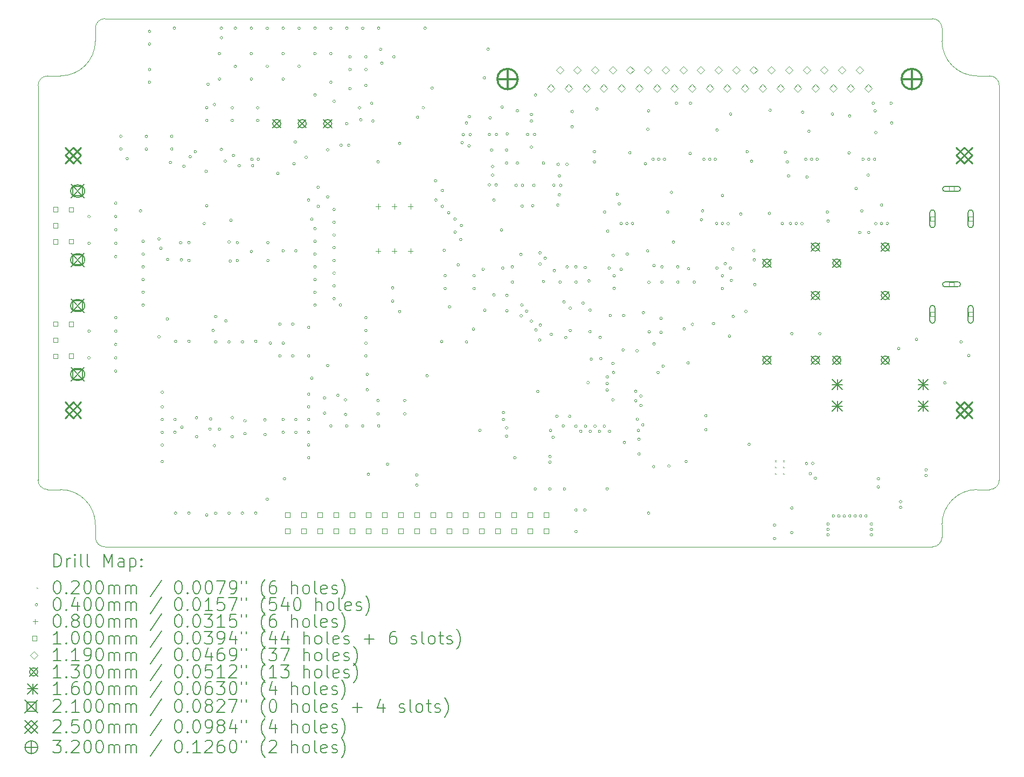
<source format=gbr>
%FSLAX45Y45*%
G04 Gerber Fmt 4.5, Leading zero omitted, Abs format (unit mm)*
G04 Created by KiCad (PCBNEW (6.0.2)) date 2022-08-07 22:18:18*
%MOMM*%
%LPD*%
G01*
G04 APERTURE LIST*
%TA.AperFunction,Profile*%
%ADD10C,0.100000*%
%TD*%
%ADD11C,0.200000*%
%ADD12C,0.020000*%
%ADD13C,0.040000*%
%ADD14C,0.080000*%
%ADD15C,0.100000*%
%ADD16C,0.119000*%
%ADD17C,0.130000*%
%ADD18C,0.160000*%
%ADD19C,0.210000*%
%ADD20C,0.250000*%
%ADD21C,0.320000*%
G04 APERTURE END LIST*
D10*
X18100000Y-10750000D02*
G75*
G03*
X17550000Y-11300000I0J-550000D01*
G01*
X18450000Y-4400000D02*
G75*
G03*
X18300000Y-4250000I-150000J0D01*
G01*
X3350000Y-10600000D02*
X3350000Y-4400000D01*
X17550000Y-3700000D02*
G75*
G03*
X18100000Y-4250000I550000J0D01*
G01*
X17550000Y-3500000D02*
G75*
G03*
X17400000Y-3350000I-150000J0D01*
G01*
X3500000Y-10750000D02*
X3700000Y-10750000D01*
X3500000Y-4250000D02*
G75*
G03*
X3350000Y-4400000I0J-150000D01*
G01*
X17400000Y-11650000D02*
G75*
G03*
X17550000Y-11500000I0J150000D01*
G01*
X18300000Y-4250000D02*
X18100000Y-4250000D01*
X4250000Y-11500000D02*
X4250000Y-11300000D01*
X4250000Y-11300000D02*
G75*
G03*
X3700000Y-10750000I-550000J0D01*
G01*
X17550000Y-11300000D02*
X17550000Y-11500000D01*
X4400000Y-3350000D02*
G75*
G03*
X4250000Y-3500000I0J-150000D01*
G01*
X17550000Y-3500000D02*
X17550000Y-3700000D01*
X18300000Y-10750000D02*
X18100000Y-10750000D01*
X18450000Y-4400000D02*
X18450000Y-10600000D01*
X18300000Y-10750000D02*
G75*
G03*
X18450000Y-10600000I0J150000D01*
G01*
X4250000Y-11500000D02*
G75*
G03*
X4400000Y-11650000I150000J0D01*
G01*
X4250000Y-3500000D02*
X4250000Y-3700000D01*
X17400000Y-11650000D02*
X4400000Y-11650000D01*
X3500000Y-4250000D02*
X3700000Y-4250000D01*
X4400000Y-3350000D02*
X17400000Y-3350000D01*
X3350000Y-10600000D02*
G75*
G03*
X3500000Y-10750000I150000J0D01*
G01*
X3700000Y-4250000D02*
G75*
G03*
X4250000Y-3700000I0J550000D01*
G01*
D11*
D12*
X14925000Y-10290000D02*
X14945000Y-10310000D01*
X14945000Y-10290000D02*
X14925000Y-10310000D01*
X14925000Y-10390000D02*
X14945000Y-10410000D01*
X14945000Y-10390000D02*
X14925000Y-10410000D01*
X14925000Y-10490000D02*
X14945000Y-10510000D01*
X14945000Y-10490000D02*
X14925000Y-10510000D01*
X15055000Y-10290000D02*
X15075000Y-10310000D01*
X15075000Y-10290000D02*
X15055000Y-10310000D01*
X15055000Y-10390000D02*
X15075000Y-10410000D01*
X15075000Y-10390000D02*
X15055000Y-10410000D01*
X15055000Y-10490000D02*
X15075000Y-10510000D01*
X15075000Y-10490000D02*
X15055000Y-10510000D01*
D13*
X4170000Y-6460000D02*
G75*
G03*
X4170000Y-6460000I-20000J0D01*
G01*
X4170000Y-6880000D02*
G75*
G03*
X4170000Y-6880000I-20000J0D01*
G01*
X4170000Y-8260000D02*
G75*
G03*
X4170000Y-8260000I-20000J0D01*
G01*
X4170000Y-8680000D02*
G75*
G03*
X4170000Y-8680000I-20000J0D01*
G01*
X4590000Y-6250000D02*
G75*
G03*
X4590000Y-6250000I-20000J0D01*
G01*
X4590000Y-6460000D02*
G75*
G03*
X4590000Y-6460000I-20000J0D01*
G01*
X4590000Y-6670000D02*
G75*
G03*
X4590000Y-6670000I-20000J0D01*
G01*
X4590000Y-6880000D02*
G75*
G03*
X4590000Y-6880000I-20000J0D01*
G01*
X4590000Y-7090000D02*
G75*
G03*
X4590000Y-7090000I-20000J0D01*
G01*
X4590000Y-8050000D02*
G75*
G03*
X4590000Y-8050000I-20000J0D01*
G01*
X4590000Y-8260000D02*
G75*
G03*
X4590000Y-8260000I-20000J0D01*
G01*
X4590000Y-8470000D02*
G75*
G03*
X4590000Y-8470000I-20000J0D01*
G01*
X4590000Y-8680000D02*
G75*
G03*
X4590000Y-8680000I-20000J0D01*
G01*
X4590000Y-8890000D02*
G75*
G03*
X4590000Y-8890000I-20000J0D01*
G01*
X4670000Y-5200000D02*
G75*
G03*
X4670000Y-5200000I-20000J0D01*
G01*
X4670000Y-5400000D02*
G75*
G03*
X4670000Y-5400000I-20000J0D01*
G01*
X4770000Y-5550000D02*
G75*
G03*
X4770000Y-5550000I-20000J0D01*
G01*
X4980000Y-6370000D02*
G75*
G03*
X4980000Y-6370000I-20000J0D01*
G01*
X5020000Y-6850000D02*
G75*
G03*
X5020000Y-6850000I-20000J0D01*
G01*
X5020000Y-7050000D02*
G75*
G03*
X5020000Y-7050000I-20000J0D01*
G01*
X5020000Y-7250000D02*
G75*
G03*
X5020000Y-7250000I-20000J0D01*
G01*
X5020000Y-7450000D02*
G75*
G03*
X5020000Y-7450000I-20000J0D01*
G01*
X5020000Y-7650000D02*
G75*
G03*
X5020000Y-7650000I-20000J0D01*
G01*
X5020000Y-7850000D02*
G75*
G03*
X5020000Y-7850000I-20000J0D01*
G01*
X5070000Y-5200000D02*
G75*
G03*
X5070000Y-5200000I-20000J0D01*
G01*
X5070000Y-5400000D02*
G75*
G03*
X5070000Y-5400000I-20000J0D01*
G01*
X5120000Y-3550000D02*
G75*
G03*
X5120000Y-3550000I-20000J0D01*
G01*
X5120000Y-3750000D02*
G75*
G03*
X5120000Y-3750000I-20000J0D01*
G01*
X5120000Y-4150000D02*
G75*
G03*
X5120000Y-4150000I-20000J0D01*
G01*
X5120000Y-4350000D02*
G75*
G03*
X5120000Y-4350000I-20000J0D01*
G01*
X5270000Y-6810000D02*
G75*
G03*
X5270000Y-6810000I-20000J0D01*
G01*
X5270000Y-8350000D02*
G75*
G03*
X5270000Y-8350000I-20000J0D01*
G01*
X5300000Y-6960000D02*
G75*
G03*
X5300000Y-6960000I-20000J0D01*
G01*
X5320000Y-9220000D02*
G75*
G03*
X5320000Y-9220000I-20000J0D01*
G01*
X5320000Y-9450000D02*
G75*
G03*
X5320000Y-9450000I-20000J0D01*
G01*
X5320000Y-9650000D02*
G75*
G03*
X5320000Y-9650000I-20000J0D01*
G01*
X5320000Y-9850000D02*
G75*
G03*
X5320000Y-9850000I-20000J0D01*
G01*
X5320000Y-10050000D02*
G75*
G03*
X5320000Y-10050000I-20000J0D01*
G01*
X5320000Y-10310000D02*
G75*
G03*
X5320000Y-10310000I-20000J0D01*
G01*
X5400000Y-8070000D02*
G75*
G03*
X5400000Y-8070000I-20000J0D01*
G01*
X5405000Y-7135000D02*
G75*
G03*
X5405000Y-7135000I-20000J0D01*
G01*
X5450000Y-5610000D02*
G75*
G03*
X5450000Y-5610000I-20000J0D01*
G01*
X5470000Y-5200000D02*
G75*
G03*
X5470000Y-5200000I-20000J0D01*
G01*
X5470000Y-5400000D02*
G75*
G03*
X5470000Y-5400000I-20000J0D01*
G01*
X5510000Y-3500000D02*
G75*
G03*
X5510000Y-3500000I-20000J0D01*
G01*
X5520000Y-9650000D02*
G75*
G03*
X5520000Y-9650000I-20000J0D01*
G01*
X5520000Y-9850000D02*
G75*
G03*
X5520000Y-9850000I-20000J0D01*
G01*
X5530000Y-8420000D02*
G75*
G03*
X5530000Y-8420000I-20000J0D01*
G01*
X5530000Y-11120000D02*
G75*
G03*
X5530000Y-11120000I-20000J0D01*
G01*
X5610000Y-6870000D02*
G75*
G03*
X5610000Y-6870000I-20000J0D01*
G01*
X5620000Y-7140000D02*
G75*
G03*
X5620000Y-7140000I-20000J0D01*
G01*
X5630000Y-9770000D02*
G75*
G03*
X5630000Y-9770000I-20000J0D01*
G01*
X5660000Y-5670000D02*
G75*
G03*
X5660000Y-5670000I-20000J0D01*
G01*
X5740000Y-6870000D02*
G75*
G03*
X5740000Y-6870000I-20000J0D01*
G01*
X5740000Y-7150000D02*
G75*
G03*
X5740000Y-7150000I-20000J0D01*
G01*
X5740000Y-8420000D02*
G75*
G03*
X5740000Y-8420000I-20000J0D01*
G01*
X5740000Y-11120000D02*
G75*
G03*
X5740000Y-11120000I-20000J0D01*
G01*
X5760000Y-5520000D02*
G75*
G03*
X5760000Y-5520000I-20000J0D01*
G01*
X5840000Y-5440000D02*
G75*
G03*
X5840000Y-5440000I-20000J0D01*
G01*
X5860000Y-9620000D02*
G75*
G03*
X5860000Y-9620000I-20000J0D01*
G01*
X5860000Y-9920000D02*
G75*
G03*
X5860000Y-9920000I-20000J0D01*
G01*
X5980000Y-6570000D02*
G75*
G03*
X5980000Y-6570000I-20000J0D01*
G01*
X6010000Y-5750000D02*
G75*
G03*
X6010000Y-5750000I-20000J0D01*
G01*
X6020000Y-4750000D02*
G75*
G03*
X6020000Y-4750000I-20000J0D01*
G01*
X6020000Y-4950000D02*
G75*
G03*
X6020000Y-4950000I-20000J0D01*
G01*
X6020000Y-6290000D02*
G75*
G03*
X6020000Y-6290000I-20000J0D01*
G01*
X6020000Y-11150000D02*
G75*
G03*
X6020000Y-11150000I-20000J0D01*
G01*
X6040000Y-4380000D02*
G75*
G03*
X6040000Y-4380000I-20000J0D01*
G01*
X6070000Y-9800000D02*
G75*
G03*
X6070000Y-9800000I-20000J0D01*
G01*
X6080000Y-9640000D02*
G75*
G03*
X6080000Y-9640000I-20000J0D01*
G01*
X6120000Y-8250000D02*
G75*
G03*
X6120000Y-8250000I-20000J0D01*
G01*
X6140000Y-4700000D02*
G75*
G03*
X6140000Y-4700000I-20000J0D01*
G01*
X6140000Y-10060000D02*
G75*
G03*
X6140000Y-10060000I-20000J0D01*
G01*
X6160000Y-8030000D02*
G75*
G03*
X6160000Y-8030000I-20000J0D01*
G01*
X6160000Y-8430000D02*
G75*
G03*
X6160000Y-8430000I-20000J0D01*
G01*
X6160000Y-11120000D02*
G75*
G03*
X6160000Y-11120000I-20000J0D01*
G01*
X6220000Y-3900000D02*
G75*
G03*
X6220000Y-3900000I-20000J0D01*
G01*
X6220000Y-4300000D02*
G75*
G03*
X6220000Y-4300000I-20000J0D01*
G01*
X6220000Y-9800000D02*
G75*
G03*
X6220000Y-9800000I-20000J0D01*
G01*
X6250000Y-3500000D02*
G75*
G03*
X6250000Y-3500000I-20000J0D01*
G01*
X6250000Y-3650000D02*
G75*
G03*
X6250000Y-3650000I-20000J0D01*
G01*
X6250000Y-5405000D02*
G75*
G03*
X6250000Y-5405000I-20000J0D01*
G01*
X6310000Y-5590000D02*
G75*
G03*
X6310000Y-5590000I-20000J0D01*
G01*
X6320000Y-8100000D02*
G75*
G03*
X6320000Y-8100000I-20000J0D01*
G01*
X6370000Y-6860000D02*
G75*
G03*
X6370000Y-6860000I-20000J0D01*
G01*
X6370000Y-8430000D02*
G75*
G03*
X6370000Y-8430000I-20000J0D01*
G01*
X6370000Y-11120000D02*
G75*
G03*
X6370000Y-11120000I-20000J0D01*
G01*
X6390000Y-7160000D02*
G75*
G03*
X6390000Y-7160000I-20000J0D01*
G01*
X6400000Y-6520000D02*
G75*
G03*
X6400000Y-6520000I-20000J0D01*
G01*
X6420000Y-4750000D02*
G75*
G03*
X6420000Y-4750000I-20000J0D01*
G01*
X6420000Y-4950000D02*
G75*
G03*
X6420000Y-4950000I-20000J0D01*
G01*
X6420000Y-9620050D02*
G75*
G03*
X6420000Y-9620050I-20000J0D01*
G01*
X6420000Y-9920000D02*
G75*
G03*
X6420000Y-9920000I-20000J0D01*
G01*
X6440000Y-5500000D02*
G75*
G03*
X6440000Y-5500000I-20000J0D01*
G01*
X6470000Y-3500000D02*
G75*
G03*
X6470000Y-3500000I-20000J0D01*
G01*
X6470000Y-4100000D02*
G75*
G03*
X6470000Y-4100000I-20000J0D01*
G01*
X6500000Y-6870050D02*
G75*
G03*
X6500000Y-6870050I-20000J0D01*
G01*
X6500000Y-7150000D02*
G75*
G03*
X6500000Y-7150000I-20000J0D01*
G01*
X6530000Y-5660000D02*
G75*
G03*
X6530000Y-5660000I-20000J0D01*
G01*
X6580000Y-8430000D02*
G75*
G03*
X6580000Y-8430000I-20000J0D01*
G01*
X6580000Y-11120000D02*
G75*
G03*
X6580000Y-11120000I-20000J0D01*
G01*
X6620000Y-9670000D02*
G75*
G03*
X6620000Y-9670000I-20000J0D01*
G01*
X6620000Y-9870000D02*
G75*
G03*
X6620000Y-9870000I-20000J0D01*
G01*
X6720000Y-3500000D02*
G75*
G03*
X6720000Y-3500000I-20000J0D01*
G01*
X6720000Y-3900000D02*
G75*
G03*
X6720000Y-3900000I-20000J0D01*
G01*
X6720000Y-4300000D02*
G75*
G03*
X6720000Y-4300000I-20000J0D01*
G01*
X6720000Y-7010000D02*
G75*
G03*
X6720000Y-7010000I-20000J0D01*
G01*
X6730000Y-5560000D02*
G75*
G03*
X6730000Y-5560000I-20000J0D01*
G01*
X6740000Y-5660000D02*
G75*
G03*
X6740000Y-5660000I-20000J0D01*
G01*
X6790000Y-8420000D02*
G75*
G03*
X6790000Y-8420000I-20000J0D01*
G01*
X6790000Y-11120000D02*
G75*
G03*
X6790000Y-11120000I-20000J0D01*
G01*
X6820000Y-4750000D02*
G75*
G03*
X6820000Y-4750000I-20000J0D01*
G01*
X6820000Y-4950000D02*
G75*
G03*
X6820000Y-4950000I-20000J0D01*
G01*
X6830000Y-5560000D02*
G75*
G03*
X6830000Y-5560000I-20000J0D01*
G01*
X6933697Y-9654622D02*
G75*
G03*
X6933697Y-9654622I-20000J0D01*
G01*
X6935538Y-9884462D02*
G75*
G03*
X6935538Y-9884462I-20000J0D01*
G01*
X6970000Y-3500000D02*
G75*
G03*
X6970000Y-3500000I-20000J0D01*
G01*
X6970000Y-4100000D02*
G75*
G03*
X6970000Y-4100000I-20000J0D01*
G01*
X6970000Y-10900000D02*
G75*
G03*
X6970000Y-10900000I-20000J0D01*
G01*
X6980000Y-6870050D02*
G75*
G03*
X6980000Y-6870050I-20000J0D01*
G01*
X6980000Y-7150000D02*
G75*
G03*
X6980000Y-7150000I-20000J0D01*
G01*
X7020000Y-8450000D02*
G75*
G03*
X7020000Y-8450000I-20000J0D01*
G01*
X7137500Y-5782500D02*
G75*
G03*
X7137500Y-5782500I-20000J0D01*
G01*
X7170000Y-8150000D02*
G75*
G03*
X7170000Y-8150000I-20000J0D01*
G01*
X7170000Y-8650000D02*
G75*
G03*
X7170000Y-8650000I-20000J0D01*
G01*
X7220000Y-3500000D02*
G75*
G03*
X7220000Y-3500000I-20000J0D01*
G01*
X7220000Y-3900000D02*
G75*
G03*
X7220000Y-3900000I-20000J0D01*
G01*
X7220000Y-4300000D02*
G75*
G03*
X7220000Y-4300000I-20000J0D01*
G01*
X7220000Y-7000000D02*
G75*
G03*
X7220000Y-7000000I-20000J0D01*
G01*
X7220000Y-8450000D02*
G75*
G03*
X7220000Y-8450000I-20000J0D01*
G01*
X7220000Y-9650000D02*
G75*
G03*
X7220000Y-9650000I-20000J0D01*
G01*
X7220000Y-9850000D02*
G75*
G03*
X7220000Y-9850000I-20000J0D01*
G01*
X7240000Y-10580000D02*
G75*
G03*
X7240000Y-10580000I-20000J0D01*
G01*
X7370000Y-8150000D02*
G75*
G03*
X7370000Y-8150000I-20000J0D01*
G01*
X7370000Y-8650000D02*
G75*
G03*
X7370000Y-8650000I-20000J0D01*
G01*
X7390000Y-5630000D02*
G75*
G03*
X7390000Y-5630000I-20000J0D01*
G01*
X7410000Y-5290000D02*
G75*
G03*
X7410000Y-5290000I-20000J0D01*
G01*
X7420000Y-7000000D02*
G75*
G03*
X7420000Y-7000000I-20000J0D01*
G01*
X7420000Y-9650000D02*
G75*
G03*
X7420000Y-9650000I-20000J0D01*
G01*
X7420000Y-9850000D02*
G75*
G03*
X7420000Y-9850000I-20000J0D01*
G01*
X7470000Y-3500000D02*
G75*
G03*
X7470000Y-3500000I-20000J0D01*
G01*
X7470000Y-4100000D02*
G75*
G03*
X7470000Y-4100000I-20000J0D01*
G01*
X7581250Y-5528750D02*
G75*
G03*
X7581250Y-5528750I-20000J0D01*
G01*
X7620000Y-6200000D02*
G75*
G03*
X7620000Y-6200000I-20000J0D01*
G01*
X7620000Y-8200000D02*
G75*
G03*
X7620000Y-8200000I-20000J0D01*
G01*
X7620000Y-8650000D02*
G75*
G03*
X7620000Y-8650000I-20000J0D01*
G01*
X7620000Y-9250000D02*
G75*
G03*
X7620000Y-9250000I-20000J0D01*
G01*
X7620000Y-9450000D02*
G75*
G03*
X7620000Y-9450000I-20000J0D01*
G01*
X7620000Y-9650000D02*
G75*
G03*
X7620000Y-9650000I-20000J0D01*
G01*
X7620000Y-9850000D02*
G75*
G03*
X7620000Y-9850000I-20000J0D01*
G01*
X7620000Y-10050000D02*
G75*
G03*
X7620000Y-10050000I-20000J0D01*
G01*
X7620000Y-10250000D02*
G75*
G03*
X7620000Y-10250000I-20000J0D01*
G01*
X7670000Y-6500000D02*
G75*
G03*
X7670000Y-6500000I-20000J0D01*
G01*
X7670000Y-9000000D02*
G75*
G03*
X7670000Y-9000000I-20000J0D01*
G01*
X7720000Y-3500000D02*
G75*
G03*
X7720000Y-3500000I-20000J0D01*
G01*
X7720000Y-3900000D02*
G75*
G03*
X7720000Y-3900000I-20000J0D01*
G01*
X7720000Y-4550000D02*
G75*
G03*
X7720000Y-4550000I-20000J0D01*
G01*
X7720000Y-6650000D02*
G75*
G03*
X7720000Y-6650000I-20000J0D01*
G01*
X7720000Y-6850000D02*
G75*
G03*
X7720000Y-6850000I-20000J0D01*
G01*
X7720000Y-7050000D02*
G75*
G03*
X7720000Y-7050000I-20000J0D01*
G01*
X7720000Y-7250000D02*
G75*
G03*
X7720000Y-7250000I-20000J0D01*
G01*
X7720000Y-7450000D02*
G75*
G03*
X7720000Y-7450000I-20000J0D01*
G01*
X7720000Y-7650000D02*
G75*
G03*
X7720000Y-7650000I-20000J0D01*
G01*
X7720000Y-7850000D02*
G75*
G03*
X7720000Y-7850000I-20000J0D01*
G01*
X7770000Y-6000000D02*
G75*
G03*
X7770000Y-6000000I-20000J0D01*
G01*
X7770000Y-6300000D02*
G75*
G03*
X7770000Y-6300000I-20000J0D01*
G01*
X7870000Y-9310000D02*
G75*
G03*
X7870000Y-9310000I-20000J0D01*
G01*
X7870000Y-9550000D02*
G75*
G03*
X7870000Y-9550000I-20000J0D01*
G01*
X7920000Y-5410000D02*
G75*
G03*
X7920000Y-5410000I-20000J0D01*
G01*
X7920000Y-6150000D02*
G75*
G03*
X7920000Y-6150000I-20000J0D01*
G01*
X7920000Y-8800000D02*
G75*
G03*
X7920000Y-8800000I-20000J0D01*
G01*
X7970000Y-3500000D02*
G75*
G03*
X7970000Y-3500000I-20000J0D01*
G01*
X7970000Y-3900000D02*
G75*
G03*
X7970000Y-3900000I-20000J0D01*
G01*
X7970000Y-4350000D02*
G75*
G03*
X7970000Y-4350000I-20000J0D01*
G01*
X7970000Y-9750000D02*
G75*
G03*
X7970000Y-9750000I-20000J0D01*
G01*
X8020000Y-4650000D02*
G75*
G03*
X8020000Y-4650000I-20000J0D01*
G01*
X8020000Y-6350000D02*
G75*
G03*
X8020000Y-6350000I-20000J0D01*
G01*
X8020000Y-6550000D02*
G75*
G03*
X8020000Y-6550000I-20000J0D01*
G01*
X8020000Y-6750000D02*
G75*
G03*
X8020000Y-6750000I-20000J0D01*
G01*
X8020000Y-6950000D02*
G75*
G03*
X8020000Y-6950000I-20000J0D01*
G01*
X8020000Y-7150000D02*
G75*
G03*
X8020000Y-7150000I-20000J0D01*
G01*
X8020000Y-7350000D02*
G75*
G03*
X8020000Y-7350000I-20000J0D01*
G01*
X8020000Y-7550000D02*
G75*
G03*
X8020000Y-7550000I-20000J0D01*
G01*
X8020000Y-7750000D02*
G75*
G03*
X8020000Y-7750000I-20000J0D01*
G01*
X8080000Y-9270000D02*
G75*
G03*
X8080000Y-9270000I-20000J0D01*
G01*
X8120000Y-7850000D02*
G75*
G03*
X8120000Y-7850000I-20000J0D01*
G01*
X8130000Y-5340000D02*
G75*
G03*
X8130000Y-5340000I-20000J0D01*
G01*
X8200000Y-9340000D02*
G75*
G03*
X8200000Y-9340000I-20000J0D01*
G01*
X8200000Y-9570000D02*
G75*
G03*
X8200000Y-9570000I-20000J0D01*
G01*
X8220000Y-3500000D02*
G75*
G03*
X8220000Y-3500000I-20000J0D01*
G01*
X8220000Y-5000000D02*
G75*
G03*
X8220000Y-5000000I-20000J0D01*
G01*
X8220000Y-9750000D02*
G75*
G03*
X8220000Y-9750000I-20000J0D01*
G01*
X8250000Y-5340000D02*
G75*
G03*
X8250000Y-5340000I-20000J0D01*
G01*
X8270000Y-3950000D02*
G75*
G03*
X8270000Y-3950000I-20000J0D01*
G01*
X8270000Y-4150000D02*
G75*
G03*
X8270000Y-4150000I-20000J0D01*
G01*
X8270000Y-4450000D02*
G75*
G03*
X8270000Y-4450000I-20000J0D01*
G01*
X8420000Y-4750000D02*
G75*
G03*
X8420000Y-4750000I-20000J0D01*
G01*
X8440000Y-4940000D02*
G75*
G03*
X8440000Y-4940000I-20000J0D01*
G01*
X8470000Y-3500000D02*
G75*
G03*
X8470000Y-3500000I-20000J0D01*
G01*
X8470000Y-9750000D02*
G75*
G03*
X8470000Y-9750000I-20000J0D01*
G01*
X8520000Y-3950000D02*
G75*
G03*
X8520000Y-3950000I-20000J0D01*
G01*
X8520000Y-4150000D02*
G75*
G03*
X8520000Y-4150000I-20000J0D01*
G01*
X8520000Y-4400000D02*
G75*
G03*
X8520000Y-4400000I-20000J0D01*
G01*
X8520000Y-8050000D02*
G75*
G03*
X8520000Y-8050000I-20000J0D01*
G01*
X8520000Y-8250000D02*
G75*
G03*
X8520000Y-8250000I-20000J0D01*
G01*
X8520000Y-8450000D02*
G75*
G03*
X8520000Y-8450000I-20000J0D01*
G01*
X8520000Y-8650000D02*
G75*
G03*
X8520000Y-8650000I-20000J0D01*
G01*
X8540000Y-8940000D02*
G75*
G03*
X8540000Y-8940000I-20000J0D01*
G01*
X8540000Y-9180000D02*
G75*
G03*
X8540000Y-9180000I-20000J0D01*
G01*
X8560000Y-10510000D02*
G75*
G03*
X8560000Y-10510000I-20000J0D01*
G01*
X8610000Y-4680000D02*
G75*
G03*
X8610000Y-4680000I-20000J0D01*
G01*
X8630000Y-4960000D02*
G75*
G03*
X8630000Y-4960000I-20000J0D01*
G01*
X8710000Y-5600000D02*
G75*
G03*
X8710000Y-5600000I-20000J0D01*
G01*
X8710000Y-9350000D02*
G75*
G03*
X8710000Y-9350000I-20000J0D01*
G01*
X8710000Y-9560000D02*
G75*
G03*
X8710000Y-9560000I-20000J0D01*
G01*
X8720000Y-3500000D02*
G75*
G03*
X8720000Y-3500000I-20000J0D01*
G01*
X8720000Y-9750000D02*
G75*
G03*
X8720000Y-9750000I-20000J0D01*
G01*
X8750000Y-3830000D02*
G75*
G03*
X8750000Y-3830000I-20000J0D01*
G01*
X8770000Y-4050000D02*
G75*
G03*
X8770000Y-4050000I-20000J0D01*
G01*
X8860000Y-10350000D02*
G75*
G03*
X8860000Y-10350000I-20000J0D01*
G01*
X8940000Y-7580000D02*
G75*
G03*
X8940000Y-7580000I-20000J0D01*
G01*
X8940000Y-7790000D02*
G75*
G03*
X8940000Y-7790000I-20000J0D01*
G01*
X8960000Y-3950000D02*
G75*
G03*
X8960000Y-3950000I-20000J0D01*
G01*
X9050000Y-5310000D02*
G75*
G03*
X9050000Y-5310000I-20000J0D01*
G01*
X9050000Y-7955000D02*
G75*
G03*
X9050000Y-7955000I-20000J0D01*
G01*
X9130000Y-9350000D02*
G75*
G03*
X9130000Y-9350000I-20000J0D01*
G01*
X9130000Y-9560000D02*
G75*
G03*
X9130000Y-9560000I-20000J0D01*
G01*
X9320000Y-10520000D02*
G75*
G03*
X9320000Y-10520000I-20000J0D01*
G01*
X9320000Y-10680000D02*
G75*
G03*
X9320000Y-10680000I-20000J0D01*
G01*
X9330000Y-4900000D02*
G75*
G03*
X9330000Y-4900000I-20000J0D01*
G01*
X9420000Y-4750000D02*
G75*
G03*
X9420000Y-4750000I-20000J0D01*
G01*
X9450000Y-3500000D02*
G75*
G03*
X9450000Y-3500000I-20000J0D01*
G01*
X9480000Y-8960000D02*
G75*
G03*
X9480000Y-8960000I-20000J0D01*
G01*
X9560000Y-4440000D02*
G75*
G03*
X9560000Y-4440000I-20000J0D01*
G01*
X9615000Y-5900000D02*
G75*
G03*
X9615000Y-5900000I-20000J0D01*
G01*
X9620000Y-6200000D02*
G75*
G03*
X9620000Y-6200000I-20000J0D01*
G01*
X9710000Y-8425000D02*
G75*
G03*
X9710000Y-8425000I-20000J0D01*
G01*
X9720000Y-6050000D02*
G75*
G03*
X9720000Y-6050000I-20000J0D01*
G01*
X9720000Y-6300000D02*
G75*
G03*
X9720000Y-6300000I-20000J0D01*
G01*
X9750000Y-6990000D02*
G75*
G03*
X9750000Y-6990000I-20000J0D01*
G01*
X9765000Y-7390000D02*
G75*
G03*
X9765000Y-7390000I-20000J0D01*
G01*
X9765000Y-7590000D02*
G75*
G03*
X9765000Y-7590000I-20000J0D01*
G01*
X9820000Y-6400000D02*
G75*
G03*
X9820000Y-6400000I-20000J0D01*
G01*
X9835000Y-7880000D02*
G75*
G03*
X9835000Y-7880000I-20000J0D01*
G01*
X9920000Y-6500000D02*
G75*
G03*
X9920000Y-6500000I-20000J0D01*
G01*
X9920000Y-6705000D02*
G75*
G03*
X9920000Y-6705000I-20000J0D01*
G01*
X9970000Y-7220000D02*
G75*
G03*
X9970000Y-7220000I-20000J0D01*
G01*
X10010000Y-6820000D02*
G75*
G03*
X10010000Y-6820000I-20000J0D01*
G01*
X10020000Y-6600000D02*
G75*
G03*
X10020000Y-6600000I-20000J0D01*
G01*
X10030000Y-5300000D02*
G75*
G03*
X10030000Y-5300000I-20000J0D01*
G01*
X10050000Y-5172500D02*
G75*
G03*
X10050000Y-5172500I-20000J0D01*
G01*
X10100000Y-4990000D02*
G75*
G03*
X10100000Y-4990000I-20000J0D01*
G01*
X10100000Y-8430000D02*
G75*
G03*
X10100000Y-8430000I-20000J0D01*
G01*
X10140000Y-5350000D02*
G75*
G03*
X10140000Y-5350000I-20000J0D01*
G01*
X10145000Y-4890000D02*
G75*
G03*
X10145000Y-4890000I-20000J0D01*
G01*
X10157150Y-5172500D02*
G75*
G03*
X10157150Y-5172500I-20000J0D01*
G01*
X10210000Y-8230000D02*
G75*
G03*
X10210000Y-8230000I-20000J0D01*
G01*
X10220000Y-7390000D02*
G75*
G03*
X10220000Y-7390000I-20000J0D01*
G01*
X10220000Y-7590000D02*
G75*
G03*
X10220000Y-7590000I-20000J0D01*
G01*
X10310000Y-9820000D02*
G75*
G03*
X10310000Y-9820000I-20000J0D01*
G01*
X10360000Y-7290000D02*
G75*
G03*
X10360000Y-7290000I-20000J0D01*
G01*
X10380000Y-4280000D02*
G75*
G03*
X10380000Y-4280000I-20000J0D01*
G01*
X10387500Y-7932500D02*
G75*
G03*
X10387500Y-7932500I-20000J0D01*
G01*
X10440000Y-3830000D02*
G75*
G03*
X10440000Y-3830000I-20000J0D01*
G01*
X10460000Y-5170000D02*
G75*
G03*
X10460000Y-5170000I-20000J0D01*
G01*
X10460000Y-5962500D02*
G75*
G03*
X10460000Y-5962500I-20000J0D01*
G01*
X10470000Y-4910000D02*
G75*
G03*
X10470000Y-4910000I-20000J0D01*
G01*
X10495000Y-5415000D02*
G75*
G03*
X10495000Y-5415000I-20000J0D01*
G01*
X10510000Y-5675000D02*
G75*
G03*
X10510000Y-5675000I-20000J0D01*
G01*
X10510000Y-5810000D02*
G75*
G03*
X10510000Y-5810000I-20000J0D01*
G01*
X10530000Y-6200000D02*
G75*
G03*
X10530000Y-6200000I-20000J0D01*
G01*
X10530000Y-7690000D02*
G75*
G03*
X10530000Y-7690000I-20000J0D01*
G01*
X10567150Y-5962500D02*
G75*
G03*
X10567150Y-5962500I-20000J0D01*
G01*
X10570000Y-5170000D02*
G75*
G03*
X10570000Y-5170000I-20000J0D01*
G01*
X10650000Y-6670000D02*
G75*
G03*
X10650000Y-6670000I-20000J0D01*
G01*
X10660000Y-4740000D02*
G75*
G03*
X10660000Y-4740000I-20000J0D01*
G01*
X10670000Y-7270000D02*
G75*
G03*
X10670000Y-7270000I-20000J0D01*
G01*
X10680000Y-9540000D02*
G75*
G03*
X10680000Y-9540000I-20000J0D01*
G01*
X10680000Y-9650000D02*
G75*
G03*
X10680000Y-9650000I-20000J0D01*
G01*
X10730000Y-5415000D02*
G75*
G03*
X10730000Y-5415000I-20000J0D01*
G01*
X10730000Y-5620000D02*
G75*
G03*
X10730000Y-5620000I-20000J0D01*
G01*
X10730000Y-9780000D02*
G75*
G03*
X10730000Y-9780000I-20000J0D01*
G01*
X10730000Y-9910000D02*
G75*
G03*
X10730000Y-9910000I-20000J0D01*
G01*
X10735000Y-7700000D02*
G75*
G03*
X10735000Y-7700000I-20000J0D01*
G01*
X10735000Y-7940000D02*
G75*
G03*
X10735000Y-7940000I-20000J0D01*
G01*
X10740000Y-5160000D02*
G75*
G03*
X10740000Y-5160000I-20000J0D01*
G01*
X10820000Y-7250000D02*
G75*
G03*
X10820000Y-7250000I-20000J0D01*
G01*
X10820000Y-7490000D02*
G75*
G03*
X10820000Y-7490000I-20000J0D01*
G01*
X10860000Y-10250000D02*
G75*
G03*
X10860000Y-10250000I-20000J0D01*
G01*
X10880000Y-5970000D02*
G75*
G03*
X10880000Y-5970000I-20000J0D01*
G01*
X10900000Y-4800000D02*
G75*
G03*
X10900000Y-4800000I-20000J0D01*
G01*
X10900000Y-5620000D02*
G75*
G03*
X10900000Y-5620000I-20000J0D01*
G01*
X10955000Y-7055000D02*
G75*
G03*
X10955000Y-7055000I-20000J0D01*
G01*
X10960000Y-8020000D02*
G75*
G03*
X10960000Y-8020000I-20000J0D01*
G01*
X10970000Y-7850000D02*
G75*
G03*
X10970000Y-7850000I-20000J0D01*
G01*
X10975000Y-6295000D02*
G75*
G03*
X10975000Y-6295000I-20000J0D01*
G01*
X10980000Y-5970000D02*
G75*
G03*
X10980000Y-5970000I-20000J0D01*
G01*
X11045000Y-7945000D02*
G75*
G03*
X11045000Y-7945000I-20000J0D01*
G01*
X11060000Y-5170000D02*
G75*
G03*
X11060000Y-5170000I-20000J0D01*
G01*
X11120000Y-4855000D02*
G75*
G03*
X11120000Y-4855000I-20000J0D01*
G01*
X11120000Y-4960000D02*
G75*
G03*
X11120000Y-4960000I-20000J0D01*
G01*
X11120000Y-5370000D02*
G75*
G03*
X11120000Y-5370000I-20000J0D01*
G01*
X11120000Y-8105000D02*
G75*
G03*
X11120000Y-8105000I-20000J0D01*
G01*
X11140000Y-6290000D02*
G75*
G03*
X11140000Y-6290000I-20000J0D01*
G01*
X11160000Y-5970000D02*
G75*
G03*
X11160000Y-5970000I-20000J0D01*
G01*
X11170000Y-5170000D02*
G75*
G03*
X11170000Y-5170000I-20000J0D01*
G01*
X11180000Y-10740000D02*
G75*
G03*
X11180000Y-10740000I-20000J0D01*
G01*
X11185000Y-4550000D02*
G75*
G03*
X11185000Y-4550000I-20000J0D01*
G01*
X11189950Y-8240000D02*
G75*
G03*
X11189950Y-8240000I-20000J0D01*
G01*
X11220000Y-9210000D02*
G75*
G03*
X11220000Y-9210000I-20000J0D01*
G01*
X11250000Y-8400000D02*
G75*
G03*
X11250000Y-8400000I-20000J0D01*
G01*
X11255000Y-7030000D02*
G75*
G03*
X11255000Y-7030000I-20000J0D01*
G01*
X11255000Y-7205000D02*
G75*
G03*
X11255000Y-7205000I-20000J0D01*
G01*
X11260000Y-8165000D02*
G75*
G03*
X11260000Y-8165000I-20000J0D01*
G01*
X11310000Y-5620000D02*
G75*
G03*
X11310000Y-5620000I-20000J0D01*
G01*
X11310000Y-7480000D02*
G75*
G03*
X11310000Y-7480000I-20000J0D01*
G01*
X11335000Y-7115000D02*
G75*
G03*
X11335000Y-7115000I-20000J0D01*
G01*
X11410000Y-10230000D02*
G75*
G03*
X11410000Y-10230000I-20000J0D01*
G01*
X11410000Y-10320000D02*
G75*
G03*
X11410000Y-10320000I-20000J0D01*
G01*
X11410000Y-10740000D02*
G75*
G03*
X11410000Y-10740000I-20000J0D01*
G01*
X11420000Y-9820000D02*
G75*
G03*
X11420000Y-9820000I-20000J0D01*
G01*
X11430000Y-8310000D02*
G75*
G03*
X11430000Y-8310000I-20000J0D01*
G01*
X11460000Y-9930000D02*
G75*
G03*
X11460000Y-9930000I-20000J0D01*
G01*
X11472500Y-5967500D02*
G75*
G03*
X11472500Y-5967500I-20000J0D01*
G01*
X11480000Y-7310000D02*
G75*
G03*
X11480000Y-7310000I-20000J0D01*
G01*
X11520000Y-9600000D02*
G75*
G03*
X11520000Y-9600000I-20000J0D01*
G01*
X11535000Y-6280000D02*
G75*
G03*
X11535000Y-6280000I-20000J0D01*
G01*
X11540000Y-5640000D02*
G75*
G03*
X11540000Y-5640000I-20000J0D01*
G01*
X11560000Y-5820000D02*
G75*
G03*
X11560000Y-5820000I-20000J0D01*
G01*
X11560000Y-6120000D02*
G75*
G03*
X11560000Y-6120000I-20000J0D01*
G01*
X11570000Y-7490000D02*
G75*
G03*
X11570000Y-7490000I-20000J0D01*
G01*
X11580000Y-5970000D02*
G75*
G03*
X11580000Y-5970000I-20000J0D01*
G01*
X11620000Y-9750000D02*
G75*
G03*
X11620000Y-9750000I-20000J0D01*
G01*
X11630000Y-7800000D02*
G75*
G03*
X11630000Y-7800000I-20000J0D01*
G01*
X11640000Y-10740000D02*
G75*
G03*
X11640000Y-10740000I-20000J0D01*
G01*
X11660000Y-8360000D02*
G75*
G03*
X11660000Y-8360000I-20000J0D01*
G01*
X11680000Y-5640000D02*
G75*
G03*
X11680000Y-5640000I-20000J0D01*
G01*
X11680000Y-7250000D02*
G75*
G03*
X11680000Y-7250000I-20000J0D01*
G01*
X11720000Y-9600000D02*
G75*
G03*
X11720000Y-9600000I-20000J0D01*
G01*
X11730000Y-7900000D02*
G75*
G03*
X11730000Y-7900000I-20000J0D01*
G01*
X11730000Y-8250000D02*
G75*
G03*
X11730000Y-8250000I-20000J0D01*
G01*
X11760000Y-4810000D02*
G75*
G03*
X11760000Y-4810000I-20000J0D01*
G01*
X11760000Y-5050000D02*
G75*
G03*
X11760000Y-5050000I-20000J0D01*
G01*
X11820000Y-7250000D02*
G75*
G03*
X11820000Y-7250000I-20000J0D01*
G01*
X11820000Y-7490000D02*
G75*
G03*
X11820000Y-7490000I-20000J0D01*
G01*
X11820000Y-9755000D02*
G75*
G03*
X11820000Y-9755000I-20000J0D01*
G01*
X11820000Y-11070000D02*
G75*
G03*
X11820000Y-11070000I-20000J0D01*
G01*
X11820000Y-11410000D02*
G75*
G03*
X11820000Y-11410000I-20000J0D01*
G01*
X11895000Y-9835000D02*
G75*
G03*
X11895000Y-9835000I-20000J0D01*
G01*
X11930000Y-7820000D02*
G75*
G03*
X11930000Y-7820000I-20000J0D01*
G01*
X11960000Y-11070000D02*
G75*
G03*
X11960000Y-11070000I-20000J0D01*
G01*
X11965000Y-7260000D02*
G75*
G03*
X11965000Y-7260000I-20000J0D01*
G01*
X11970000Y-9755000D02*
G75*
G03*
X11970000Y-9755000I-20000J0D01*
G01*
X12010000Y-9070000D02*
G75*
G03*
X12010000Y-9070000I-20000J0D01*
G01*
X12025000Y-7470000D02*
G75*
G03*
X12025000Y-7470000I-20000J0D01*
G01*
X12040000Y-7930000D02*
G75*
G03*
X12040000Y-7930000I-20000J0D01*
G01*
X12040000Y-8270000D02*
G75*
G03*
X12040000Y-8270000I-20000J0D01*
G01*
X12045000Y-9835000D02*
G75*
G03*
X12045000Y-9835000I-20000J0D01*
G01*
X12060000Y-8700000D02*
G75*
G03*
X12060000Y-8700000I-20000J0D01*
G01*
X12110000Y-5440950D02*
G75*
G03*
X12110000Y-5440950I-20000J0D01*
G01*
X12110000Y-5600000D02*
G75*
G03*
X12110000Y-5600000I-20000J0D01*
G01*
X12120000Y-9755000D02*
G75*
G03*
X12120000Y-9755000I-20000J0D01*
G01*
X12150000Y-4770000D02*
G75*
G03*
X12150000Y-4770000I-20000J0D01*
G01*
X12190000Y-9835000D02*
G75*
G03*
X12190000Y-9835000I-20000J0D01*
G01*
X12200000Y-8360000D02*
G75*
G03*
X12200000Y-8360000I-20000J0D01*
G01*
X12210000Y-8690976D02*
G75*
G03*
X12210000Y-8690976I-20000J0D01*
G01*
X12265000Y-9755000D02*
G75*
G03*
X12265000Y-9755000I-20000J0D01*
G01*
X12270000Y-6390000D02*
G75*
G03*
X12270000Y-6390000I-20000J0D01*
G01*
X12310000Y-8980000D02*
G75*
G03*
X12310000Y-8980000I-20000J0D01*
G01*
X12310000Y-9085000D02*
G75*
G03*
X12310000Y-9085000I-20000J0D01*
G01*
X12310000Y-9184950D02*
G75*
G03*
X12310000Y-9184950I-20000J0D01*
G01*
X12310000Y-10740000D02*
G75*
G03*
X12310000Y-10740000I-20000J0D01*
G01*
X12320000Y-6690000D02*
G75*
G03*
X12320000Y-6690000I-20000J0D01*
G01*
X12340000Y-7270000D02*
G75*
G03*
X12340000Y-7270000I-20000J0D01*
G01*
X12345000Y-9835000D02*
G75*
G03*
X12345000Y-9835000I-20000J0D01*
G01*
X12360000Y-8015000D02*
G75*
G03*
X12360000Y-8015000I-20000J0D01*
G01*
X12400000Y-8770000D02*
G75*
G03*
X12400000Y-8770000I-20000J0D01*
G01*
X12400000Y-9340000D02*
G75*
G03*
X12400000Y-9340000I-20000J0D01*
G01*
X12405000Y-7070000D02*
G75*
G03*
X12405000Y-7070000I-20000J0D01*
G01*
X12410000Y-8910000D02*
G75*
G03*
X12410000Y-8910000I-20000J0D01*
G01*
X12420000Y-7390000D02*
G75*
G03*
X12420000Y-7390000I-20000J0D01*
G01*
X12420000Y-7590000D02*
G75*
G03*
X12420000Y-7590000I-20000J0D01*
G01*
X12470000Y-6110000D02*
G75*
G03*
X12470000Y-6110000I-20000J0D01*
G01*
X12500000Y-6260000D02*
G75*
G03*
X12500000Y-6260000I-20000J0D01*
G01*
X12530000Y-6570000D02*
G75*
G03*
X12530000Y-6570000I-20000J0D01*
G01*
X12530000Y-7290000D02*
G75*
G03*
X12530000Y-7290000I-20000J0D01*
G01*
X12560000Y-8555000D02*
G75*
G03*
X12560000Y-8555000I-20000J0D01*
G01*
X12570000Y-8015000D02*
G75*
G03*
X12570000Y-8015000I-20000J0D01*
G01*
X12580000Y-10010000D02*
G75*
G03*
X12580000Y-10010000I-20000J0D01*
G01*
X12620000Y-6570000D02*
G75*
G03*
X12620000Y-6570000I-20000J0D01*
G01*
X12625000Y-7050000D02*
G75*
G03*
X12625000Y-7050000I-20000J0D01*
G01*
X12666243Y-5457853D02*
G75*
G03*
X12666243Y-5457853I-20000J0D01*
G01*
X12710000Y-6570000D02*
G75*
G03*
X12710000Y-6570000I-20000J0D01*
G01*
X12760000Y-9205000D02*
G75*
G03*
X12760000Y-9205000I-20000J0D01*
G01*
X12760000Y-9355000D02*
G75*
G03*
X12760000Y-9355000I-20000J0D01*
G01*
X12780000Y-8570000D02*
G75*
G03*
X12780000Y-8570000I-20000J0D01*
G01*
X12785000Y-9645000D02*
G75*
G03*
X12785000Y-9645000I-20000J0D01*
G01*
X12800000Y-9820000D02*
G75*
G03*
X12800000Y-9820000I-20000J0D01*
G01*
X12810000Y-9960000D02*
G75*
G03*
X12810000Y-9960000I-20000J0D01*
G01*
X12810000Y-10190000D02*
G75*
G03*
X12810000Y-10190000I-20000J0D01*
G01*
X12840000Y-9280000D02*
G75*
G03*
X12840000Y-9280000I-20000J0D01*
G01*
X12840000Y-9430000D02*
G75*
G03*
X12840000Y-9430000I-20000J0D01*
G01*
X12870000Y-9735000D02*
G75*
G03*
X12870000Y-9735000I-20000J0D01*
G01*
X12880000Y-7970000D02*
G75*
G03*
X12880000Y-7970000I-20000J0D01*
G01*
X12910000Y-5630000D02*
G75*
G03*
X12910000Y-5630000I-20000J0D01*
G01*
X12945000Y-6999950D02*
G75*
G03*
X12945000Y-6999950I-20000J0D01*
G01*
X12950000Y-5090000D02*
G75*
G03*
X12950000Y-5090000I-20000J0D01*
G01*
X12960000Y-4800000D02*
G75*
G03*
X12960000Y-4800000I-20000J0D01*
G01*
X12960000Y-11120000D02*
G75*
G03*
X12960000Y-11120000I-20000J0D01*
G01*
X12965000Y-7495000D02*
G75*
G03*
X12965000Y-7495000I-20000J0D01*
G01*
X12970000Y-8270000D02*
G75*
G03*
X12970000Y-8270000I-20000J0D01*
G01*
X13030000Y-5560000D02*
G75*
G03*
X13030000Y-5560000I-20000J0D01*
G01*
X13040000Y-10390000D02*
G75*
G03*
X13040000Y-10390000I-20000J0D01*
G01*
X13045000Y-7230000D02*
G75*
G03*
X13045000Y-7230000I-20000J0D01*
G01*
X13045000Y-8460000D02*
G75*
G03*
X13045000Y-8460000I-20000J0D01*
G01*
X13110000Y-8910000D02*
G75*
G03*
X13110000Y-8910000I-20000J0D01*
G01*
X13120000Y-5560000D02*
G75*
G03*
X13120000Y-5560000I-20000J0D01*
G01*
X13155000Y-8060000D02*
G75*
G03*
X13155000Y-8060000I-20000J0D01*
G01*
X13155000Y-8280000D02*
G75*
G03*
X13155000Y-8280000I-20000J0D01*
G01*
X13170000Y-7250000D02*
G75*
G03*
X13170000Y-7250000I-20000J0D01*
G01*
X13170000Y-7490000D02*
G75*
G03*
X13170000Y-7490000I-20000J0D01*
G01*
X13190000Y-8810000D02*
G75*
G03*
X13190000Y-8810000I-20000J0D01*
G01*
X13210000Y-5560000D02*
G75*
G03*
X13210000Y-5560000I-20000J0D01*
G01*
X13260000Y-6390000D02*
G75*
G03*
X13260000Y-6390000I-20000J0D01*
G01*
X13280000Y-10380000D02*
G75*
G03*
X13280000Y-10380000I-20000J0D01*
G01*
X13320000Y-6080000D02*
G75*
G03*
X13320000Y-6080000I-20000J0D01*
G01*
X13350000Y-6860000D02*
G75*
G03*
X13350000Y-6860000I-20000J0D01*
G01*
X13400000Y-4680000D02*
G75*
G03*
X13400000Y-4680000I-20000J0D01*
G01*
X13420000Y-7250000D02*
G75*
G03*
X13420000Y-7250000I-20000J0D01*
G01*
X13420000Y-7490000D02*
G75*
G03*
X13420000Y-7490000I-20000J0D01*
G01*
X13520000Y-8225000D02*
G75*
G03*
X13520000Y-8225000I-20000J0D01*
G01*
X13550000Y-10310000D02*
G75*
G03*
X13550000Y-10310000I-20000J0D01*
G01*
X13580000Y-8760000D02*
G75*
G03*
X13580000Y-8760000I-20000J0D01*
G01*
X13590000Y-7280000D02*
G75*
G03*
X13590000Y-7280000I-20000J0D01*
G01*
X13614950Y-5470000D02*
G75*
G03*
X13614950Y-5470000I-20000J0D01*
G01*
X13620000Y-4680000D02*
G75*
G03*
X13620000Y-4680000I-20000J0D01*
G01*
X13650000Y-8155050D02*
G75*
G03*
X13650000Y-8155050I-20000J0D01*
G01*
X13680000Y-7490000D02*
G75*
G03*
X13680000Y-7490000I-20000J0D01*
G01*
X13790000Y-6510000D02*
G75*
G03*
X13790000Y-6510000I-20000J0D01*
G01*
X13810000Y-6370000D02*
G75*
G03*
X13810000Y-6370000I-20000J0D01*
G01*
X13830000Y-5560000D02*
G75*
G03*
X13830000Y-5560000I-20000J0D01*
G01*
X13860000Y-9590000D02*
G75*
G03*
X13860000Y-9590000I-20000J0D01*
G01*
X13860000Y-9810000D02*
G75*
G03*
X13860000Y-9810000I-20000J0D01*
G01*
X13920000Y-5560000D02*
G75*
G03*
X13920000Y-5560000I-20000J0D01*
G01*
X13980000Y-8140000D02*
G75*
G03*
X13980000Y-8140000I-20000J0D01*
G01*
X14010000Y-5560000D02*
G75*
G03*
X14010000Y-5560000I-20000J0D01*
G01*
X14030000Y-6570000D02*
G75*
G03*
X14030000Y-6570000I-20000J0D01*
G01*
X14035000Y-7270000D02*
G75*
G03*
X14035000Y-7270000I-20000J0D01*
G01*
X14035050Y-5100000D02*
G75*
G03*
X14035050Y-5100000I-20000J0D01*
G01*
X14120000Y-6130000D02*
G75*
G03*
X14120000Y-6130000I-20000J0D01*
G01*
X14120000Y-6570000D02*
G75*
G03*
X14120000Y-6570000I-20000J0D01*
G01*
X14120000Y-7390000D02*
G75*
G03*
X14120000Y-7390000I-20000J0D01*
G01*
X14120000Y-7590000D02*
G75*
G03*
X14120000Y-7590000I-20000J0D01*
G01*
X14165000Y-7200000D02*
G75*
G03*
X14165000Y-7200000I-20000J0D01*
G01*
X14210000Y-6570000D02*
G75*
G03*
X14210000Y-6570000I-20000J0D01*
G01*
X14230000Y-8340000D02*
G75*
G03*
X14230000Y-8340000I-20000J0D01*
G01*
X14245000Y-7270000D02*
G75*
G03*
X14245000Y-7270000I-20000J0D01*
G01*
X14250000Y-4850000D02*
G75*
G03*
X14250000Y-4850000I-20000J0D01*
G01*
X14262500Y-7462500D02*
G75*
G03*
X14262500Y-7462500I-20000J0D01*
G01*
X14285000Y-6969950D02*
G75*
G03*
X14285000Y-6969950I-20000J0D01*
G01*
X14290000Y-8030000D02*
G75*
G03*
X14290000Y-8030000I-20000J0D01*
G01*
X14410000Y-6420000D02*
G75*
G03*
X14410000Y-6420000I-20000J0D01*
G01*
X14490000Y-7950000D02*
G75*
G03*
X14490000Y-7950000I-20000J0D01*
G01*
X14510000Y-5440950D02*
G75*
G03*
X14510000Y-5440950I-20000J0D01*
G01*
X14540000Y-10040000D02*
G75*
G03*
X14540000Y-10040000I-20000J0D01*
G01*
X14580000Y-5590000D02*
G75*
G03*
X14580000Y-5590000I-20000J0D01*
G01*
X14615000Y-6995000D02*
G75*
G03*
X14615000Y-6995000I-20000J0D01*
G01*
X14620000Y-7140000D02*
G75*
G03*
X14620000Y-7140000I-20000J0D01*
G01*
X14630000Y-7530000D02*
G75*
G03*
X14630000Y-7530000I-20000J0D01*
G01*
X14860000Y-6410000D02*
G75*
G03*
X14860000Y-6410000I-20000J0D01*
G01*
X14870000Y-4790000D02*
G75*
G03*
X14870000Y-4790000I-20000J0D01*
G01*
X14940000Y-11310000D02*
G75*
G03*
X14940000Y-11310000I-20000J0D01*
G01*
X14940000Y-11520000D02*
G75*
G03*
X14940000Y-11520000I-20000J0D01*
G01*
X15060000Y-6570000D02*
G75*
G03*
X15060000Y-6570000I-20000J0D01*
G01*
X15110000Y-5450000D02*
G75*
G03*
X15110000Y-5450000I-20000J0D01*
G01*
X15140000Y-5600000D02*
G75*
G03*
X15140000Y-5600000I-20000J0D01*
G01*
X15160000Y-5820000D02*
G75*
G03*
X15160000Y-5820000I-20000J0D01*
G01*
X15190000Y-6570000D02*
G75*
G03*
X15190000Y-6570000I-20000J0D01*
G01*
X15210000Y-8300000D02*
G75*
G03*
X15210000Y-8300000I-20000J0D01*
G01*
X15210000Y-11040000D02*
G75*
G03*
X15210000Y-11040000I-20000J0D01*
G01*
X15210000Y-11425000D02*
G75*
G03*
X15210000Y-11425000I-20000J0D01*
G01*
X15280000Y-6570000D02*
G75*
G03*
X15280000Y-6570000I-20000J0D01*
G01*
X15370000Y-6570000D02*
G75*
G03*
X15370000Y-6570000I-20000J0D01*
G01*
X15380000Y-4820000D02*
G75*
G03*
X15380000Y-4820000I-20000J0D01*
G01*
X15430000Y-5560000D02*
G75*
G03*
X15430000Y-5560000I-20000J0D01*
G01*
X15440000Y-10340000D02*
G75*
G03*
X15440000Y-10340000I-20000J0D01*
G01*
X15450000Y-5840000D02*
G75*
G03*
X15450000Y-5840000I-20000J0D01*
G01*
X15480000Y-5120000D02*
G75*
G03*
X15480000Y-5120000I-20000J0D01*
G01*
X15500000Y-10500000D02*
G75*
G03*
X15500000Y-10500000I-20000J0D01*
G01*
X15520000Y-5560000D02*
G75*
G03*
X15520000Y-5560000I-20000J0D01*
G01*
X15540000Y-10340000D02*
G75*
G03*
X15540000Y-10340000I-20000J0D01*
G01*
X15580000Y-10570000D02*
G75*
G03*
X15580000Y-10570000I-20000J0D01*
G01*
X15610000Y-5560000D02*
G75*
G03*
X15610000Y-5560000I-20000J0D01*
G01*
X15650000Y-8300000D02*
G75*
G03*
X15650000Y-8300000I-20000J0D01*
G01*
X15770000Y-6390000D02*
G75*
G03*
X15770000Y-6390000I-20000J0D01*
G01*
X15780000Y-6530000D02*
G75*
G03*
X15780000Y-6530000I-20000J0D01*
G01*
X15780000Y-11290000D02*
G75*
G03*
X15780000Y-11290000I-20000J0D01*
G01*
X15780000Y-11375000D02*
G75*
G03*
X15780000Y-11375000I-20000J0D01*
G01*
X15780000Y-11460000D02*
G75*
G03*
X15780000Y-11460000I-20000J0D01*
G01*
X15850000Y-4850000D02*
G75*
G03*
X15850000Y-4850000I-20000J0D01*
G01*
X15865000Y-11165000D02*
G75*
G03*
X15865000Y-11165000I-20000J0D01*
G01*
X15950000Y-11165000D02*
G75*
G03*
X15950000Y-11165000I-20000J0D01*
G01*
X16035000Y-11165000D02*
G75*
G03*
X16035000Y-11165000I-20000J0D01*
G01*
X16110000Y-5460000D02*
G75*
G03*
X16110000Y-5460000I-20000J0D01*
G01*
X16120000Y-4880000D02*
G75*
G03*
X16120000Y-4880000I-20000J0D01*
G01*
X16120000Y-11165000D02*
G75*
G03*
X16120000Y-11165000I-20000J0D01*
G01*
X16205000Y-11165000D02*
G75*
G03*
X16205000Y-11165000I-20000J0D01*
G01*
X16220000Y-6020000D02*
G75*
G03*
X16220000Y-6020000I-20000J0D01*
G01*
X16280000Y-6710000D02*
G75*
G03*
X16280000Y-6710000I-20000J0D01*
G01*
X16290000Y-11165000D02*
G75*
G03*
X16290000Y-11165000I-20000J0D01*
G01*
X16310000Y-6370000D02*
G75*
G03*
X16310000Y-6370000I-20000J0D01*
G01*
X16330000Y-5560000D02*
G75*
G03*
X16330000Y-5560000I-20000J0D01*
G01*
X16375000Y-11165000D02*
G75*
G03*
X16375000Y-11165000I-20000J0D01*
G01*
X16410000Y-5810000D02*
G75*
G03*
X16410000Y-5810000I-20000J0D01*
G01*
X16420000Y-5560000D02*
G75*
G03*
X16420000Y-5560000I-20000J0D01*
G01*
X16420000Y-6710000D02*
G75*
G03*
X16420000Y-6710000I-20000J0D01*
G01*
X16460000Y-11290000D02*
G75*
G03*
X16460000Y-11290000I-20000J0D01*
G01*
X16460000Y-11375000D02*
G75*
G03*
X16460000Y-11375000I-20000J0D01*
G01*
X16460000Y-11460000D02*
G75*
G03*
X16460000Y-11460000I-20000J0D01*
G01*
X16490000Y-4680000D02*
G75*
G03*
X16490000Y-4680000I-20000J0D01*
G01*
X16510000Y-5560000D02*
G75*
G03*
X16510000Y-5560000I-20000J0D01*
G01*
X16520000Y-4800000D02*
G75*
G03*
X16520000Y-4800000I-20000J0D01*
G01*
X16530000Y-5140000D02*
G75*
G03*
X16530000Y-5140000I-20000J0D01*
G01*
X16530000Y-6570000D02*
G75*
G03*
X16530000Y-6570000I-20000J0D01*
G01*
X16570000Y-10580000D02*
G75*
G03*
X16570000Y-10580000I-20000J0D01*
G01*
X16570000Y-10710000D02*
G75*
G03*
X16570000Y-10710000I-20000J0D01*
G01*
X16620000Y-6280000D02*
G75*
G03*
X16620000Y-6280000I-20000J0D01*
G01*
X16620000Y-6570000D02*
G75*
G03*
X16620000Y-6570000I-20000J0D01*
G01*
X16710000Y-6570000D02*
G75*
G03*
X16710000Y-6570000I-20000J0D01*
G01*
X16770000Y-4680000D02*
G75*
G03*
X16770000Y-4680000I-20000J0D01*
G01*
X16780000Y-4990000D02*
G75*
G03*
X16780000Y-4990000I-20000J0D01*
G01*
X16890000Y-8535000D02*
G75*
G03*
X16890000Y-8535000I-20000J0D01*
G01*
X16920000Y-10940000D02*
G75*
G03*
X16920000Y-10940000I-20000J0D01*
G01*
X16920000Y-11030000D02*
G75*
G03*
X16920000Y-11030000I-20000J0D01*
G01*
X17170000Y-8390000D02*
G75*
G03*
X17170000Y-8390000I-20000J0D01*
G01*
X17320000Y-10440000D02*
G75*
G03*
X17320000Y-10440000I-20000J0D01*
G01*
X17320000Y-10530000D02*
G75*
G03*
X17320000Y-10530000I-20000J0D01*
G01*
X17615000Y-9075000D02*
G75*
G03*
X17615000Y-9075000I-20000J0D01*
G01*
X17870000Y-8430000D02*
G75*
G03*
X17870000Y-8430000I-20000J0D01*
G01*
X17990000Y-8645000D02*
G75*
G03*
X17990000Y-8645000I-20000J0D01*
G01*
D14*
X8692000Y-6260000D02*
X8692000Y-6340000D01*
X8652000Y-6300000D02*
X8732000Y-6300000D01*
X8692000Y-6960000D02*
X8692000Y-7040000D01*
X8652000Y-7000000D02*
X8732000Y-7000000D01*
X8946000Y-6260000D02*
X8946000Y-6340000D01*
X8906000Y-6300000D02*
X8986000Y-6300000D01*
X8946000Y-6960000D02*
X8946000Y-7040000D01*
X8906000Y-7000000D02*
X8986000Y-7000000D01*
X9200000Y-6260000D02*
X9200000Y-6340000D01*
X9160000Y-6300000D02*
X9240000Y-6300000D01*
X9200000Y-6960000D02*
X9200000Y-7040000D01*
X9160000Y-7000000D02*
X9240000Y-7000000D01*
D15*
X3657156Y-6381356D02*
X3657156Y-6310644D01*
X3586444Y-6310644D01*
X3586444Y-6381356D01*
X3657156Y-6381356D01*
X3657156Y-6635356D02*
X3657156Y-6564644D01*
X3586444Y-6564644D01*
X3586444Y-6635356D01*
X3657156Y-6635356D01*
X3657156Y-6889356D02*
X3657156Y-6818644D01*
X3586444Y-6818644D01*
X3586444Y-6889356D01*
X3657156Y-6889356D01*
X3657156Y-8181356D02*
X3657156Y-8110644D01*
X3586444Y-8110644D01*
X3586444Y-8181356D01*
X3657156Y-8181356D01*
X3657156Y-8435356D02*
X3657156Y-8364644D01*
X3586444Y-8364644D01*
X3586444Y-8435356D01*
X3657156Y-8435356D01*
X3657156Y-8689356D02*
X3657156Y-8618644D01*
X3586444Y-8618644D01*
X3586444Y-8689356D01*
X3657156Y-8689356D01*
X3907156Y-6385356D02*
X3907156Y-6314644D01*
X3836444Y-6314644D01*
X3836444Y-6385356D01*
X3907156Y-6385356D01*
X3907156Y-6885356D02*
X3907156Y-6814644D01*
X3836444Y-6814644D01*
X3836444Y-6885356D01*
X3907156Y-6885356D01*
X3907156Y-8185356D02*
X3907156Y-8114644D01*
X3836444Y-8114644D01*
X3836444Y-8185356D01*
X3907156Y-8185356D01*
X3907156Y-8685356D02*
X3907156Y-8614644D01*
X3836444Y-8614644D01*
X3836444Y-8685356D01*
X3907156Y-8685356D01*
X7305356Y-11181356D02*
X7305356Y-11110644D01*
X7234644Y-11110644D01*
X7234644Y-11181356D01*
X7305356Y-11181356D01*
X7305356Y-11435356D02*
X7305356Y-11364644D01*
X7234644Y-11364644D01*
X7234644Y-11435356D01*
X7305356Y-11435356D01*
X7559356Y-11181356D02*
X7559356Y-11110644D01*
X7488644Y-11110644D01*
X7488644Y-11181356D01*
X7559356Y-11181356D01*
X7559356Y-11435356D02*
X7559356Y-11364644D01*
X7488644Y-11364644D01*
X7488644Y-11435356D01*
X7559356Y-11435356D01*
X7813356Y-11181356D02*
X7813356Y-11110644D01*
X7742644Y-11110644D01*
X7742644Y-11181356D01*
X7813356Y-11181356D01*
X7813356Y-11435356D02*
X7813356Y-11364644D01*
X7742644Y-11364644D01*
X7742644Y-11435356D01*
X7813356Y-11435356D01*
X8067356Y-11181356D02*
X8067356Y-11110644D01*
X7996644Y-11110644D01*
X7996644Y-11181356D01*
X8067356Y-11181356D01*
X8067356Y-11435356D02*
X8067356Y-11364644D01*
X7996644Y-11364644D01*
X7996644Y-11435356D01*
X8067356Y-11435356D01*
X8321356Y-11181356D02*
X8321356Y-11110644D01*
X8250644Y-11110644D01*
X8250644Y-11181356D01*
X8321356Y-11181356D01*
X8321356Y-11435356D02*
X8321356Y-11364644D01*
X8250644Y-11364644D01*
X8250644Y-11435356D01*
X8321356Y-11435356D01*
X8575356Y-11181356D02*
X8575356Y-11110644D01*
X8504644Y-11110644D01*
X8504644Y-11181356D01*
X8575356Y-11181356D01*
X8575356Y-11435356D02*
X8575356Y-11364644D01*
X8504644Y-11364644D01*
X8504644Y-11435356D01*
X8575356Y-11435356D01*
X8829356Y-11181356D02*
X8829356Y-11110644D01*
X8758644Y-11110644D01*
X8758644Y-11181356D01*
X8829356Y-11181356D01*
X8829356Y-11435356D02*
X8829356Y-11364644D01*
X8758644Y-11364644D01*
X8758644Y-11435356D01*
X8829356Y-11435356D01*
X9083356Y-11181356D02*
X9083356Y-11110644D01*
X9012644Y-11110644D01*
X9012644Y-11181356D01*
X9083356Y-11181356D01*
X9083356Y-11435356D02*
X9083356Y-11364644D01*
X9012644Y-11364644D01*
X9012644Y-11435356D01*
X9083356Y-11435356D01*
X9337356Y-11181356D02*
X9337356Y-11110644D01*
X9266644Y-11110644D01*
X9266644Y-11181356D01*
X9337356Y-11181356D01*
X9337356Y-11435356D02*
X9337356Y-11364644D01*
X9266644Y-11364644D01*
X9266644Y-11435356D01*
X9337356Y-11435356D01*
X9591356Y-11181356D02*
X9591356Y-11110644D01*
X9520644Y-11110644D01*
X9520644Y-11181356D01*
X9591356Y-11181356D01*
X9591356Y-11435356D02*
X9591356Y-11364644D01*
X9520644Y-11364644D01*
X9520644Y-11435356D01*
X9591356Y-11435356D01*
X9845356Y-11181356D02*
X9845356Y-11110644D01*
X9774644Y-11110644D01*
X9774644Y-11181356D01*
X9845356Y-11181356D01*
X9845356Y-11435356D02*
X9845356Y-11364644D01*
X9774644Y-11364644D01*
X9774644Y-11435356D01*
X9845356Y-11435356D01*
X10099356Y-11181356D02*
X10099356Y-11110644D01*
X10028644Y-11110644D01*
X10028644Y-11181356D01*
X10099356Y-11181356D01*
X10099356Y-11435356D02*
X10099356Y-11364644D01*
X10028644Y-11364644D01*
X10028644Y-11435356D01*
X10099356Y-11435356D01*
X10353356Y-11181356D02*
X10353356Y-11110644D01*
X10282644Y-11110644D01*
X10282644Y-11181356D01*
X10353356Y-11181356D01*
X10353356Y-11435356D02*
X10353356Y-11364644D01*
X10282644Y-11364644D01*
X10282644Y-11435356D01*
X10353356Y-11435356D01*
X10607356Y-11181356D02*
X10607356Y-11110644D01*
X10536644Y-11110644D01*
X10536644Y-11181356D01*
X10607356Y-11181356D01*
X10607356Y-11435356D02*
X10607356Y-11364644D01*
X10536644Y-11364644D01*
X10536644Y-11435356D01*
X10607356Y-11435356D01*
X10861356Y-11181356D02*
X10861356Y-11110644D01*
X10790644Y-11110644D01*
X10790644Y-11181356D01*
X10861356Y-11181356D01*
X10861356Y-11435356D02*
X10861356Y-11364644D01*
X10790644Y-11364644D01*
X10790644Y-11435356D01*
X10861356Y-11435356D01*
X11115356Y-11181356D02*
X11115356Y-11110644D01*
X11044644Y-11110644D01*
X11044644Y-11181356D01*
X11115356Y-11181356D01*
X11115356Y-11435356D02*
X11115356Y-11364644D01*
X11044644Y-11364644D01*
X11044644Y-11435356D01*
X11115356Y-11435356D01*
X11369356Y-11181356D02*
X11369356Y-11110644D01*
X11298644Y-11110644D01*
X11298644Y-11181356D01*
X11369356Y-11181356D01*
X11369356Y-11435356D02*
X11369356Y-11364644D01*
X11298644Y-11364644D01*
X11298644Y-11435356D01*
X11369356Y-11435356D01*
X17435356Y-6531106D02*
X17435356Y-6460394D01*
X17364644Y-6460394D01*
X17364644Y-6531106D01*
X17435356Y-6531106D01*
D11*
X17440000Y-6595750D02*
X17440000Y-6395750D01*
X17360000Y-6595750D02*
X17360000Y-6395750D01*
X17440000Y-6395750D02*
G75*
G03*
X17360000Y-6395750I-40000J0D01*
G01*
X17360000Y-6595750D02*
G75*
G03*
X17440000Y-6595750I40000J0D01*
G01*
D15*
X17435356Y-8031106D02*
X17435356Y-7960394D01*
X17364644Y-7960394D01*
X17364644Y-8031106D01*
X17435356Y-8031106D01*
D11*
X17440000Y-8095750D02*
X17440000Y-7895750D01*
X17360000Y-8095750D02*
X17360000Y-7895750D01*
X17440000Y-7895750D02*
G75*
G03*
X17360000Y-7895750I-40000J0D01*
G01*
X17360000Y-8095750D02*
G75*
G03*
X17440000Y-8095750I40000J0D01*
G01*
D15*
X17735356Y-6061106D02*
X17735356Y-5990394D01*
X17664644Y-5990394D01*
X17664644Y-6061106D01*
X17735356Y-6061106D01*
D11*
X17800000Y-5985750D02*
X17600000Y-5985750D01*
X17800000Y-6065750D02*
X17600000Y-6065750D01*
X17600000Y-5985750D02*
G75*
G03*
X17600000Y-6065750I0J-40000D01*
G01*
X17800000Y-6065750D02*
G75*
G03*
X17800000Y-5985750I0J40000D01*
G01*
D15*
X17735356Y-7561106D02*
X17735356Y-7490394D01*
X17664644Y-7490394D01*
X17664644Y-7561106D01*
X17735356Y-7561106D01*
D11*
X17800000Y-7485750D02*
X17600000Y-7485750D01*
X17800000Y-7565750D02*
X17600000Y-7565750D01*
X17600000Y-7485750D02*
G75*
G03*
X17600000Y-7565750I0J-40000D01*
G01*
X17800000Y-7565750D02*
G75*
G03*
X17800000Y-7485750I0J40000D01*
G01*
D15*
X18035356Y-6531106D02*
X18035356Y-6460394D01*
X17964644Y-6460394D01*
X17964644Y-6531106D01*
X18035356Y-6531106D01*
D11*
X18040000Y-6595750D02*
X18040000Y-6395750D01*
X17960000Y-6595750D02*
X17960000Y-6395750D01*
X18040000Y-6395750D02*
G75*
G03*
X17960000Y-6395750I-40000J0D01*
G01*
X17960000Y-6595750D02*
G75*
G03*
X18040000Y-6595750I40000J0D01*
G01*
D15*
X18035356Y-8031106D02*
X18035356Y-7960394D01*
X17964644Y-7960394D01*
X17964644Y-8031106D01*
X18035356Y-8031106D01*
D11*
X18040000Y-8095750D02*
X18040000Y-7895750D01*
X17960000Y-8095750D02*
X17960000Y-7895750D01*
X18040000Y-7895750D02*
G75*
G03*
X17960000Y-7895750I-40000J0D01*
G01*
X17960000Y-8095750D02*
G75*
G03*
X18040000Y-8095750I40000J0D01*
G01*
D16*
X11407000Y-4501500D02*
X11466500Y-4442000D01*
X11407000Y-4382500D01*
X11347500Y-4442000D01*
X11407000Y-4501500D01*
X11545500Y-4217500D02*
X11605000Y-4158000D01*
X11545500Y-4098500D01*
X11486000Y-4158000D01*
X11545500Y-4217500D01*
X11684000Y-4501500D02*
X11743500Y-4442000D01*
X11684000Y-4382500D01*
X11624500Y-4442000D01*
X11684000Y-4501500D01*
X11822500Y-4217500D02*
X11882000Y-4158000D01*
X11822500Y-4098500D01*
X11763000Y-4158000D01*
X11822500Y-4217500D01*
X11961000Y-4501500D02*
X12020500Y-4442000D01*
X11961000Y-4382500D01*
X11901500Y-4442000D01*
X11961000Y-4501500D01*
X12099500Y-4217500D02*
X12159000Y-4158000D01*
X12099500Y-4098500D01*
X12040000Y-4158000D01*
X12099500Y-4217500D01*
X12238000Y-4501500D02*
X12297500Y-4442000D01*
X12238000Y-4382500D01*
X12178500Y-4442000D01*
X12238000Y-4501500D01*
X12376500Y-4217500D02*
X12436000Y-4158000D01*
X12376500Y-4098500D01*
X12317000Y-4158000D01*
X12376500Y-4217500D01*
X12515000Y-4501500D02*
X12574500Y-4442000D01*
X12515000Y-4382500D01*
X12455500Y-4442000D01*
X12515000Y-4501500D01*
X12653500Y-4217500D02*
X12713000Y-4158000D01*
X12653500Y-4098500D01*
X12594000Y-4158000D01*
X12653500Y-4217500D01*
X12792000Y-4501500D02*
X12851500Y-4442000D01*
X12792000Y-4382500D01*
X12732500Y-4442000D01*
X12792000Y-4501500D01*
X12930500Y-4217500D02*
X12990000Y-4158000D01*
X12930500Y-4098500D01*
X12871000Y-4158000D01*
X12930500Y-4217500D01*
X13069000Y-4501500D02*
X13128500Y-4442000D01*
X13069000Y-4382500D01*
X13009500Y-4442000D01*
X13069000Y-4501500D01*
X13207500Y-4217500D02*
X13267000Y-4158000D01*
X13207500Y-4098500D01*
X13148000Y-4158000D01*
X13207500Y-4217500D01*
X13346000Y-4501500D02*
X13405500Y-4442000D01*
X13346000Y-4382500D01*
X13286500Y-4442000D01*
X13346000Y-4501500D01*
X13484500Y-4217500D02*
X13544000Y-4158000D01*
X13484500Y-4098500D01*
X13425000Y-4158000D01*
X13484500Y-4217500D01*
X13623000Y-4501500D02*
X13682500Y-4442000D01*
X13623000Y-4382500D01*
X13563500Y-4442000D01*
X13623000Y-4501500D01*
X13761500Y-4217500D02*
X13821000Y-4158000D01*
X13761500Y-4098500D01*
X13702000Y-4158000D01*
X13761500Y-4217500D01*
X13900000Y-4501500D02*
X13959500Y-4442000D01*
X13900000Y-4382500D01*
X13840500Y-4442000D01*
X13900000Y-4501500D01*
X14038500Y-4217500D02*
X14098000Y-4158000D01*
X14038500Y-4098500D01*
X13979000Y-4158000D01*
X14038500Y-4217500D01*
X14177000Y-4501500D02*
X14236500Y-4442000D01*
X14177000Y-4382500D01*
X14117500Y-4442000D01*
X14177000Y-4501500D01*
X14315500Y-4217500D02*
X14375000Y-4158000D01*
X14315500Y-4098500D01*
X14256000Y-4158000D01*
X14315500Y-4217500D01*
X14454000Y-4501500D02*
X14513500Y-4442000D01*
X14454000Y-4382500D01*
X14394500Y-4442000D01*
X14454000Y-4501500D01*
X14592500Y-4217500D02*
X14652000Y-4158000D01*
X14592500Y-4098500D01*
X14533000Y-4158000D01*
X14592500Y-4217500D01*
X14731000Y-4501500D02*
X14790500Y-4442000D01*
X14731000Y-4382500D01*
X14671500Y-4442000D01*
X14731000Y-4501500D01*
X14869500Y-4217500D02*
X14929000Y-4158000D01*
X14869500Y-4098500D01*
X14810000Y-4158000D01*
X14869500Y-4217500D01*
X15008000Y-4501500D02*
X15067500Y-4442000D01*
X15008000Y-4382500D01*
X14948500Y-4442000D01*
X15008000Y-4501500D01*
X15146500Y-4217500D02*
X15206000Y-4158000D01*
X15146500Y-4098500D01*
X15087000Y-4158000D01*
X15146500Y-4217500D01*
X15285000Y-4501500D02*
X15344500Y-4442000D01*
X15285000Y-4382500D01*
X15225500Y-4442000D01*
X15285000Y-4501500D01*
X15423500Y-4217500D02*
X15483000Y-4158000D01*
X15423500Y-4098500D01*
X15364000Y-4158000D01*
X15423500Y-4217500D01*
X15562000Y-4501500D02*
X15621500Y-4442000D01*
X15562000Y-4382500D01*
X15502500Y-4442000D01*
X15562000Y-4501500D01*
X15700500Y-4217500D02*
X15760000Y-4158000D01*
X15700500Y-4098500D01*
X15641000Y-4158000D01*
X15700500Y-4217500D01*
X15839000Y-4501500D02*
X15898500Y-4442000D01*
X15839000Y-4382500D01*
X15779500Y-4442000D01*
X15839000Y-4501500D01*
X15977500Y-4217500D02*
X16037000Y-4158000D01*
X15977500Y-4098500D01*
X15918000Y-4158000D01*
X15977500Y-4217500D01*
X16116000Y-4501500D02*
X16175500Y-4442000D01*
X16116000Y-4382500D01*
X16056500Y-4442000D01*
X16116000Y-4501500D01*
X16254500Y-4217500D02*
X16314000Y-4158000D01*
X16254500Y-4098500D01*
X16195000Y-4158000D01*
X16254500Y-4217500D01*
X16393000Y-4501500D02*
X16452500Y-4442000D01*
X16393000Y-4382500D01*
X16333500Y-4442000D01*
X16393000Y-4501500D01*
D17*
X7035000Y-4935000D02*
X7165000Y-5065000D01*
X7165000Y-4935000D02*
X7035000Y-5065000D01*
X7165000Y-5000000D02*
G75*
G03*
X7165000Y-5000000I-65000J0D01*
G01*
X7435000Y-4935000D02*
X7565000Y-5065000D01*
X7565000Y-4935000D02*
X7435000Y-5065000D01*
X7565000Y-5000000D02*
G75*
G03*
X7565000Y-5000000I-65000J0D01*
G01*
X7835000Y-4935000D02*
X7965000Y-5065000D01*
X7965000Y-4935000D02*
X7835000Y-5065000D01*
X7965000Y-5000000D02*
G75*
G03*
X7965000Y-5000000I-65000J0D01*
G01*
X14734000Y-7127000D02*
X14864000Y-7257000D01*
X14864000Y-7127000D02*
X14734000Y-7257000D01*
X14864000Y-7192000D02*
G75*
G03*
X14864000Y-7192000I-65000J0D01*
G01*
X14734000Y-8651000D02*
X14864000Y-8781000D01*
X14864000Y-8651000D02*
X14734000Y-8781000D01*
X14864000Y-8716000D02*
G75*
G03*
X14864000Y-8716000I-65000J0D01*
G01*
X15496000Y-6873000D02*
X15626000Y-7003000D01*
X15626000Y-6873000D02*
X15496000Y-7003000D01*
X15626000Y-6938000D02*
G75*
G03*
X15626000Y-6938000I-65000J0D01*
G01*
X15496000Y-7635000D02*
X15626000Y-7765000D01*
X15626000Y-7635000D02*
X15496000Y-7765000D01*
X15626000Y-7700000D02*
G75*
G03*
X15626000Y-7700000I-65000J0D01*
G01*
X15496000Y-8651000D02*
X15626000Y-8781000D01*
X15626000Y-8651000D02*
X15496000Y-8781000D01*
X15626000Y-8716000D02*
G75*
G03*
X15626000Y-8716000I-65000J0D01*
G01*
X15834000Y-7127000D02*
X15964000Y-7257000D01*
X15964000Y-7127000D02*
X15834000Y-7257000D01*
X15964000Y-7192000D02*
G75*
G03*
X15964000Y-7192000I-65000J0D01*
G01*
X15834000Y-8651000D02*
X15964000Y-8781000D01*
X15964000Y-8651000D02*
X15834000Y-8781000D01*
X15964000Y-8716000D02*
G75*
G03*
X15964000Y-8716000I-65000J0D01*
G01*
X16596000Y-6873000D02*
X16726000Y-7003000D01*
X16726000Y-6873000D02*
X16596000Y-7003000D01*
X16726000Y-6938000D02*
G75*
G03*
X16726000Y-6938000I-65000J0D01*
G01*
X16596000Y-7635000D02*
X16726000Y-7765000D01*
X16726000Y-7635000D02*
X16596000Y-7765000D01*
X16726000Y-7700000D02*
G75*
G03*
X16726000Y-7700000I-65000J0D01*
G01*
X16596000Y-8651000D02*
X16726000Y-8781000D01*
X16726000Y-8651000D02*
X16596000Y-8781000D01*
X16726000Y-8716000D02*
G75*
G03*
X16726000Y-8716000I-65000J0D01*
G01*
D18*
X15825000Y-9020000D02*
X15985000Y-9180000D01*
X15985000Y-9020000D02*
X15825000Y-9180000D01*
X15905000Y-9020000D02*
X15905000Y-9180000D01*
X15825000Y-9100000D02*
X15985000Y-9100000D01*
X15825000Y-9360000D02*
X15985000Y-9520000D01*
X15985000Y-9360000D02*
X15825000Y-9520000D01*
X15905000Y-9360000D02*
X15905000Y-9520000D01*
X15825000Y-9440000D02*
X15985000Y-9440000D01*
X17175000Y-9020000D02*
X17335000Y-9180000D01*
X17335000Y-9020000D02*
X17175000Y-9180000D01*
X17255000Y-9020000D02*
X17255000Y-9180000D01*
X17175000Y-9100000D02*
X17335000Y-9100000D01*
X17175000Y-9360000D02*
X17335000Y-9520000D01*
X17335000Y-9360000D02*
X17175000Y-9520000D01*
X17255000Y-9360000D02*
X17255000Y-9520000D01*
X17175000Y-9440000D02*
X17335000Y-9440000D01*
D19*
X3866800Y-5955000D02*
X4076800Y-6165000D01*
X4076800Y-5955000D02*
X3866800Y-6165000D01*
X4046047Y-6134247D02*
X4046047Y-5985753D01*
X3897553Y-5985753D01*
X3897553Y-6134247D01*
X4046047Y-6134247D01*
D11*
X3986800Y-5965000D02*
X3956800Y-5965000D01*
X3986800Y-6155000D02*
X3956800Y-6155000D01*
X3956800Y-5965000D02*
G75*
G03*
X3956800Y-6155000I0J-95000D01*
G01*
X3986800Y-6155000D02*
G75*
G03*
X3986800Y-5965000I0J95000D01*
G01*
D19*
X3866800Y-7035000D02*
X4076800Y-7245000D01*
X4076800Y-7035000D02*
X3866800Y-7245000D01*
X4046047Y-7214247D02*
X4046047Y-7065753D01*
X3897553Y-7065753D01*
X3897553Y-7214247D01*
X4046047Y-7214247D01*
D11*
X3986800Y-7045000D02*
X3956800Y-7045000D01*
X3986800Y-7235000D02*
X3956800Y-7235000D01*
X3956800Y-7045000D02*
G75*
G03*
X3956800Y-7235000I0J-95000D01*
G01*
X3986800Y-7235000D02*
G75*
G03*
X3986800Y-7045000I0J95000D01*
G01*
D19*
X3866800Y-7755000D02*
X4076800Y-7965000D01*
X4076800Y-7755000D02*
X3866800Y-7965000D01*
X4046047Y-7934247D02*
X4046047Y-7785753D01*
X3897553Y-7785753D01*
X3897553Y-7934247D01*
X4046047Y-7934247D01*
D11*
X3986800Y-7765000D02*
X3956800Y-7765000D01*
X3986800Y-7955000D02*
X3956800Y-7955000D01*
X3956800Y-7765000D02*
G75*
G03*
X3956800Y-7955000I0J-95000D01*
G01*
X3986800Y-7955000D02*
G75*
G03*
X3986800Y-7765000I0J95000D01*
G01*
D19*
X3866800Y-8835000D02*
X4076800Y-9045000D01*
X4076800Y-8835000D02*
X3866800Y-9045000D01*
X4046047Y-9014247D02*
X4046047Y-8865753D01*
X3897553Y-8865753D01*
X3897553Y-9014247D01*
X4046047Y-9014247D01*
D11*
X3986800Y-8845000D02*
X3956800Y-8845000D01*
X3986800Y-9035000D02*
X3956800Y-9035000D01*
X3956800Y-8845000D02*
G75*
G03*
X3956800Y-9035000I0J-95000D01*
G01*
X3986800Y-9035000D02*
G75*
G03*
X3986800Y-8845000I0J95000D01*
G01*
D20*
X3775000Y-5375000D02*
X4025000Y-5625000D01*
X4025000Y-5375000D02*
X3775000Y-5625000D01*
X3900000Y-5625000D02*
X4025000Y-5500000D01*
X3900000Y-5375000D01*
X3775000Y-5500000D01*
X3900000Y-5625000D01*
X3775000Y-9375000D02*
X4025000Y-9625000D01*
X4025000Y-9375000D02*
X3775000Y-9625000D01*
X3900000Y-9625000D02*
X4025000Y-9500000D01*
X3900000Y-9375000D01*
X3775000Y-9500000D01*
X3900000Y-9625000D01*
X17775000Y-5375000D02*
X18025000Y-5625000D01*
X18025000Y-5375000D02*
X17775000Y-5625000D01*
X17900000Y-5625000D02*
X18025000Y-5500000D01*
X17900000Y-5375000D01*
X17775000Y-5500000D01*
X17900000Y-5625000D01*
X17775000Y-9375000D02*
X18025000Y-9625000D01*
X18025000Y-9375000D02*
X17775000Y-9625000D01*
X17900000Y-9625000D02*
X18025000Y-9500000D01*
X17900000Y-9375000D01*
X17775000Y-9500000D01*
X17900000Y-9625000D01*
D21*
X10725000Y-4140000D02*
X10725000Y-4460000D01*
X10565000Y-4300000D02*
X10885000Y-4300000D01*
X10885000Y-4300000D02*
G75*
G03*
X10885000Y-4300000I-160000J0D01*
G01*
X17075000Y-4140000D02*
X17075000Y-4460000D01*
X16915000Y-4300000D02*
X17235000Y-4300000D01*
X17235000Y-4300000D02*
G75*
G03*
X17235000Y-4300000I-160000J0D01*
G01*
D11*
X3602619Y-11965476D02*
X3602619Y-11765476D01*
X3650238Y-11765476D01*
X3678809Y-11775000D01*
X3697857Y-11794048D01*
X3707381Y-11813095D01*
X3716905Y-11851190D01*
X3716905Y-11879762D01*
X3707381Y-11917857D01*
X3697857Y-11936905D01*
X3678809Y-11955952D01*
X3650238Y-11965476D01*
X3602619Y-11965476D01*
X3802619Y-11965476D02*
X3802619Y-11832143D01*
X3802619Y-11870238D02*
X3812143Y-11851190D01*
X3821667Y-11841667D01*
X3840714Y-11832143D01*
X3859762Y-11832143D01*
X3926428Y-11965476D02*
X3926428Y-11832143D01*
X3926428Y-11765476D02*
X3916905Y-11775000D01*
X3926428Y-11784524D01*
X3935952Y-11775000D01*
X3926428Y-11765476D01*
X3926428Y-11784524D01*
X4050238Y-11965476D02*
X4031190Y-11955952D01*
X4021667Y-11936905D01*
X4021667Y-11765476D01*
X4155000Y-11965476D02*
X4135952Y-11955952D01*
X4126428Y-11936905D01*
X4126428Y-11765476D01*
X4383571Y-11965476D02*
X4383571Y-11765476D01*
X4450238Y-11908333D01*
X4516905Y-11765476D01*
X4516905Y-11965476D01*
X4697857Y-11965476D02*
X4697857Y-11860714D01*
X4688333Y-11841667D01*
X4669286Y-11832143D01*
X4631190Y-11832143D01*
X4612143Y-11841667D01*
X4697857Y-11955952D02*
X4678810Y-11965476D01*
X4631190Y-11965476D01*
X4612143Y-11955952D01*
X4602619Y-11936905D01*
X4602619Y-11917857D01*
X4612143Y-11898809D01*
X4631190Y-11889286D01*
X4678810Y-11889286D01*
X4697857Y-11879762D01*
X4793095Y-11832143D02*
X4793095Y-12032143D01*
X4793095Y-11841667D02*
X4812143Y-11832143D01*
X4850238Y-11832143D01*
X4869286Y-11841667D01*
X4878810Y-11851190D01*
X4888333Y-11870238D01*
X4888333Y-11927381D01*
X4878810Y-11946428D01*
X4869286Y-11955952D01*
X4850238Y-11965476D01*
X4812143Y-11965476D01*
X4793095Y-11955952D01*
X4974048Y-11946428D02*
X4983571Y-11955952D01*
X4974048Y-11965476D01*
X4964524Y-11955952D01*
X4974048Y-11946428D01*
X4974048Y-11965476D01*
X4974048Y-11841667D02*
X4983571Y-11851190D01*
X4974048Y-11860714D01*
X4964524Y-11851190D01*
X4974048Y-11841667D01*
X4974048Y-11860714D01*
D12*
X3325000Y-12285000D02*
X3345000Y-12305000D01*
X3345000Y-12285000D02*
X3325000Y-12305000D01*
D11*
X3640714Y-12185476D02*
X3659762Y-12185476D01*
X3678809Y-12195000D01*
X3688333Y-12204524D01*
X3697857Y-12223571D01*
X3707381Y-12261667D01*
X3707381Y-12309286D01*
X3697857Y-12347381D01*
X3688333Y-12366428D01*
X3678809Y-12375952D01*
X3659762Y-12385476D01*
X3640714Y-12385476D01*
X3621667Y-12375952D01*
X3612143Y-12366428D01*
X3602619Y-12347381D01*
X3593095Y-12309286D01*
X3593095Y-12261667D01*
X3602619Y-12223571D01*
X3612143Y-12204524D01*
X3621667Y-12195000D01*
X3640714Y-12185476D01*
X3793095Y-12366428D02*
X3802619Y-12375952D01*
X3793095Y-12385476D01*
X3783571Y-12375952D01*
X3793095Y-12366428D01*
X3793095Y-12385476D01*
X3878809Y-12204524D02*
X3888333Y-12195000D01*
X3907381Y-12185476D01*
X3955000Y-12185476D01*
X3974048Y-12195000D01*
X3983571Y-12204524D01*
X3993095Y-12223571D01*
X3993095Y-12242619D01*
X3983571Y-12271190D01*
X3869286Y-12385476D01*
X3993095Y-12385476D01*
X4116905Y-12185476D02*
X4135952Y-12185476D01*
X4155000Y-12195000D01*
X4164524Y-12204524D01*
X4174048Y-12223571D01*
X4183571Y-12261667D01*
X4183571Y-12309286D01*
X4174048Y-12347381D01*
X4164524Y-12366428D01*
X4155000Y-12375952D01*
X4135952Y-12385476D01*
X4116905Y-12385476D01*
X4097857Y-12375952D01*
X4088333Y-12366428D01*
X4078809Y-12347381D01*
X4069286Y-12309286D01*
X4069286Y-12261667D01*
X4078809Y-12223571D01*
X4088333Y-12204524D01*
X4097857Y-12195000D01*
X4116905Y-12185476D01*
X4307381Y-12185476D02*
X4326429Y-12185476D01*
X4345476Y-12195000D01*
X4355000Y-12204524D01*
X4364524Y-12223571D01*
X4374048Y-12261667D01*
X4374048Y-12309286D01*
X4364524Y-12347381D01*
X4355000Y-12366428D01*
X4345476Y-12375952D01*
X4326429Y-12385476D01*
X4307381Y-12385476D01*
X4288333Y-12375952D01*
X4278810Y-12366428D01*
X4269286Y-12347381D01*
X4259762Y-12309286D01*
X4259762Y-12261667D01*
X4269286Y-12223571D01*
X4278810Y-12204524D01*
X4288333Y-12195000D01*
X4307381Y-12185476D01*
X4459762Y-12385476D02*
X4459762Y-12252143D01*
X4459762Y-12271190D02*
X4469286Y-12261667D01*
X4488333Y-12252143D01*
X4516905Y-12252143D01*
X4535952Y-12261667D01*
X4545476Y-12280714D01*
X4545476Y-12385476D01*
X4545476Y-12280714D02*
X4555000Y-12261667D01*
X4574048Y-12252143D01*
X4602619Y-12252143D01*
X4621667Y-12261667D01*
X4631190Y-12280714D01*
X4631190Y-12385476D01*
X4726429Y-12385476D02*
X4726429Y-12252143D01*
X4726429Y-12271190D02*
X4735952Y-12261667D01*
X4755000Y-12252143D01*
X4783571Y-12252143D01*
X4802619Y-12261667D01*
X4812143Y-12280714D01*
X4812143Y-12385476D01*
X4812143Y-12280714D02*
X4821667Y-12261667D01*
X4840714Y-12252143D01*
X4869286Y-12252143D01*
X4888333Y-12261667D01*
X4897857Y-12280714D01*
X4897857Y-12385476D01*
X5288333Y-12175952D02*
X5116905Y-12433095D01*
X5545476Y-12185476D02*
X5564524Y-12185476D01*
X5583571Y-12195000D01*
X5593095Y-12204524D01*
X5602619Y-12223571D01*
X5612143Y-12261667D01*
X5612143Y-12309286D01*
X5602619Y-12347381D01*
X5593095Y-12366428D01*
X5583571Y-12375952D01*
X5564524Y-12385476D01*
X5545476Y-12385476D01*
X5526429Y-12375952D01*
X5516905Y-12366428D01*
X5507381Y-12347381D01*
X5497857Y-12309286D01*
X5497857Y-12261667D01*
X5507381Y-12223571D01*
X5516905Y-12204524D01*
X5526429Y-12195000D01*
X5545476Y-12185476D01*
X5697857Y-12366428D02*
X5707381Y-12375952D01*
X5697857Y-12385476D01*
X5688333Y-12375952D01*
X5697857Y-12366428D01*
X5697857Y-12385476D01*
X5831190Y-12185476D02*
X5850238Y-12185476D01*
X5869286Y-12195000D01*
X5878809Y-12204524D01*
X5888333Y-12223571D01*
X5897857Y-12261667D01*
X5897857Y-12309286D01*
X5888333Y-12347381D01*
X5878809Y-12366428D01*
X5869286Y-12375952D01*
X5850238Y-12385476D01*
X5831190Y-12385476D01*
X5812143Y-12375952D01*
X5802619Y-12366428D01*
X5793095Y-12347381D01*
X5783571Y-12309286D01*
X5783571Y-12261667D01*
X5793095Y-12223571D01*
X5802619Y-12204524D01*
X5812143Y-12195000D01*
X5831190Y-12185476D01*
X6021667Y-12185476D02*
X6040714Y-12185476D01*
X6059762Y-12195000D01*
X6069286Y-12204524D01*
X6078809Y-12223571D01*
X6088333Y-12261667D01*
X6088333Y-12309286D01*
X6078809Y-12347381D01*
X6069286Y-12366428D01*
X6059762Y-12375952D01*
X6040714Y-12385476D01*
X6021667Y-12385476D01*
X6002619Y-12375952D01*
X5993095Y-12366428D01*
X5983571Y-12347381D01*
X5974048Y-12309286D01*
X5974048Y-12261667D01*
X5983571Y-12223571D01*
X5993095Y-12204524D01*
X6002619Y-12195000D01*
X6021667Y-12185476D01*
X6155000Y-12185476D02*
X6288333Y-12185476D01*
X6202619Y-12385476D01*
X6374048Y-12385476D02*
X6412143Y-12385476D01*
X6431190Y-12375952D01*
X6440714Y-12366428D01*
X6459762Y-12337857D01*
X6469286Y-12299762D01*
X6469286Y-12223571D01*
X6459762Y-12204524D01*
X6450238Y-12195000D01*
X6431190Y-12185476D01*
X6393095Y-12185476D01*
X6374048Y-12195000D01*
X6364524Y-12204524D01*
X6355000Y-12223571D01*
X6355000Y-12271190D01*
X6364524Y-12290238D01*
X6374048Y-12299762D01*
X6393095Y-12309286D01*
X6431190Y-12309286D01*
X6450238Y-12299762D01*
X6459762Y-12290238D01*
X6469286Y-12271190D01*
X6545476Y-12185476D02*
X6545476Y-12223571D01*
X6621667Y-12185476D02*
X6621667Y-12223571D01*
X6916905Y-12461667D02*
X6907381Y-12452143D01*
X6888333Y-12423571D01*
X6878809Y-12404524D01*
X6869286Y-12375952D01*
X6859762Y-12328333D01*
X6859762Y-12290238D01*
X6869286Y-12242619D01*
X6878809Y-12214048D01*
X6888333Y-12195000D01*
X6907381Y-12166428D01*
X6916905Y-12156905D01*
X7078809Y-12185476D02*
X7040714Y-12185476D01*
X7021667Y-12195000D01*
X7012143Y-12204524D01*
X6993095Y-12233095D01*
X6983571Y-12271190D01*
X6983571Y-12347381D01*
X6993095Y-12366428D01*
X7002619Y-12375952D01*
X7021667Y-12385476D01*
X7059762Y-12385476D01*
X7078809Y-12375952D01*
X7088333Y-12366428D01*
X7097857Y-12347381D01*
X7097857Y-12299762D01*
X7088333Y-12280714D01*
X7078809Y-12271190D01*
X7059762Y-12261667D01*
X7021667Y-12261667D01*
X7002619Y-12271190D01*
X6993095Y-12280714D01*
X6983571Y-12299762D01*
X7335952Y-12385476D02*
X7335952Y-12185476D01*
X7421667Y-12385476D02*
X7421667Y-12280714D01*
X7412143Y-12261667D01*
X7393095Y-12252143D01*
X7364524Y-12252143D01*
X7345476Y-12261667D01*
X7335952Y-12271190D01*
X7545476Y-12385476D02*
X7526428Y-12375952D01*
X7516905Y-12366428D01*
X7507381Y-12347381D01*
X7507381Y-12290238D01*
X7516905Y-12271190D01*
X7526428Y-12261667D01*
X7545476Y-12252143D01*
X7574048Y-12252143D01*
X7593095Y-12261667D01*
X7602619Y-12271190D01*
X7612143Y-12290238D01*
X7612143Y-12347381D01*
X7602619Y-12366428D01*
X7593095Y-12375952D01*
X7574048Y-12385476D01*
X7545476Y-12385476D01*
X7726428Y-12385476D02*
X7707381Y-12375952D01*
X7697857Y-12356905D01*
X7697857Y-12185476D01*
X7878809Y-12375952D02*
X7859762Y-12385476D01*
X7821667Y-12385476D01*
X7802619Y-12375952D01*
X7793095Y-12356905D01*
X7793095Y-12280714D01*
X7802619Y-12261667D01*
X7821667Y-12252143D01*
X7859762Y-12252143D01*
X7878809Y-12261667D01*
X7888333Y-12280714D01*
X7888333Y-12299762D01*
X7793095Y-12318809D01*
X7964524Y-12375952D02*
X7983571Y-12385476D01*
X8021667Y-12385476D01*
X8040714Y-12375952D01*
X8050238Y-12356905D01*
X8050238Y-12347381D01*
X8040714Y-12328333D01*
X8021667Y-12318809D01*
X7993095Y-12318809D01*
X7974048Y-12309286D01*
X7964524Y-12290238D01*
X7964524Y-12280714D01*
X7974048Y-12261667D01*
X7993095Y-12252143D01*
X8021667Y-12252143D01*
X8040714Y-12261667D01*
X8116905Y-12461667D02*
X8126428Y-12452143D01*
X8145476Y-12423571D01*
X8155000Y-12404524D01*
X8164524Y-12375952D01*
X8174048Y-12328333D01*
X8174048Y-12290238D01*
X8164524Y-12242619D01*
X8155000Y-12214048D01*
X8145476Y-12195000D01*
X8126428Y-12166428D01*
X8116905Y-12156905D01*
D13*
X3345000Y-12559000D02*
G75*
G03*
X3345000Y-12559000I-20000J0D01*
G01*
D11*
X3640714Y-12449476D02*
X3659762Y-12449476D01*
X3678809Y-12459000D01*
X3688333Y-12468524D01*
X3697857Y-12487571D01*
X3707381Y-12525667D01*
X3707381Y-12573286D01*
X3697857Y-12611381D01*
X3688333Y-12630428D01*
X3678809Y-12639952D01*
X3659762Y-12649476D01*
X3640714Y-12649476D01*
X3621667Y-12639952D01*
X3612143Y-12630428D01*
X3602619Y-12611381D01*
X3593095Y-12573286D01*
X3593095Y-12525667D01*
X3602619Y-12487571D01*
X3612143Y-12468524D01*
X3621667Y-12459000D01*
X3640714Y-12449476D01*
X3793095Y-12630428D02*
X3802619Y-12639952D01*
X3793095Y-12649476D01*
X3783571Y-12639952D01*
X3793095Y-12630428D01*
X3793095Y-12649476D01*
X3974048Y-12516143D02*
X3974048Y-12649476D01*
X3926428Y-12439952D02*
X3878809Y-12582809D01*
X4002619Y-12582809D01*
X4116905Y-12449476D02*
X4135952Y-12449476D01*
X4155000Y-12459000D01*
X4164524Y-12468524D01*
X4174048Y-12487571D01*
X4183571Y-12525667D01*
X4183571Y-12573286D01*
X4174048Y-12611381D01*
X4164524Y-12630428D01*
X4155000Y-12639952D01*
X4135952Y-12649476D01*
X4116905Y-12649476D01*
X4097857Y-12639952D01*
X4088333Y-12630428D01*
X4078809Y-12611381D01*
X4069286Y-12573286D01*
X4069286Y-12525667D01*
X4078809Y-12487571D01*
X4088333Y-12468524D01*
X4097857Y-12459000D01*
X4116905Y-12449476D01*
X4307381Y-12449476D02*
X4326429Y-12449476D01*
X4345476Y-12459000D01*
X4355000Y-12468524D01*
X4364524Y-12487571D01*
X4374048Y-12525667D01*
X4374048Y-12573286D01*
X4364524Y-12611381D01*
X4355000Y-12630428D01*
X4345476Y-12639952D01*
X4326429Y-12649476D01*
X4307381Y-12649476D01*
X4288333Y-12639952D01*
X4278810Y-12630428D01*
X4269286Y-12611381D01*
X4259762Y-12573286D01*
X4259762Y-12525667D01*
X4269286Y-12487571D01*
X4278810Y-12468524D01*
X4288333Y-12459000D01*
X4307381Y-12449476D01*
X4459762Y-12649476D02*
X4459762Y-12516143D01*
X4459762Y-12535190D02*
X4469286Y-12525667D01*
X4488333Y-12516143D01*
X4516905Y-12516143D01*
X4535952Y-12525667D01*
X4545476Y-12544714D01*
X4545476Y-12649476D01*
X4545476Y-12544714D02*
X4555000Y-12525667D01*
X4574048Y-12516143D01*
X4602619Y-12516143D01*
X4621667Y-12525667D01*
X4631190Y-12544714D01*
X4631190Y-12649476D01*
X4726429Y-12649476D02*
X4726429Y-12516143D01*
X4726429Y-12535190D02*
X4735952Y-12525667D01*
X4755000Y-12516143D01*
X4783571Y-12516143D01*
X4802619Y-12525667D01*
X4812143Y-12544714D01*
X4812143Y-12649476D01*
X4812143Y-12544714D02*
X4821667Y-12525667D01*
X4840714Y-12516143D01*
X4869286Y-12516143D01*
X4888333Y-12525667D01*
X4897857Y-12544714D01*
X4897857Y-12649476D01*
X5288333Y-12439952D02*
X5116905Y-12697095D01*
X5545476Y-12449476D02*
X5564524Y-12449476D01*
X5583571Y-12459000D01*
X5593095Y-12468524D01*
X5602619Y-12487571D01*
X5612143Y-12525667D01*
X5612143Y-12573286D01*
X5602619Y-12611381D01*
X5593095Y-12630428D01*
X5583571Y-12639952D01*
X5564524Y-12649476D01*
X5545476Y-12649476D01*
X5526429Y-12639952D01*
X5516905Y-12630428D01*
X5507381Y-12611381D01*
X5497857Y-12573286D01*
X5497857Y-12525667D01*
X5507381Y-12487571D01*
X5516905Y-12468524D01*
X5526429Y-12459000D01*
X5545476Y-12449476D01*
X5697857Y-12630428D02*
X5707381Y-12639952D01*
X5697857Y-12649476D01*
X5688333Y-12639952D01*
X5697857Y-12630428D01*
X5697857Y-12649476D01*
X5831190Y-12449476D02*
X5850238Y-12449476D01*
X5869286Y-12459000D01*
X5878809Y-12468524D01*
X5888333Y-12487571D01*
X5897857Y-12525667D01*
X5897857Y-12573286D01*
X5888333Y-12611381D01*
X5878809Y-12630428D01*
X5869286Y-12639952D01*
X5850238Y-12649476D01*
X5831190Y-12649476D01*
X5812143Y-12639952D01*
X5802619Y-12630428D01*
X5793095Y-12611381D01*
X5783571Y-12573286D01*
X5783571Y-12525667D01*
X5793095Y-12487571D01*
X5802619Y-12468524D01*
X5812143Y-12459000D01*
X5831190Y-12449476D01*
X6088333Y-12649476D02*
X5974048Y-12649476D01*
X6031190Y-12649476D02*
X6031190Y-12449476D01*
X6012143Y-12478048D01*
X5993095Y-12497095D01*
X5974048Y-12506619D01*
X6269286Y-12449476D02*
X6174048Y-12449476D01*
X6164524Y-12544714D01*
X6174048Y-12535190D01*
X6193095Y-12525667D01*
X6240714Y-12525667D01*
X6259762Y-12535190D01*
X6269286Y-12544714D01*
X6278809Y-12563762D01*
X6278809Y-12611381D01*
X6269286Y-12630428D01*
X6259762Y-12639952D01*
X6240714Y-12649476D01*
X6193095Y-12649476D01*
X6174048Y-12639952D01*
X6164524Y-12630428D01*
X6345476Y-12449476D02*
X6478809Y-12449476D01*
X6393095Y-12649476D01*
X6545476Y-12449476D02*
X6545476Y-12487571D01*
X6621667Y-12449476D02*
X6621667Y-12487571D01*
X6916905Y-12725667D02*
X6907381Y-12716143D01*
X6888333Y-12687571D01*
X6878809Y-12668524D01*
X6869286Y-12639952D01*
X6859762Y-12592333D01*
X6859762Y-12554238D01*
X6869286Y-12506619D01*
X6878809Y-12478048D01*
X6888333Y-12459000D01*
X6907381Y-12430428D01*
X6916905Y-12420905D01*
X7088333Y-12449476D02*
X6993095Y-12449476D01*
X6983571Y-12544714D01*
X6993095Y-12535190D01*
X7012143Y-12525667D01*
X7059762Y-12525667D01*
X7078809Y-12535190D01*
X7088333Y-12544714D01*
X7097857Y-12563762D01*
X7097857Y-12611381D01*
X7088333Y-12630428D01*
X7078809Y-12639952D01*
X7059762Y-12649476D01*
X7012143Y-12649476D01*
X6993095Y-12639952D01*
X6983571Y-12630428D01*
X7269286Y-12516143D02*
X7269286Y-12649476D01*
X7221667Y-12439952D02*
X7174048Y-12582809D01*
X7297857Y-12582809D01*
X7412143Y-12449476D02*
X7431190Y-12449476D01*
X7450238Y-12459000D01*
X7459762Y-12468524D01*
X7469286Y-12487571D01*
X7478809Y-12525667D01*
X7478809Y-12573286D01*
X7469286Y-12611381D01*
X7459762Y-12630428D01*
X7450238Y-12639952D01*
X7431190Y-12649476D01*
X7412143Y-12649476D01*
X7393095Y-12639952D01*
X7383571Y-12630428D01*
X7374048Y-12611381D01*
X7364524Y-12573286D01*
X7364524Y-12525667D01*
X7374048Y-12487571D01*
X7383571Y-12468524D01*
X7393095Y-12459000D01*
X7412143Y-12449476D01*
X7716905Y-12649476D02*
X7716905Y-12449476D01*
X7802619Y-12649476D02*
X7802619Y-12544714D01*
X7793095Y-12525667D01*
X7774048Y-12516143D01*
X7745476Y-12516143D01*
X7726428Y-12525667D01*
X7716905Y-12535190D01*
X7926428Y-12649476D02*
X7907381Y-12639952D01*
X7897857Y-12630428D01*
X7888333Y-12611381D01*
X7888333Y-12554238D01*
X7897857Y-12535190D01*
X7907381Y-12525667D01*
X7926428Y-12516143D01*
X7955000Y-12516143D01*
X7974048Y-12525667D01*
X7983571Y-12535190D01*
X7993095Y-12554238D01*
X7993095Y-12611381D01*
X7983571Y-12630428D01*
X7974048Y-12639952D01*
X7955000Y-12649476D01*
X7926428Y-12649476D01*
X8107381Y-12649476D02*
X8088333Y-12639952D01*
X8078809Y-12620905D01*
X8078809Y-12449476D01*
X8259762Y-12639952D02*
X8240714Y-12649476D01*
X8202619Y-12649476D01*
X8183571Y-12639952D01*
X8174048Y-12620905D01*
X8174048Y-12544714D01*
X8183571Y-12525667D01*
X8202619Y-12516143D01*
X8240714Y-12516143D01*
X8259762Y-12525667D01*
X8269286Y-12544714D01*
X8269286Y-12563762D01*
X8174048Y-12582809D01*
X8345476Y-12639952D02*
X8364524Y-12649476D01*
X8402619Y-12649476D01*
X8421667Y-12639952D01*
X8431190Y-12620905D01*
X8431190Y-12611381D01*
X8421667Y-12592333D01*
X8402619Y-12582809D01*
X8374048Y-12582809D01*
X8355000Y-12573286D01*
X8345476Y-12554238D01*
X8345476Y-12544714D01*
X8355000Y-12525667D01*
X8374048Y-12516143D01*
X8402619Y-12516143D01*
X8421667Y-12525667D01*
X8497857Y-12725667D02*
X8507381Y-12716143D01*
X8526429Y-12687571D01*
X8535952Y-12668524D01*
X8545476Y-12639952D01*
X8555000Y-12592333D01*
X8555000Y-12554238D01*
X8545476Y-12506619D01*
X8535952Y-12478048D01*
X8526429Y-12459000D01*
X8507381Y-12430428D01*
X8497857Y-12420905D01*
D14*
X3305000Y-12783000D02*
X3305000Y-12863000D01*
X3265000Y-12823000D02*
X3345000Y-12823000D01*
D11*
X3640714Y-12713476D02*
X3659762Y-12713476D01*
X3678809Y-12723000D01*
X3688333Y-12732524D01*
X3697857Y-12751571D01*
X3707381Y-12789667D01*
X3707381Y-12837286D01*
X3697857Y-12875381D01*
X3688333Y-12894428D01*
X3678809Y-12903952D01*
X3659762Y-12913476D01*
X3640714Y-12913476D01*
X3621667Y-12903952D01*
X3612143Y-12894428D01*
X3602619Y-12875381D01*
X3593095Y-12837286D01*
X3593095Y-12789667D01*
X3602619Y-12751571D01*
X3612143Y-12732524D01*
X3621667Y-12723000D01*
X3640714Y-12713476D01*
X3793095Y-12894428D02*
X3802619Y-12903952D01*
X3793095Y-12913476D01*
X3783571Y-12903952D01*
X3793095Y-12894428D01*
X3793095Y-12913476D01*
X3916905Y-12799190D02*
X3897857Y-12789667D01*
X3888333Y-12780143D01*
X3878809Y-12761095D01*
X3878809Y-12751571D01*
X3888333Y-12732524D01*
X3897857Y-12723000D01*
X3916905Y-12713476D01*
X3955000Y-12713476D01*
X3974048Y-12723000D01*
X3983571Y-12732524D01*
X3993095Y-12751571D01*
X3993095Y-12761095D01*
X3983571Y-12780143D01*
X3974048Y-12789667D01*
X3955000Y-12799190D01*
X3916905Y-12799190D01*
X3897857Y-12808714D01*
X3888333Y-12818238D01*
X3878809Y-12837286D01*
X3878809Y-12875381D01*
X3888333Y-12894428D01*
X3897857Y-12903952D01*
X3916905Y-12913476D01*
X3955000Y-12913476D01*
X3974048Y-12903952D01*
X3983571Y-12894428D01*
X3993095Y-12875381D01*
X3993095Y-12837286D01*
X3983571Y-12818238D01*
X3974048Y-12808714D01*
X3955000Y-12799190D01*
X4116905Y-12713476D02*
X4135952Y-12713476D01*
X4155000Y-12723000D01*
X4164524Y-12732524D01*
X4174048Y-12751571D01*
X4183571Y-12789667D01*
X4183571Y-12837286D01*
X4174048Y-12875381D01*
X4164524Y-12894428D01*
X4155000Y-12903952D01*
X4135952Y-12913476D01*
X4116905Y-12913476D01*
X4097857Y-12903952D01*
X4088333Y-12894428D01*
X4078809Y-12875381D01*
X4069286Y-12837286D01*
X4069286Y-12789667D01*
X4078809Y-12751571D01*
X4088333Y-12732524D01*
X4097857Y-12723000D01*
X4116905Y-12713476D01*
X4307381Y-12713476D02*
X4326429Y-12713476D01*
X4345476Y-12723000D01*
X4355000Y-12732524D01*
X4364524Y-12751571D01*
X4374048Y-12789667D01*
X4374048Y-12837286D01*
X4364524Y-12875381D01*
X4355000Y-12894428D01*
X4345476Y-12903952D01*
X4326429Y-12913476D01*
X4307381Y-12913476D01*
X4288333Y-12903952D01*
X4278810Y-12894428D01*
X4269286Y-12875381D01*
X4259762Y-12837286D01*
X4259762Y-12789667D01*
X4269286Y-12751571D01*
X4278810Y-12732524D01*
X4288333Y-12723000D01*
X4307381Y-12713476D01*
X4459762Y-12913476D02*
X4459762Y-12780143D01*
X4459762Y-12799190D02*
X4469286Y-12789667D01*
X4488333Y-12780143D01*
X4516905Y-12780143D01*
X4535952Y-12789667D01*
X4545476Y-12808714D01*
X4545476Y-12913476D01*
X4545476Y-12808714D02*
X4555000Y-12789667D01*
X4574048Y-12780143D01*
X4602619Y-12780143D01*
X4621667Y-12789667D01*
X4631190Y-12808714D01*
X4631190Y-12913476D01*
X4726429Y-12913476D02*
X4726429Y-12780143D01*
X4726429Y-12799190D02*
X4735952Y-12789667D01*
X4755000Y-12780143D01*
X4783571Y-12780143D01*
X4802619Y-12789667D01*
X4812143Y-12808714D01*
X4812143Y-12913476D01*
X4812143Y-12808714D02*
X4821667Y-12789667D01*
X4840714Y-12780143D01*
X4869286Y-12780143D01*
X4888333Y-12789667D01*
X4897857Y-12808714D01*
X4897857Y-12913476D01*
X5288333Y-12703952D02*
X5116905Y-12961095D01*
X5545476Y-12713476D02*
X5564524Y-12713476D01*
X5583571Y-12723000D01*
X5593095Y-12732524D01*
X5602619Y-12751571D01*
X5612143Y-12789667D01*
X5612143Y-12837286D01*
X5602619Y-12875381D01*
X5593095Y-12894428D01*
X5583571Y-12903952D01*
X5564524Y-12913476D01*
X5545476Y-12913476D01*
X5526429Y-12903952D01*
X5516905Y-12894428D01*
X5507381Y-12875381D01*
X5497857Y-12837286D01*
X5497857Y-12789667D01*
X5507381Y-12751571D01*
X5516905Y-12732524D01*
X5526429Y-12723000D01*
X5545476Y-12713476D01*
X5697857Y-12894428D02*
X5707381Y-12903952D01*
X5697857Y-12913476D01*
X5688333Y-12903952D01*
X5697857Y-12894428D01*
X5697857Y-12913476D01*
X5831190Y-12713476D02*
X5850238Y-12713476D01*
X5869286Y-12723000D01*
X5878809Y-12732524D01*
X5888333Y-12751571D01*
X5897857Y-12789667D01*
X5897857Y-12837286D01*
X5888333Y-12875381D01*
X5878809Y-12894428D01*
X5869286Y-12903952D01*
X5850238Y-12913476D01*
X5831190Y-12913476D01*
X5812143Y-12903952D01*
X5802619Y-12894428D01*
X5793095Y-12875381D01*
X5783571Y-12837286D01*
X5783571Y-12789667D01*
X5793095Y-12751571D01*
X5802619Y-12732524D01*
X5812143Y-12723000D01*
X5831190Y-12713476D01*
X5964524Y-12713476D02*
X6088333Y-12713476D01*
X6021667Y-12789667D01*
X6050238Y-12789667D01*
X6069286Y-12799190D01*
X6078809Y-12808714D01*
X6088333Y-12827762D01*
X6088333Y-12875381D01*
X6078809Y-12894428D01*
X6069286Y-12903952D01*
X6050238Y-12913476D01*
X5993095Y-12913476D01*
X5974048Y-12903952D01*
X5964524Y-12894428D01*
X6278809Y-12913476D02*
X6164524Y-12913476D01*
X6221667Y-12913476D02*
X6221667Y-12713476D01*
X6202619Y-12742048D01*
X6183571Y-12761095D01*
X6164524Y-12770619D01*
X6459762Y-12713476D02*
X6364524Y-12713476D01*
X6355000Y-12808714D01*
X6364524Y-12799190D01*
X6383571Y-12789667D01*
X6431190Y-12789667D01*
X6450238Y-12799190D01*
X6459762Y-12808714D01*
X6469286Y-12827762D01*
X6469286Y-12875381D01*
X6459762Y-12894428D01*
X6450238Y-12903952D01*
X6431190Y-12913476D01*
X6383571Y-12913476D01*
X6364524Y-12903952D01*
X6355000Y-12894428D01*
X6545476Y-12713476D02*
X6545476Y-12751571D01*
X6621667Y-12713476D02*
X6621667Y-12751571D01*
X6916905Y-12989667D02*
X6907381Y-12980143D01*
X6888333Y-12951571D01*
X6878809Y-12932524D01*
X6869286Y-12903952D01*
X6859762Y-12856333D01*
X6859762Y-12818238D01*
X6869286Y-12770619D01*
X6878809Y-12742048D01*
X6888333Y-12723000D01*
X6907381Y-12694428D01*
X6916905Y-12684905D01*
X7078809Y-12713476D02*
X7040714Y-12713476D01*
X7021667Y-12723000D01*
X7012143Y-12732524D01*
X6993095Y-12761095D01*
X6983571Y-12799190D01*
X6983571Y-12875381D01*
X6993095Y-12894428D01*
X7002619Y-12903952D01*
X7021667Y-12913476D01*
X7059762Y-12913476D01*
X7078809Y-12903952D01*
X7088333Y-12894428D01*
X7097857Y-12875381D01*
X7097857Y-12827762D01*
X7088333Y-12808714D01*
X7078809Y-12799190D01*
X7059762Y-12789667D01*
X7021667Y-12789667D01*
X7002619Y-12799190D01*
X6993095Y-12808714D01*
X6983571Y-12827762D01*
X7335952Y-12913476D02*
X7335952Y-12713476D01*
X7421667Y-12913476D02*
X7421667Y-12808714D01*
X7412143Y-12789667D01*
X7393095Y-12780143D01*
X7364524Y-12780143D01*
X7345476Y-12789667D01*
X7335952Y-12799190D01*
X7545476Y-12913476D02*
X7526428Y-12903952D01*
X7516905Y-12894428D01*
X7507381Y-12875381D01*
X7507381Y-12818238D01*
X7516905Y-12799190D01*
X7526428Y-12789667D01*
X7545476Y-12780143D01*
X7574048Y-12780143D01*
X7593095Y-12789667D01*
X7602619Y-12799190D01*
X7612143Y-12818238D01*
X7612143Y-12875381D01*
X7602619Y-12894428D01*
X7593095Y-12903952D01*
X7574048Y-12913476D01*
X7545476Y-12913476D01*
X7726428Y-12913476D02*
X7707381Y-12903952D01*
X7697857Y-12884905D01*
X7697857Y-12713476D01*
X7878809Y-12903952D02*
X7859762Y-12913476D01*
X7821667Y-12913476D01*
X7802619Y-12903952D01*
X7793095Y-12884905D01*
X7793095Y-12808714D01*
X7802619Y-12789667D01*
X7821667Y-12780143D01*
X7859762Y-12780143D01*
X7878809Y-12789667D01*
X7888333Y-12808714D01*
X7888333Y-12827762D01*
X7793095Y-12846809D01*
X7964524Y-12903952D02*
X7983571Y-12913476D01*
X8021667Y-12913476D01*
X8040714Y-12903952D01*
X8050238Y-12884905D01*
X8050238Y-12875381D01*
X8040714Y-12856333D01*
X8021667Y-12846809D01*
X7993095Y-12846809D01*
X7974048Y-12837286D01*
X7964524Y-12818238D01*
X7964524Y-12808714D01*
X7974048Y-12789667D01*
X7993095Y-12780143D01*
X8021667Y-12780143D01*
X8040714Y-12789667D01*
X8116905Y-12989667D02*
X8126428Y-12980143D01*
X8145476Y-12951571D01*
X8155000Y-12932524D01*
X8164524Y-12903952D01*
X8174048Y-12856333D01*
X8174048Y-12818238D01*
X8164524Y-12770619D01*
X8155000Y-12742048D01*
X8145476Y-12723000D01*
X8126428Y-12694428D01*
X8116905Y-12684905D01*
D15*
X3330356Y-13122356D02*
X3330356Y-13051644D01*
X3259644Y-13051644D01*
X3259644Y-13122356D01*
X3330356Y-13122356D01*
D11*
X3707381Y-13177476D02*
X3593095Y-13177476D01*
X3650238Y-13177476D02*
X3650238Y-12977476D01*
X3631190Y-13006048D01*
X3612143Y-13025095D01*
X3593095Y-13034619D01*
X3793095Y-13158428D02*
X3802619Y-13167952D01*
X3793095Y-13177476D01*
X3783571Y-13167952D01*
X3793095Y-13158428D01*
X3793095Y-13177476D01*
X3926428Y-12977476D02*
X3945476Y-12977476D01*
X3964524Y-12987000D01*
X3974048Y-12996524D01*
X3983571Y-13015571D01*
X3993095Y-13053667D01*
X3993095Y-13101286D01*
X3983571Y-13139381D01*
X3974048Y-13158428D01*
X3964524Y-13167952D01*
X3945476Y-13177476D01*
X3926428Y-13177476D01*
X3907381Y-13167952D01*
X3897857Y-13158428D01*
X3888333Y-13139381D01*
X3878809Y-13101286D01*
X3878809Y-13053667D01*
X3888333Y-13015571D01*
X3897857Y-12996524D01*
X3907381Y-12987000D01*
X3926428Y-12977476D01*
X4116905Y-12977476D02*
X4135952Y-12977476D01*
X4155000Y-12987000D01*
X4164524Y-12996524D01*
X4174048Y-13015571D01*
X4183571Y-13053667D01*
X4183571Y-13101286D01*
X4174048Y-13139381D01*
X4164524Y-13158428D01*
X4155000Y-13167952D01*
X4135952Y-13177476D01*
X4116905Y-13177476D01*
X4097857Y-13167952D01*
X4088333Y-13158428D01*
X4078809Y-13139381D01*
X4069286Y-13101286D01*
X4069286Y-13053667D01*
X4078809Y-13015571D01*
X4088333Y-12996524D01*
X4097857Y-12987000D01*
X4116905Y-12977476D01*
X4307381Y-12977476D02*
X4326429Y-12977476D01*
X4345476Y-12987000D01*
X4355000Y-12996524D01*
X4364524Y-13015571D01*
X4374048Y-13053667D01*
X4374048Y-13101286D01*
X4364524Y-13139381D01*
X4355000Y-13158428D01*
X4345476Y-13167952D01*
X4326429Y-13177476D01*
X4307381Y-13177476D01*
X4288333Y-13167952D01*
X4278810Y-13158428D01*
X4269286Y-13139381D01*
X4259762Y-13101286D01*
X4259762Y-13053667D01*
X4269286Y-13015571D01*
X4278810Y-12996524D01*
X4288333Y-12987000D01*
X4307381Y-12977476D01*
X4459762Y-13177476D02*
X4459762Y-13044143D01*
X4459762Y-13063190D02*
X4469286Y-13053667D01*
X4488333Y-13044143D01*
X4516905Y-13044143D01*
X4535952Y-13053667D01*
X4545476Y-13072714D01*
X4545476Y-13177476D01*
X4545476Y-13072714D02*
X4555000Y-13053667D01*
X4574048Y-13044143D01*
X4602619Y-13044143D01*
X4621667Y-13053667D01*
X4631190Y-13072714D01*
X4631190Y-13177476D01*
X4726429Y-13177476D02*
X4726429Y-13044143D01*
X4726429Y-13063190D02*
X4735952Y-13053667D01*
X4755000Y-13044143D01*
X4783571Y-13044143D01*
X4802619Y-13053667D01*
X4812143Y-13072714D01*
X4812143Y-13177476D01*
X4812143Y-13072714D02*
X4821667Y-13053667D01*
X4840714Y-13044143D01*
X4869286Y-13044143D01*
X4888333Y-13053667D01*
X4897857Y-13072714D01*
X4897857Y-13177476D01*
X5288333Y-12967952D02*
X5116905Y-13225095D01*
X5545476Y-12977476D02*
X5564524Y-12977476D01*
X5583571Y-12987000D01*
X5593095Y-12996524D01*
X5602619Y-13015571D01*
X5612143Y-13053667D01*
X5612143Y-13101286D01*
X5602619Y-13139381D01*
X5593095Y-13158428D01*
X5583571Y-13167952D01*
X5564524Y-13177476D01*
X5545476Y-13177476D01*
X5526429Y-13167952D01*
X5516905Y-13158428D01*
X5507381Y-13139381D01*
X5497857Y-13101286D01*
X5497857Y-13053667D01*
X5507381Y-13015571D01*
X5516905Y-12996524D01*
X5526429Y-12987000D01*
X5545476Y-12977476D01*
X5697857Y-13158428D02*
X5707381Y-13167952D01*
X5697857Y-13177476D01*
X5688333Y-13167952D01*
X5697857Y-13158428D01*
X5697857Y-13177476D01*
X5831190Y-12977476D02*
X5850238Y-12977476D01*
X5869286Y-12987000D01*
X5878809Y-12996524D01*
X5888333Y-13015571D01*
X5897857Y-13053667D01*
X5897857Y-13101286D01*
X5888333Y-13139381D01*
X5878809Y-13158428D01*
X5869286Y-13167952D01*
X5850238Y-13177476D01*
X5831190Y-13177476D01*
X5812143Y-13167952D01*
X5802619Y-13158428D01*
X5793095Y-13139381D01*
X5783571Y-13101286D01*
X5783571Y-13053667D01*
X5793095Y-13015571D01*
X5802619Y-12996524D01*
X5812143Y-12987000D01*
X5831190Y-12977476D01*
X5964524Y-12977476D02*
X6088333Y-12977476D01*
X6021667Y-13053667D01*
X6050238Y-13053667D01*
X6069286Y-13063190D01*
X6078809Y-13072714D01*
X6088333Y-13091762D01*
X6088333Y-13139381D01*
X6078809Y-13158428D01*
X6069286Y-13167952D01*
X6050238Y-13177476D01*
X5993095Y-13177476D01*
X5974048Y-13167952D01*
X5964524Y-13158428D01*
X6183571Y-13177476D02*
X6221667Y-13177476D01*
X6240714Y-13167952D01*
X6250238Y-13158428D01*
X6269286Y-13129857D01*
X6278809Y-13091762D01*
X6278809Y-13015571D01*
X6269286Y-12996524D01*
X6259762Y-12987000D01*
X6240714Y-12977476D01*
X6202619Y-12977476D01*
X6183571Y-12987000D01*
X6174048Y-12996524D01*
X6164524Y-13015571D01*
X6164524Y-13063190D01*
X6174048Y-13082238D01*
X6183571Y-13091762D01*
X6202619Y-13101286D01*
X6240714Y-13101286D01*
X6259762Y-13091762D01*
X6269286Y-13082238D01*
X6278809Y-13063190D01*
X6450238Y-13044143D02*
X6450238Y-13177476D01*
X6402619Y-12967952D02*
X6355000Y-13110809D01*
X6478809Y-13110809D01*
X6545476Y-12977476D02*
X6545476Y-13015571D01*
X6621667Y-12977476D02*
X6621667Y-13015571D01*
X6916905Y-13253667D02*
X6907381Y-13244143D01*
X6888333Y-13215571D01*
X6878809Y-13196524D01*
X6869286Y-13167952D01*
X6859762Y-13120333D01*
X6859762Y-13082238D01*
X6869286Y-13034619D01*
X6878809Y-13006048D01*
X6888333Y-12987000D01*
X6907381Y-12958428D01*
X6916905Y-12948905D01*
X7078809Y-13044143D02*
X7078809Y-13177476D01*
X7031190Y-12967952D02*
X6983571Y-13110809D01*
X7107381Y-13110809D01*
X7269286Y-13044143D02*
X7269286Y-13177476D01*
X7221667Y-12967952D02*
X7174048Y-13110809D01*
X7297857Y-13110809D01*
X7526428Y-13177476D02*
X7526428Y-12977476D01*
X7612143Y-13177476D02*
X7612143Y-13072714D01*
X7602619Y-13053667D01*
X7583571Y-13044143D01*
X7555000Y-13044143D01*
X7535952Y-13053667D01*
X7526428Y-13063190D01*
X7735952Y-13177476D02*
X7716905Y-13167952D01*
X7707381Y-13158428D01*
X7697857Y-13139381D01*
X7697857Y-13082238D01*
X7707381Y-13063190D01*
X7716905Y-13053667D01*
X7735952Y-13044143D01*
X7764524Y-13044143D01*
X7783571Y-13053667D01*
X7793095Y-13063190D01*
X7802619Y-13082238D01*
X7802619Y-13139381D01*
X7793095Y-13158428D01*
X7783571Y-13167952D01*
X7764524Y-13177476D01*
X7735952Y-13177476D01*
X7916905Y-13177476D02*
X7897857Y-13167952D01*
X7888333Y-13148905D01*
X7888333Y-12977476D01*
X8069286Y-13167952D02*
X8050238Y-13177476D01*
X8012143Y-13177476D01*
X7993095Y-13167952D01*
X7983571Y-13148905D01*
X7983571Y-13072714D01*
X7993095Y-13053667D01*
X8012143Y-13044143D01*
X8050238Y-13044143D01*
X8069286Y-13053667D01*
X8078809Y-13072714D01*
X8078809Y-13091762D01*
X7983571Y-13110809D01*
X8155000Y-13167952D02*
X8174048Y-13177476D01*
X8212143Y-13177476D01*
X8231190Y-13167952D01*
X8240714Y-13148905D01*
X8240714Y-13139381D01*
X8231190Y-13120333D01*
X8212143Y-13110809D01*
X8183571Y-13110809D01*
X8164524Y-13101286D01*
X8155000Y-13082238D01*
X8155000Y-13072714D01*
X8164524Y-13053667D01*
X8183571Y-13044143D01*
X8212143Y-13044143D01*
X8231190Y-13053667D01*
X8478810Y-13101286D02*
X8631190Y-13101286D01*
X8555000Y-13177476D02*
X8555000Y-13025095D01*
X8964524Y-12977476D02*
X8926429Y-12977476D01*
X8907381Y-12987000D01*
X8897857Y-12996524D01*
X8878810Y-13025095D01*
X8869286Y-13063190D01*
X8869286Y-13139381D01*
X8878810Y-13158428D01*
X8888333Y-13167952D01*
X8907381Y-13177476D01*
X8945476Y-13177476D01*
X8964524Y-13167952D01*
X8974048Y-13158428D01*
X8983571Y-13139381D01*
X8983571Y-13091762D01*
X8974048Y-13072714D01*
X8964524Y-13063190D01*
X8945476Y-13053667D01*
X8907381Y-13053667D01*
X8888333Y-13063190D01*
X8878810Y-13072714D01*
X8869286Y-13091762D01*
X9212143Y-13167952D02*
X9231190Y-13177476D01*
X9269286Y-13177476D01*
X9288333Y-13167952D01*
X9297857Y-13148905D01*
X9297857Y-13139381D01*
X9288333Y-13120333D01*
X9269286Y-13110809D01*
X9240714Y-13110809D01*
X9221667Y-13101286D01*
X9212143Y-13082238D01*
X9212143Y-13072714D01*
X9221667Y-13053667D01*
X9240714Y-13044143D01*
X9269286Y-13044143D01*
X9288333Y-13053667D01*
X9412143Y-13177476D02*
X9393095Y-13167952D01*
X9383571Y-13148905D01*
X9383571Y-12977476D01*
X9516905Y-13177476D02*
X9497857Y-13167952D01*
X9488333Y-13158428D01*
X9478810Y-13139381D01*
X9478810Y-13082238D01*
X9488333Y-13063190D01*
X9497857Y-13053667D01*
X9516905Y-13044143D01*
X9545476Y-13044143D01*
X9564524Y-13053667D01*
X9574048Y-13063190D01*
X9583571Y-13082238D01*
X9583571Y-13139381D01*
X9574048Y-13158428D01*
X9564524Y-13167952D01*
X9545476Y-13177476D01*
X9516905Y-13177476D01*
X9640714Y-13044143D02*
X9716905Y-13044143D01*
X9669286Y-12977476D02*
X9669286Y-13148905D01*
X9678810Y-13167952D01*
X9697857Y-13177476D01*
X9716905Y-13177476D01*
X9774048Y-13167952D02*
X9793095Y-13177476D01*
X9831190Y-13177476D01*
X9850238Y-13167952D01*
X9859762Y-13148905D01*
X9859762Y-13139381D01*
X9850238Y-13120333D01*
X9831190Y-13110809D01*
X9802619Y-13110809D01*
X9783571Y-13101286D01*
X9774048Y-13082238D01*
X9774048Y-13072714D01*
X9783571Y-13053667D01*
X9802619Y-13044143D01*
X9831190Y-13044143D01*
X9850238Y-13053667D01*
X9926429Y-13253667D02*
X9935952Y-13244143D01*
X9955000Y-13215571D01*
X9964524Y-13196524D01*
X9974048Y-13167952D01*
X9983571Y-13120333D01*
X9983571Y-13082238D01*
X9974048Y-13034619D01*
X9964524Y-13006048D01*
X9955000Y-12987000D01*
X9935952Y-12958428D01*
X9926429Y-12948905D01*
D16*
X3285500Y-13410500D02*
X3345000Y-13351000D01*
X3285500Y-13291500D01*
X3226000Y-13351000D01*
X3285500Y-13410500D01*
D11*
X3707381Y-13441476D02*
X3593095Y-13441476D01*
X3650238Y-13441476D02*
X3650238Y-13241476D01*
X3631190Y-13270048D01*
X3612143Y-13289095D01*
X3593095Y-13298619D01*
X3793095Y-13422428D02*
X3802619Y-13431952D01*
X3793095Y-13441476D01*
X3783571Y-13431952D01*
X3793095Y-13422428D01*
X3793095Y-13441476D01*
X3993095Y-13441476D02*
X3878809Y-13441476D01*
X3935952Y-13441476D02*
X3935952Y-13241476D01*
X3916905Y-13270048D01*
X3897857Y-13289095D01*
X3878809Y-13298619D01*
X4088333Y-13441476D02*
X4126428Y-13441476D01*
X4145476Y-13431952D01*
X4155000Y-13422428D01*
X4174048Y-13393857D01*
X4183571Y-13355762D01*
X4183571Y-13279571D01*
X4174048Y-13260524D01*
X4164524Y-13251000D01*
X4145476Y-13241476D01*
X4107381Y-13241476D01*
X4088333Y-13251000D01*
X4078809Y-13260524D01*
X4069286Y-13279571D01*
X4069286Y-13327190D01*
X4078809Y-13346238D01*
X4088333Y-13355762D01*
X4107381Y-13365286D01*
X4145476Y-13365286D01*
X4164524Y-13355762D01*
X4174048Y-13346238D01*
X4183571Y-13327190D01*
X4307381Y-13241476D02*
X4326429Y-13241476D01*
X4345476Y-13251000D01*
X4355000Y-13260524D01*
X4364524Y-13279571D01*
X4374048Y-13317667D01*
X4374048Y-13365286D01*
X4364524Y-13403381D01*
X4355000Y-13422428D01*
X4345476Y-13431952D01*
X4326429Y-13441476D01*
X4307381Y-13441476D01*
X4288333Y-13431952D01*
X4278810Y-13422428D01*
X4269286Y-13403381D01*
X4259762Y-13365286D01*
X4259762Y-13317667D01*
X4269286Y-13279571D01*
X4278810Y-13260524D01*
X4288333Y-13251000D01*
X4307381Y-13241476D01*
X4459762Y-13441476D02*
X4459762Y-13308143D01*
X4459762Y-13327190D02*
X4469286Y-13317667D01*
X4488333Y-13308143D01*
X4516905Y-13308143D01*
X4535952Y-13317667D01*
X4545476Y-13336714D01*
X4545476Y-13441476D01*
X4545476Y-13336714D02*
X4555000Y-13317667D01*
X4574048Y-13308143D01*
X4602619Y-13308143D01*
X4621667Y-13317667D01*
X4631190Y-13336714D01*
X4631190Y-13441476D01*
X4726429Y-13441476D02*
X4726429Y-13308143D01*
X4726429Y-13327190D02*
X4735952Y-13317667D01*
X4755000Y-13308143D01*
X4783571Y-13308143D01*
X4802619Y-13317667D01*
X4812143Y-13336714D01*
X4812143Y-13441476D01*
X4812143Y-13336714D02*
X4821667Y-13317667D01*
X4840714Y-13308143D01*
X4869286Y-13308143D01*
X4888333Y-13317667D01*
X4897857Y-13336714D01*
X4897857Y-13441476D01*
X5288333Y-13231952D02*
X5116905Y-13489095D01*
X5545476Y-13241476D02*
X5564524Y-13241476D01*
X5583571Y-13251000D01*
X5593095Y-13260524D01*
X5602619Y-13279571D01*
X5612143Y-13317667D01*
X5612143Y-13365286D01*
X5602619Y-13403381D01*
X5593095Y-13422428D01*
X5583571Y-13431952D01*
X5564524Y-13441476D01*
X5545476Y-13441476D01*
X5526429Y-13431952D01*
X5516905Y-13422428D01*
X5507381Y-13403381D01*
X5497857Y-13365286D01*
X5497857Y-13317667D01*
X5507381Y-13279571D01*
X5516905Y-13260524D01*
X5526429Y-13251000D01*
X5545476Y-13241476D01*
X5697857Y-13422428D02*
X5707381Y-13431952D01*
X5697857Y-13441476D01*
X5688333Y-13431952D01*
X5697857Y-13422428D01*
X5697857Y-13441476D01*
X5831190Y-13241476D02*
X5850238Y-13241476D01*
X5869286Y-13251000D01*
X5878809Y-13260524D01*
X5888333Y-13279571D01*
X5897857Y-13317667D01*
X5897857Y-13365286D01*
X5888333Y-13403381D01*
X5878809Y-13422428D01*
X5869286Y-13431952D01*
X5850238Y-13441476D01*
X5831190Y-13441476D01*
X5812143Y-13431952D01*
X5802619Y-13422428D01*
X5793095Y-13403381D01*
X5783571Y-13365286D01*
X5783571Y-13317667D01*
X5793095Y-13279571D01*
X5802619Y-13260524D01*
X5812143Y-13251000D01*
X5831190Y-13241476D01*
X6069286Y-13308143D02*
X6069286Y-13441476D01*
X6021667Y-13231952D02*
X5974048Y-13374809D01*
X6097857Y-13374809D01*
X6259762Y-13241476D02*
X6221667Y-13241476D01*
X6202619Y-13251000D01*
X6193095Y-13260524D01*
X6174048Y-13289095D01*
X6164524Y-13327190D01*
X6164524Y-13403381D01*
X6174048Y-13422428D01*
X6183571Y-13431952D01*
X6202619Y-13441476D01*
X6240714Y-13441476D01*
X6259762Y-13431952D01*
X6269286Y-13422428D01*
X6278809Y-13403381D01*
X6278809Y-13355762D01*
X6269286Y-13336714D01*
X6259762Y-13327190D01*
X6240714Y-13317667D01*
X6202619Y-13317667D01*
X6183571Y-13327190D01*
X6174048Y-13336714D01*
X6164524Y-13355762D01*
X6374048Y-13441476D02*
X6412143Y-13441476D01*
X6431190Y-13431952D01*
X6440714Y-13422428D01*
X6459762Y-13393857D01*
X6469286Y-13355762D01*
X6469286Y-13279571D01*
X6459762Y-13260524D01*
X6450238Y-13251000D01*
X6431190Y-13241476D01*
X6393095Y-13241476D01*
X6374048Y-13251000D01*
X6364524Y-13260524D01*
X6355000Y-13279571D01*
X6355000Y-13327190D01*
X6364524Y-13346238D01*
X6374048Y-13355762D01*
X6393095Y-13365286D01*
X6431190Y-13365286D01*
X6450238Y-13355762D01*
X6459762Y-13346238D01*
X6469286Y-13327190D01*
X6545476Y-13241476D02*
X6545476Y-13279571D01*
X6621667Y-13241476D02*
X6621667Y-13279571D01*
X6916905Y-13517667D02*
X6907381Y-13508143D01*
X6888333Y-13479571D01*
X6878809Y-13460524D01*
X6869286Y-13431952D01*
X6859762Y-13384333D01*
X6859762Y-13346238D01*
X6869286Y-13298619D01*
X6878809Y-13270048D01*
X6888333Y-13251000D01*
X6907381Y-13222428D01*
X6916905Y-13212905D01*
X6974048Y-13241476D02*
X7097857Y-13241476D01*
X7031190Y-13317667D01*
X7059762Y-13317667D01*
X7078809Y-13327190D01*
X7088333Y-13336714D01*
X7097857Y-13355762D01*
X7097857Y-13403381D01*
X7088333Y-13422428D01*
X7078809Y-13431952D01*
X7059762Y-13441476D01*
X7002619Y-13441476D01*
X6983571Y-13431952D01*
X6974048Y-13422428D01*
X7164524Y-13241476D02*
X7297857Y-13241476D01*
X7212143Y-13441476D01*
X7526428Y-13441476D02*
X7526428Y-13241476D01*
X7612143Y-13441476D02*
X7612143Y-13336714D01*
X7602619Y-13317667D01*
X7583571Y-13308143D01*
X7555000Y-13308143D01*
X7535952Y-13317667D01*
X7526428Y-13327190D01*
X7735952Y-13441476D02*
X7716905Y-13431952D01*
X7707381Y-13422428D01*
X7697857Y-13403381D01*
X7697857Y-13346238D01*
X7707381Y-13327190D01*
X7716905Y-13317667D01*
X7735952Y-13308143D01*
X7764524Y-13308143D01*
X7783571Y-13317667D01*
X7793095Y-13327190D01*
X7802619Y-13346238D01*
X7802619Y-13403381D01*
X7793095Y-13422428D01*
X7783571Y-13431952D01*
X7764524Y-13441476D01*
X7735952Y-13441476D01*
X7916905Y-13441476D02*
X7897857Y-13431952D01*
X7888333Y-13412905D01*
X7888333Y-13241476D01*
X8069286Y-13431952D02*
X8050238Y-13441476D01*
X8012143Y-13441476D01*
X7993095Y-13431952D01*
X7983571Y-13412905D01*
X7983571Y-13336714D01*
X7993095Y-13317667D01*
X8012143Y-13308143D01*
X8050238Y-13308143D01*
X8069286Y-13317667D01*
X8078809Y-13336714D01*
X8078809Y-13355762D01*
X7983571Y-13374809D01*
X8155000Y-13431952D02*
X8174048Y-13441476D01*
X8212143Y-13441476D01*
X8231190Y-13431952D01*
X8240714Y-13412905D01*
X8240714Y-13403381D01*
X8231190Y-13384333D01*
X8212143Y-13374809D01*
X8183571Y-13374809D01*
X8164524Y-13365286D01*
X8155000Y-13346238D01*
X8155000Y-13336714D01*
X8164524Y-13317667D01*
X8183571Y-13308143D01*
X8212143Y-13308143D01*
X8231190Y-13317667D01*
X8307381Y-13517667D02*
X8316905Y-13508143D01*
X8335952Y-13479571D01*
X8345476Y-13460524D01*
X8355000Y-13431952D01*
X8364524Y-13384333D01*
X8364524Y-13346238D01*
X8355000Y-13298619D01*
X8345476Y-13270048D01*
X8335952Y-13251000D01*
X8316905Y-13222428D01*
X8307381Y-13212905D01*
D17*
X3215000Y-13550000D02*
X3345000Y-13680000D01*
X3345000Y-13550000D02*
X3215000Y-13680000D01*
X3345000Y-13615000D02*
G75*
G03*
X3345000Y-13615000I-65000J0D01*
G01*
D11*
X3707381Y-13705476D02*
X3593095Y-13705476D01*
X3650238Y-13705476D02*
X3650238Y-13505476D01*
X3631190Y-13534048D01*
X3612143Y-13553095D01*
X3593095Y-13562619D01*
X3793095Y-13686428D02*
X3802619Y-13695952D01*
X3793095Y-13705476D01*
X3783571Y-13695952D01*
X3793095Y-13686428D01*
X3793095Y-13705476D01*
X3869286Y-13505476D02*
X3993095Y-13505476D01*
X3926428Y-13581667D01*
X3955000Y-13581667D01*
X3974048Y-13591190D01*
X3983571Y-13600714D01*
X3993095Y-13619762D01*
X3993095Y-13667381D01*
X3983571Y-13686428D01*
X3974048Y-13695952D01*
X3955000Y-13705476D01*
X3897857Y-13705476D01*
X3878809Y-13695952D01*
X3869286Y-13686428D01*
X4116905Y-13505476D02*
X4135952Y-13505476D01*
X4155000Y-13515000D01*
X4164524Y-13524524D01*
X4174048Y-13543571D01*
X4183571Y-13581667D01*
X4183571Y-13629286D01*
X4174048Y-13667381D01*
X4164524Y-13686428D01*
X4155000Y-13695952D01*
X4135952Y-13705476D01*
X4116905Y-13705476D01*
X4097857Y-13695952D01*
X4088333Y-13686428D01*
X4078809Y-13667381D01*
X4069286Y-13629286D01*
X4069286Y-13581667D01*
X4078809Y-13543571D01*
X4088333Y-13524524D01*
X4097857Y-13515000D01*
X4116905Y-13505476D01*
X4307381Y-13505476D02*
X4326429Y-13505476D01*
X4345476Y-13515000D01*
X4355000Y-13524524D01*
X4364524Y-13543571D01*
X4374048Y-13581667D01*
X4374048Y-13629286D01*
X4364524Y-13667381D01*
X4355000Y-13686428D01*
X4345476Y-13695952D01*
X4326429Y-13705476D01*
X4307381Y-13705476D01*
X4288333Y-13695952D01*
X4278810Y-13686428D01*
X4269286Y-13667381D01*
X4259762Y-13629286D01*
X4259762Y-13581667D01*
X4269286Y-13543571D01*
X4278810Y-13524524D01*
X4288333Y-13515000D01*
X4307381Y-13505476D01*
X4459762Y-13705476D02*
X4459762Y-13572143D01*
X4459762Y-13591190D02*
X4469286Y-13581667D01*
X4488333Y-13572143D01*
X4516905Y-13572143D01*
X4535952Y-13581667D01*
X4545476Y-13600714D01*
X4545476Y-13705476D01*
X4545476Y-13600714D02*
X4555000Y-13581667D01*
X4574048Y-13572143D01*
X4602619Y-13572143D01*
X4621667Y-13581667D01*
X4631190Y-13600714D01*
X4631190Y-13705476D01*
X4726429Y-13705476D02*
X4726429Y-13572143D01*
X4726429Y-13591190D02*
X4735952Y-13581667D01*
X4755000Y-13572143D01*
X4783571Y-13572143D01*
X4802619Y-13581667D01*
X4812143Y-13600714D01*
X4812143Y-13705476D01*
X4812143Y-13600714D02*
X4821667Y-13581667D01*
X4840714Y-13572143D01*
X4869286Y-13572143D01*
X4888333Y-13581667D01*
X4897857Y-13600714D01*
X4897857Y-13705476D01*
X5288333Y-13495952D02*
X5116905Y-13753095D01*
X5545476Y-13505476D02*
X5564524Y-13505476D01*
X5583571Y-13515000D01*
X5593095Y-13524524D01*
X5602619Y-13543571D01*
X5612143Y-13581667D01*
X5612143Y-13629286D01*
X5602619Y-13667381D01*
X5593095Y-13686428D01*
X5583571Y-13695952D01*
X5564524Y-13705476D01*
X5545476Y-13705476D01*
X5526429Y-13695952D01*
X5516905Y-13686428D01*
X5507381Y-13667381D01*
X5497857Y-13629286D01*
X5497857Y-13581667D01*
X5507381Y-13543571D01*
X5516905Y-13524524D01*
X5526429Y-13515000D01*
X5545476Y-13505476D01*
X5697857Y-13686428D02*
X5707381Y-13695952D01*
X5697857Y-13705476D01*
X5688333Y-13695952D01*
X5697857Y-13686428D01*
X5697857Y-13705476D01*
X5831190Y-13505476D02*
X5850238Y-13505476D01*
X5869286Y-13515000D01*
X5878809Y-13524524D01*
X5888333Y-13543571D01*
X5897857Y-13581667D01*
X5897857Y-13629286D01*
X5888333Y-13667381D01*
X5878809Y-13686428D01*
X5869286Y-13695952D01*
X5850238Y-13705476D01*
X5831190Y-13705476D01*
X5812143Y-13695952D01*
X5802619Y-13686428D01*
X5793095Y-13667381D01*
X5783571Y-13629286D01*
X5783571Y-13581667D01*
X5793095Y-13543571D01*
X5802619Y-13524524D01*
X5812143Y-13515000D01*
X5831190Y-13505476D01*
X6078809Y-13505476D02*
X5983571Y-13505476D01*
X5974048Y-13600714D01*
X5983571Y-13591190D01*
X6002619Y-13581667D01*
X6050238Y-13581667D01*
X6069286Y-13591190D01*
X6078809Y-13600714D01*
X6088333Y-13619762D01*
X6088333Y-13667381D01*
X6078809Y-13686428D01*
X6069286Y-13695952D01*
X6050238Y-13705476D01*
X6002619Y-13705476D01*
X5983571Y-13695952D01*
X5974048Y-13686428D01*
X6278809Y-13705476D02*
X6164524Y-13705476D01*
X6221667Y-13705476D02*
X6221667Y-13505476D01*
X6202619Y-13534048D01*
X6183571Y-13553095D01*
X6164524Y-13562619D01*
X6355000Y-13524524D02*
X6364524Y-13515000D01*
X6383571Y-13505476D01*
X6431190Y-13505476D01*
X6450238Y-13515000D01*
X6459762Y-13524524D01*
X6469286Y-13543571D01*
X6469286Y-13562619D01*
X6459762Y-13591190D01*
X6345476Y-13705476D01*
X6469286Y-13705476D01*
X6545476Y-13505476D02*
X6545476Y-13543571D01*
X6621667Y-13505476D02*
X6621667Y-13543571D01*
X6916905Y-13781667D02*
X6907381Y-13772143D01*
X6888333Y-13743571D01*
X6878809Y-13724524D01*
X6869286Y-13695952D01*
X6859762Y-13648333D01*
X6859762Y-13610238D01*
X6869286Y-13562619D01*
X6878809Y-13534048D01*
X6888333Y-13515000D01*
X6907381Y-13486428D01*
X6916905Y-13476905D01*
X7097857Y-13705476D02*
X6983571Y-13705476D01*
X7040714Y-13705476D02*
X7040714Y-13505476D01*
X7021667Y-13534048D01*
X7002619Y-13553095D01*
X6983571Y-13562619D01*
X7164524Y-13505476D02*
X7288333Y-13505476D01*
X7221667Y-13581667D01*
X7250238Y-13581667D01*
X7269286Y-13591190D01*
X7278809Y-13600714D01*
X7288333Y-13619762D01*
X7288333Y-13667381D01*
X7278809Y-13686428D01*
X7269286Y-13695952D01*
X7250238Y-13705476D01*
X7193095Y-13705476D01*
X7174048Y-13695952D01*
X7164524Y-13686428D01*
X7526428Y-13705476D02*
X7526428Y-13505476D01*
X7612143Y-13705476D02*
X7612143Y-13600714D01*
X7602619Y-13581667D01*
X7583571Y-13572143D01*
X7555000Y-13572143D01*
X7535952Y-13581667D01*
X7526428Y-13591190D01*
X7735952Y-13705476D02*
X7716905Y-13695952D01*
X7707381Y-13686428D01*
X7697857Y-13667381D01*
X7697857Y-13610238D01*
X7707381Y-13591190D01*
X7716905Y-13581667D01*
X7735952Y-13572143D01*
X7764524Y-13572143D01*
X7783571Y-13581667D01*
X7793095Y-13591190D01*
X7802619Y-13610238D01*
X7802619Y-13667381D01*
X7793095Y-13686428D01*
X7783571Y-13695952D01*
X7764524Y-13705476D01*
X7735952Y-13705476D01*
X7916905Y-13705476D02*
X7897857Y-13695952D01*
X7888333Y-13676905D01*
X7888333Y-13505476D01*
X8069286Y-13695952D02*
X8050238Y-13705476D01*
X8012143Y-13705476D01*
X7993095Y-13695952D01*
X7983571Y-13676905D01*
X7983571Y-13600714D01*
X7993095Y-13581667D01*
X8012143Y-13572143D01*
X8050238Y-13572143D01*
X8069286Y-13581667D01*
X8078809Y-13600714D01*
X8078809Y-13619762D01*
X7983571Y-13638809D01*
X8155000Y-13695952D02*
X8174048Y-13705476D01*
X8212143Y-13705476D01*
X8231190Y-13695952D01*
X8240714Y-13676905D01*
X8240714Y-13667381D01*
X8231190Y-13648333D01*
X8212143Y-13638809D01*
X8183571Y-13638809D01*
X8164524Y-13629286D01*
X8155000Y-13610238D01*
X8155000Y-13600714D01*
X8164524Y-13581667D01*
X8183571Y-13572143D01*
X8212143Y-13572143D01*
X8231190Y-13581667D01*
X8307381Y-13781667D02*
X8316905Y-13772143D01*
X8335952Y-13743571D01*
X8345476Y-13724524D01*
X8355000Y-13695952D01*
X8364524Y-13648333D01*
X8364524Y-13610238D01*
X8355000Y-13562619D01*
X8345476Y-13534048D01*
X8335952Y-13515000D01*
X8316905Y-13486428D01*
X8307381Y-13476905D01*
D18*
X3185000Y-13799000D02*
X3345000Y-13959000D01*
X3345000Y-13799000D02*
X3185000Y-13959000D01*
X3265000Y-13799000D02*
X3265000Y-13959000D01*
X3185000Y-13879000D02*
X3345000Y-13879000D01*
D11*
X3707381Y-13969476D02*
X3593095Y-13969476D01*
X3650238Y-13969476D02*
X3650238Y-13769476D01*
X3631190Y-13798048D01*
X3612143Y-13817095D01*
X3593095Y-13826619D01*
X3793095Y-13950428D02*
X3802619Y-13959952D01*
X3793095Y-13969476D01*
X3783571Y-13959952D01*
X3793095Y-13950428D01*
X3793095Y-13969476D01*
X3974048Y-13769476D02*
X3935952Y-13769476D01*
X3916905Y-13779000D01*
X3907381Y-13788524D01*
X3888333Y-13817095D01*
X3878809Y-13855190D01*
X3878809Y-13931381D01*
X3888333Y-13950428D01*
X3897857Y-13959952D01*
X3916905Y-13969476D01*
X3955000Y-13969476D01*
X3974048Y-13959952D01*
X3983571Y-13950428D01*
X3993095Y-13931381D01*
X3993095Y-13883762D01*
X3983571Y-13864714D01*
X3974048Y-13855190D01*
X3955000Y-13845667D01*
X3916905Y-13845667D01*
X3897857Y-13855190D01*
X3888333Y-13864714D01*
X3878809Y-13883762D01*
X4116905Y-13769476D02*
X4135952Y-13769476D01*
X4155000Y-13779000D01*
X4164524Y-13788524D01*
X4174048Y-13807571D01*
X4183571Y-13845667D01*
X4183571Y-13893286D01*
X4174048Y-13931381D01*
X4164524Y-13950428D01*
X4155000Y-13959952D01*
X4135952Y-13969476D01*
X4116905Y-13969476D01*
X4097857Y-13959952D01*
X4088333Y-13950428D01*
X4078809Y-13931381D01*
X4069286Y-13893286D01*
X4069286Y-13845667D01*
X4078809Y-13807571D01*
X4088333Y-13788524D01*
X4097857Y-13779000D01*
X4116905Y-13769476D01*
X4307381Y-13769476D02*
X4326429Y-13769476D01*
X4345476Y-13779000D01*
X4355000Y-13788524D01*
X4364524Y-13807571D01*
X4374048Y-13845667D01*
X4374048Y-13893286D01*
X4364524Y-13931381D01*
X4355000Y-13950428D01*
X4345476Y-13959952D01*
X4326429Y-13969476D01*
X4307381Y-13969476D01*
X4288333Y-13959952D01*
X4278810Y-13950428D01*
X4269286Y-13931381D01*
X4259762Y-13893286D01*
X4259762Y-13845667D01*
X4269286Y-13807571D01*
X4278810Y-13788524D01*
X4288333Y-13779000D01*
X4307381Y-13769476D01*
X4459762Y-13969476D02*
X4459762Y-13836143D01*
X4459762Y-13855190D02*
X4469286Y-13845667D01*
X4488333Y-13836143D01*
X4516905Y-13836143D01*
X4535952Y-13845667D01*
X4545476Y-13864714D01*
X4545476Y-13969476D01*
X4545476Y-13864714D02*
X4555000Y-13845667D01*
X4574048Y-13836143D01*
X4602619Y-13836143D01*
X4621667Y-13845667D01*
X4631190Y-13864714D01*
X4631190Y-13969476D01*
X4726429Y-13969476D02*
X4726429Y-13836143D01*
X4726429Y-13855190D02*
X4735952Y-13845667D01*
X4755000Y-13836143D01*
X4783571Y-13836143D01*
X4802619Y-13845667D01*
X4812143Y-13864714D01*
X4812143Y-13969476D01*
X4812143Y-13864714D02*
X4821667Y-13845667D01*
X4840714Y-13836143D01*
X4869286Y-13836143D01*
X4888333Y-13845667D01*
X4897857Y-13864714D01*
X4897857Y-13969476D01*
X5288333Y-13759952D02*
X5116905Y-14017095D01*
X5545476Y-13769476D02*
X5564524Y-13769476D01*
X5583571Y-13779000D01*
X5593095Y-13788524D01*
X5602619Y-13807571D01*
X5612143Y-13845667D01*
X5612143Y-13893286D01*
X5602619Y-13931381D01*
X5593095Y-13950428D01*
X5583571Y-13959952D01*
X5564524Y-13969476D01*
X5545476Y-13969476D01*
X5526429Y-13959952D01*
X5516905Y-13950428D01*
X5507381Y-13931381D01*
X5497857Y-13893286D01*
X5497857Y-13845667D01*
X5507381Y-13807571D01*
X5516905Y-13788524D01*
X5526429Y-13779000D01*
X5545476Y-13769476D01*
X5697857Y-13950428D02*
X5707381Y-13959952D01*
X5697857Y-13969476D01*
X5688333Y-13959952D01*
X5697857Y-13950428D01*
X5697857Y-13969476D01*
X5831190Y-13769476D02*
X5850238Y-13769476D01*
X5869286Y-13779000D01*
X5878809Y-13788524D01*
X5888333Y-13807571D01*
X5897857Y-13845667D01*
X5897857Y-13893286D01*
X5888333Y-13931381D01*
X5878809Y-13950428D01*
X5869286Y-13959952D01*
X5850238Y-13969476D01*
X5831190Y-13969476D01*
X5812143Y-13959952D01*
X5802619Y-13950428D01*
X5793095Y-13931381D01*
X5783571Y-13893286D01*
X5783571Y-13845667D01*
X5793095Y-13807571D01*
X5802619Y-13788524D01*
X5812143Y-13779000D01*
X5831190Y-13769476D01*
X6069286Y-13769476D02*
X6031190Y-13769476D01*
X6012143Y-13779000D01*
X6002619Y-13788524D01*
X5983571Y-13817095D01*
X5974048Y-13855190D01*
X5974048Y-13931381D01*
X5983571Y-13950428D01*
X5993095Y-13959952D01*
X6012143Y-13969476D01*
X6050238Y-13969476D01*
X6069286Y-13959952D01*
X6078809Y-13950428D01*
X6088333Y-13931381D01*
X6088333Y-13883762D01*
X6078809Y-13864714D01*
X6069286Y-13855190D01*
X6050238Y-13845667D01*
X6012143Y-13845667D01*
X5993095Y-13855190D01*
X5983571Y-13864714D01*
X5974048Y-13883762D01*
X6155000Y-13769476D02*
X6278809Y-13769476D01*
X6212143Y-13845667D01*
X6240714Y-13845667D01*
X6259762Y-13855190D01*
X6269286Y-13864714D01*
X6278809Y-13883762D01*
X6278809Y-13931381D01*
X6269286Y-13950428D01*
X6259762Y-13959952D01*
X6240714Y-13969476D01*
X6183571Y-13969476D01*
X6164524Y-13959952D01*
X6155000Y-13950428D01*
X6402619Y-13769476D02*
X6421667Y-13769476D01*
X6440714Y-13779000D01*
X6450238Y-13788524D01*
X6459762Y-13807571D01*
X6469286Y-13845667D01*
X6469286Y-13893286D01*
X6459762Y-13931381D01*
X6450238Y-13950428D01*
X6440714Y-13959952D01*
X6421667Y-13969476D01*
X6402619Y-13969476D01*
X6383571Y-13959952D01*
X6374048Y-13950428D01*
X6364524Y-13931381D01*
X6355000Y-13893286D01*
X6355000Y-13845667D01*
X6364524Y-13807571D01*
X6374048Y-13788524D01*
X6383571Y-13779000D01*
X6402619Y-13769476D01*
X6545476Y-13769476D02*
X6545476Y-13807571D01*
X6621667Y-13769476D02*
X6621667Y-13807571D01*
X6916905Y-14045667D02*
X6907381Y-14036143D01*
X6888333Y-14007571D01*
X6878809Y-13988524D01*
X6869286Y-13959952D01*
X6859762Y-13912333D01*
X6859762Y-13874238D01*
X6869286Y-13826619D01*
X6878809Y-13798048D01*
X6888333Y-13779000D01*
X6907381Y-13750428D01*
X6916905Y-13740905D01*
X7078809Y-13836143D02*
X7078809Y-13969476D01*
X7031190Y-13759952D02*
X6983571Y-13902809D01*
X7107381Y-13902809D01*
X7335952Y-13969476D02*
X7335952Y-13769476D01*
X7421667Y-13969476D02*
X7421667Y-13864714D01*
X7412143Y-13845667D01*
X7393095Y-13836143D01*
X7364524Y-13836143D01*
X7345476Y-13845667D01*
X7335952Y-13855190D01*
X7545476Y-13969476D02*
X7526428Y-13959952D01*
X7516905Y-13950428D01*
X7507381Y-13931381D01*
X7507381Y-13874238D01*
X7516905Y-13855190D01*
X7526428Y-13845667D01*
X7545476Y-13836143D01*
X7574048Y-13836143D01*
X7593095Y-13845667D01*
X7602619Y-13855190D01*
X7612143Y-13874238D01*
X7612143Y-13931381D01*
X7602619Y-13950428D01*
X7593095Y-13959952D01*
X7574048Y-13969476D01*
X7545476Y-13969476D01*
X7726428Y-13969476D02*
X7707381Y-13959952D01*
X7697857Y-13940905D01*
X7697857Y-13769476D01*
X7878809Y-13959952D02*
X7859762Y-13969476D01*
X7821667Y-13969476D01*
X7802619Y-13959952D01*
X7793095Y-13940905D01*
X7793095Y-13864714D01*
X7802619Y-13845667D01*
X7821667Y-13836143D01*
X7859762Y-13836143D01*
X7878809Y-13845667D01*
X7888333Y-13864714D01*
X7888333Y-13883762D01*
X7793095Y-13902809D01*
X7964524Y-13959952D02*
X7983571Y-13969476D01*
X8021667Y-13969476D01*
X8040714Y-13959952D01*
X8050238Y-13940905D01*
X8050238Y-13931381D01*
X8040714Y-13912333D01*
X8021667Y-13902809D01*
X7993095Y-13902809D01*
X7974048Y-13893286D01*
X7964524Y-13874238D01*
X7964524Y-13864714D01*
X7974048Y-13845667D01*
X7993095Y-13836143D01*
X8021667Y-13836143D01*
X8040714Y-13845667D01*
X8116905Y-14045667D02*
X8126428Y-14036143D01*
X8145476Y-14007571D01*
X8155000Y-13988524D01*
X8164524Y-13959952D01*
X8174048Y-13912333D01*
X8174048Y-13874238D01*
X8164524Y-13826619D01*
X8155000Y-13798048D01*
X8145476Y-13779000D01*
X8126428Y-13750428D01*
X8116905Y-13740905D01*
X3145000Y-14059000D02*
X3345000Y-14259000D01*
X3345000Y-14059000D02*
X3145000Y-14259000D01*
X3315711Y-14229711D02*
X3315711Y-14088289D01*
X3174289Y-14088289D01*
X3174289Y-14229711D01*
X3315711Y-14229711D01*
X3593095Y-14068524D02*
X3602619Y-14059000D01*
X3621667Y-14049476D01*
X3669286Y-14049476D01*
X3688333Y-14059000D01*
X3697857Y-14068524D01*
X3707381Y-14087571D01*
X3707381Y-14106619D01*
X3697857Y-14135190D01*
X3583571Y-14249476D01*
X3707381Y-14249476D01*
X3793095Y-14230428D02*
X3802619Y-14239952D01*
X3793095Y-14249476D01*
X3783571Y-14239952D01*
X3793095Y-14230428D01*
X3793095Y-14249476D01*
X3993095Y-14249476D02*
X3878809Y-14249476D01*
X3935952Y-14249476D02*
X3935952Y-14049476D01*
X3916905Y-14078048D01*
X3897857Y-14097095D01*
X3878809Y-14106619D01*
X4116905Y-14049476D02*
X4135952Y-14049476D01*
X4155000Y-14059000D01*
X4164524Y-14068524D01*
X4174048Y-14087571D01*
X4183571Y-14125667D01*
X4183571Y-14173286D01*
X4174048Y-14211381D01*
X4164524Y-14230428D01*
X4155000Y-14239952D01*
X4135952Y-14249476D01*
X4116905Y-14249476D01*
X4097857Y-14239952D01*
X4088333Y-14230428D01*
X4078809Y-14211381D01*
X4069286Y-14173286D01*
X4069286Y-14125667D01*
X4078809Y-14087571D01*
X4088333Y-14068524D01*
X4097857Y-14059000D01*
X4116905Y-14049476D01*
X4307381Y-14049476D02*
X4326429Y-14049476D01*
X4345476Y-14059000D01*
X4355000Y-14068524D01*
X4364524Y-14087571D01*
X4374048Y-14125667D01*
X4374048Y-14173286D01*
X4364524Y-14211381D01*
X4355000Y-14230428D01*
X4345476Y-14239952D01*
X4326429Y-14249476D01*
X4307381Y-14249476D01*
X4288333Y-14239952D01*
X4278810Y-14230428D01*
X4269286Y-14211381D01*
X4259762Y-14173286D01*
X4259762Y-14125667D01*
X4269286Y-14087571D01*
X4278810Y-14068524D01*
X4288333Y-14059000D01*
X4307381Y-14049476D01*
X4459762Y-14249476D02*
X4459762Y-14116143D01*
X4459762Y-14135190D02*
X4469286Y-14125667D01*
X4488333Y-14116143D01*
X4516905Y-14116143D01*
X4535952Y-14125667D01*
X4545476Y-14144714D01*
X4545476Y-14249476D01*
X4545476Y-14144714D02*
X4555000Y-14125667D01*
X4574048Y-14116143D01*
X4602619Y-14116143D01*
X4621667Y-14125667D01*
X4631190Y-14144714D01*
X4631190Y-14249476D01*
X4726429Y-14249476D02*
X4726429Y-14116143D01*
X4726429Y-14135190D02*
X4735952Y-14125667D01*
X4755000Y-14116143D01*
X4783571Y-14116143D01*
X4802619Y-14125667D01*
X4812143Y-14144714D01*
X4812143Y-14249476D01*
X4812143Y-14144714D02*
X4821667Y-14125667D01*
X4840714Y-14116143D01*
X4869286Y-14116143D01*
X4888333Y-14125667D01*
X4897857Y-14144714D01*
X4897857Y-14249476D01*
X5288333Y-14039952D02*
X5116905Y-14297095D01*
X5545476Y-14049476D02*
X5564524Y-14049476D01*
X5583571Y-14059000D01*
X5593095Y-14068524D01*
X5602619Y-14087571D01*
X5612143Y-14125667D01*
X5612143Y-14173286D01*
X5602619Y-14211381D01*
X5593095Y-14230428D01*
X5583571Y-14239952D01*
X5564524Y-14249476D01*
X5545476Y-14249476D01*
X5526429Y-14239952D01*
X5516905Y-14230428D01*
X5507381Y-14211381D01*
X5497857Y-14173286D01*
X5497857Y-14125667D01*
X5507381Y-14087571D01*
X5516905Y-14068524D01*
X5526429Y-14059000D01*
X5545476Y-14049476D01*
X5697857Y-14230428D02*
X5707381Y-14239952D01*
X5697857Y-14249476D01*
X5688333Y-14239952D01*
X5697857Y-14230428D01*
X5697857Y-14249476D01*
X5831190Y-14049476D02*
X5850238Y-14049476D01*
X5869286Y-14059000D01*
X5878809Y-14068524D01*
X5888333Y-14087571D01*
X5897857Y-14125667D01*
X5897857Y-14173286D01*
X5888333Y-14211381D01*
X5878809Y-14230428D01*
X5869286Y-14239952D01*
X5850238Y-14249476D01*
X5831190Y-14249476D01*
X5812143Y-14239952D01*
X5802619Y-14230428D01*
X5793095Y-14211381D01*
X5783571Y-14173286D01*
X5783571Y-14125667D01*
X5793095Y-14087571D01*
X5802619Y-14068524D01*
X5812143Y-14059000D01*
X5831190Y-14049476D01*
X6012143Y-14135190D02*
X5993095Y-14125667D01*
X5983571Y-14116143D01*
X5974048Y-14097095D01*
X5974048Y-14087571D01*
X5983571Y-14068524D01*
X5993095Y-14059000D01*
X6012143Y-14049476D01*
X6050238Y-14049476D01*
X6069286Y-14059000D01*
X6078809Y-14068524D01*
X6088333Y-14087571D01*
X6088333Y-14097095D01*
X6078809Y-14116143D01*
X6069286Y-14125667D01*
X6050238Y-14135190D01*
X6012143Y-14135190D01*
X5993095Y-14144714D01*
X5983571Y-14154238D01*
X5974048Y-14173286D01*
X5974048Y-14211381D01*
X5983571Y-14230428D01*
X5993095Y-14239952D01*
X6012143Y-14249476D01*
X6050238Y-14249476D01*
X6069286Y-14239952D01*
X6078809Y-14230428D01*
X6088333Y-14211381D01*
X6088333Y-14173286D01*
X6078809Y-14154238D01*
X6069286Y-14144714D01*
X6050238Y-14135190D01*
X6164524Y-14068524D02*
X6174048Y-14059000D01*
X6193095Y-14049476D01*
X6240714Y-14049476D01*
X6259762Y-14059000D01*
X6269286Y-14068524D01*
X6278809Y-14087571D01*
X6278809Y-14106619D01*
X6269286Y-14135190D01*
X6155000Y-14249476D01*
X6278809Y-14249476D01*
X6345476Y-14049476D02*
X6478809Y-14049476D01*
X6393095Y-14249476D01*
X6545476Y-14049476D02*
X6545476Y-14087571D01*
X6621667Y-14049476D02*
X6621667Y-14087571D01*
X6916905Y-14325667D02*
X6907381Y-14316143D01*
X6888333Y-14287571D01*
X6878809Y-14268524D01*
X6869286Y-14239952D01*
X6859762Y-14192333D01*
X6859762Y-14154238D01*
X6869286Y-14106619D01*
X6878809Y-14078048D01*
X6888333Y-14059000D01*
X6907381Y-14030428D01*
X6916905Y-14020905D01*
X7031190Y-14049476D02*
X7050238Y-14049476D01*
X7069286Y-14059000D01*
X7078809Y-14068524D01*
X7088333Y-14087571D01*
X7097857Y-14125667D01*
X7097857Y-14173286D01*
X7088333Y-14211381D01*
X7078809Y-14230428D01*
X7069286Y-14239952D01*
X7050238Y-14249476D01*
X7031190Y-14249476D01*
X7012143Y-14239952D01*
X7002619Y-14230428D01*
X6993095Y-14211381D01*
X6983571Y-14173286D01*
X6983571Y-14125667D01*
X6993095Y-14087571D01*
X7002619Y-14068524D01*
X7012143Y-14059000D01*
X7031190Y-14049476D01*
X7335952Y-14249476D02*
X7335952Y-14049476D01*
X7421667Y-14249476D02*
X7421667Y-14144714D01*
X7412143Y-14125667D01*
X7393095Y-14116143D01*
X7364524Y-14116143D01*
X7345476Y-14125667D01*
X7335952Y-14135190D01*
X7545476Y-14249476D02*
X7526428Y-14239952D01*
X7516905Y-14230428D01*
X7507381Y-14211381D01*
X7507381Y-14154238D01*
X7516905Y-14135190D01*
X7526428Y-14125667D01*
X7545476Y-14116143D01*
X7574048Y-14116143D01*
X7593095Y-14125667D01*
X7602619Y-14135190D01*
X7612143Y-14154238D01*
X7612143Y-14211381D01*
X7602619Y-14230428D01*
X7593095Y-14239952D01*
X7574048Y-14249476D01*
X7545476Y-14249476D01*
X7726428Y-14249476D02*
X7707381Y-14239952D01*
X7697857Y-14220905D01*
X7697857Y-14049476D01*
X7878809Y-14239952D02*
X7859762Y-14249476D01*
X7821667Y-14249476D01*
X7802619Y-14239952D01*
X7793095Y-14220905D01*
X7793095Y-14144714D01*
X7802619Y-14125667D01*
X7821667Y-14116143D01*
X7859762Y-14116143D01*
X7878809Y-14125667D01*
X7888333Y-14144714D01*
X7888333Y-14163762D01*
X7793095Y-14182809D01*
X7964524Y-14239952D02*
X7983571Y-14249476D01*
X8021667Y-14249476D01*
X8040714Y-14239952D01*
X8050238Y-14220905D01*
X8050238Y-14211381D01*
X8040714Y-14192333D01*
X8021667Y-14182809D01*
X7993095Y-14182809D01*
X7974048Y-14173286D01*
X7964524Y-14154238D01*
X7964524Y-14144714D01*
X7974048Y-14125667D01*
X7993095Y-14116143D01*
X8021667Y-14116143D01*
X8040714Y-14125667D01*
X8288333Y-14173286D02*
X8440714Y-14173286D01*
X8364524Y-14249476D02*
X8364524Y-14097095D01*
X8774048Y-14116143D02*
X8774048Y-14249476D01*
X8726429Y-14039952D02*
X8678810Y-14182809D01*
X8802619Y-14182809D01*
X9021667Y-14239952D02*
X9040714Y-14249476D01*
X9078810Y-14249476D01*
X9097857Y-14239952D01*
X9107381Y-14220905D01*
X9107381Y-14211381D01*
X9097857Y-14192333D01*
X9078810Y-14182809D01*
X9050238Y-14182809D01*
X9031190Y-14173286D01*
X9021667Y-14154238D01*
X9021667Y-14144714D01*
X9031190Y-14125667D01*
X9050238Y-14116143D01*
X9078810Y-14116143D01*
X9097857Y-14125667D01*
X9221667Y-14249476D02*
X9202619Y-14239952D01*
X9193095Y-14220905D01*
X9193095Y-14049476D01*
X9326429Y-14249476D02*
X9307381Y-14239952D01*
X9297857Y-14230428D01*
X9288333Y-14211381D01*
X9288333Y-14154238D01*
X9297857Y-14135190D01*
X9307381Y-14125667D01*
X9326429Y-14116143D01*
X9355000Y-14116143D01*
X9374048Y-14125667D01*
X9383571Y-14135190D01*
X9393095Y-14154238D01*
X9393095Y-14211381D01*
X9383571Y-14230428D01*
X9374048Y-14239952D01*
X9355000Y-14249476D01*
X9326429Y-14249476D01*
X9450238Y-14116143D02*
X9526429Y-14116143D01*
X9478810Y-14049476D02*
X9478810Y-14220905D01*
X9488333Y-14239952D01*
X9507381Y-14249476D01*
X9526429Y-14249476D01*
X9583571Y-14239952D02*
X9602619Y-14249476D01*
X9640714Y-14249476D01*
X9659762Y-14239952D01*
X9669286Y-14220905D01*
X9669286Y-14211381D01*
X9659762Y-14192333D01*
X9640714Y-14182809D01*
X9612143Y-14182809D01*
X9593095Y-14173286D01*
X9583571Y-14154238D01*
X9583571Y-14144714D01*
X9593095Y-14125667D01*
X9612143Y-14116143D01*
X9640714Y-14116143D01*
X9659762Y-14125667D01*
X9735952Y-14325667D02*
X9745476Y-14316143D01*
X9764524Y-14287571D01*
X9774048Y-14268524D01*
X9783571Y-14239952D01*
X9793095Y-14192333D01*
X9793095Y-14154238D01*
X9783571Y-14106619D01*
X9774048Y-14078048D01*
X9764524Y-14059000D01*
X9745476Y-14030428D01*
X9735952Y-14020905D01*
X3145000Y-14379000D02*
X3345000Y-14579000D01*
X3345000Y-14379000D02*
X3145000Y-14579000D01*
X3245000Y-14579000D02*
X3345000Y-14479000D01*
X3245000Y-14379000D01*
X3145000Y-14479000D01*
X3245000Y-14579000D01*
X3593095Y-14388524D02*
X3602619Y-14379000D01*
X3621667Y-14369476D01*
X3669286Y-14369476D01*
X3688333Y-14379000D01*
X3697857Y-14388524D01*
X3707381Y-14407571D01*
X3707381Y-14426619D01*
X3697857Y-14455190D01*
X3583571Y-14569476D01*
X3707381Y-14569476D01*
X3793095Y-14550428D02*
X3802619Y-14559952D01*
X3793095Y-14569476D01*
X3783571Y-14559952D01*
X3793095Y-14550428D01*
X3793095Y-14569476D01*
X3983571Y-14369476D02*
X3888333Y-14369476D01*
X3878809Y-14464714D01*
X3888333Y-14455190D01*
X3907381Y-14445667D01*
X3955000Y-14445667D01*
X3974048Y-14455190D01*
X3983571Y-14464714D01*
X3993095Y-14483762D01*
X3993095Y-14531381D01*
X3983571Y-14550428D01*
X3974048Y-14559952D01*
X3955000Y-14569476D01*
X3907381Y-14569476D01*
X3888333Y-14559952D01*
X3878809Y-14550428D01*
X4116905Y-14369476D02*
X4135952Y-14369476D01*
X4155000Y-14379000D01*
X4164524Y-14388524D01*
X4174048Y-14407571D01*
X4183571Y-14445667D01*
X4183571Y-14493286D01*
X4174048Y-14531381D01*
X4164524Y-14550428D01*
X4155000Y-14559952D01*
X4135952Y-14569476D01*
X4116905Y-14569476D01*
X4097857Y-14559952D01*
X4088333Y-14550428D01*
X4078809Y-14531381D01*
X4069286Y-14493286D01*
X4069286Y-14445667D01*
X4078809Y-14407571D01*
X4088333Y-14388524D01*
X4097857Y-14379000D01*
X4116905Y-14369476D01*
X4307381Y-14369476D02*
X4326429Y-14369476D01*
X4345476Y-14379000D01*
X4355000Y-14388524D01*
X4364524Y-14407571D01*
X4374048Y-14445667D01*
X4374048Y-14493286D01*
X4364524Y-14531381D01*
X4355000Y-14550428D01*
X4345476Y-14559952D01*
X4326429Y-14569476D01*
X4307381Y-14569476D01*
X4288333Y-14559952D01*
X4278810Y-14550428D01*
X4269286Y-14531381D01*
X4259762Y-14493286D01*
X4259762Y-14445667D01*
X4269286Y-14407571D01*
X4278810Y-14388524D01*
X4288333Y-14379000D01*
X4307381Y-14369476D01*
X4459762Y-14569476D02*
X4459762Y-14436143D01*
X4459762Y-14455190D02*
X4469286Y-14445667D01*
X4488333Y-14436143D01*
X4516905Y-14436143D01*
X4535952Y-14445667D01*
X4545476Y-14464714D01*
X4545476Y-14569476D01*
X4545476Y-14464714D02*
X4555000Y-14445667D01*
X4574048Y-14436143D01*
X4602619Y-14436143D01*
X4621667Y-14445667D01*
X4631190Y-14464714D01*
X4631190Y-14569476D01*
X4726429Y-14569476D02*
X4726429Y-14436143D01*
X4726429Y-14455190D02*
X4735952Y-14445667D01*
X4755000Y-14436143D01*
X4783571Y-14436143D01*
X4802619Y-14445667D01*
X4812143Y-14464714D01*
X4812143Y-14569476D01*
X4812143Y-14464714D02*
X4821667Y-14445667D01*
X4840714Y-14436143D01*
X4869286Y-14436143D01*
X4888333Y-14445667D01*
X4897857Y-14464714D01*
X4897857Y-14569476D01*
X5288333Y-14359952D02*
X5116905Y-14617095D01*
X5545476Y-14369476D02*
X5564524Y-14369476D01*
X5583571Y-14379000D01*
X5593095Y-14388524D01*
X5602619Y-14407571D01*
X5612143Y-14445667D01*
X5612143Y-14493286D01*
X5602619Y-14531381D01*
X5593095Y-14550428D01*
X5583571Y-14559952D01*
X5564524Y-14569476D01*
X5545476Y-14569476D01*
X5526429Y-14559952D01*
X5516905Y-14550428D01*
X5507381Y-14531381D01*
X5497857Y-14493286D01*
X5497857Y-14445667D01*
X5507381Y-14407571D01*
X5516905Y-14388524D01*
X5526429Y-14379000D01*
X5545476Y-14369476D01*
X5697857Y-14550428D02*
X5707381Y-14559952D01*
X5697857Y-14569476D01*
X5688333Y-14559952D01*
X5697857Y-14550428D01*
X5697857Y-14569476D01*
X5831190Y-14369476D02*
X5850238Y-14369476D01*
X5869286Y-14379000D01*
X5878809Y-14388524D01*
X5888333Y-14407571D01*
X5897857Y-14445667D01*
X5897857Y-14493286D01*
X5888333Y-14531381D01*
X5878809Y-14550428D01*
X5869286Y-14559952D01*
X5850238Y-14569476D01*
X5831190Y-14569476D01*
X5812143Y-14559952D01*
X5802619Y-14550428D01*
X5793095Y-14531381D01*
X5783571Y-14493286D01*
X5783571Y-14445667D01*
X5793095Y-14407571D01*
X5802619Y-14388524D01*
X5812143Y-14379000D01*
X5831190Y-14369476D01*
X5993095Y-14569476D02*
X6031190Y-14569476D01*
X6050238Y-14559952D01*
X6059762Y-14550428D01*
X6078809Y-14521857D01*
X6088333Y-14483762D01*
X6088333Y-14407571D01*
X6078809Y-14388524D01*
X6069286Y-14379000D01*
X6050238Y-14369476D01*
X6012143Y-14369476D01*
X5993095Y-14379000D01*
X5983571Y-14388524D01*
X5974048Y-14407571D01*
X5974048Y-14455190D01*
X5983571Y-14474238D01*
X5993095Y-14483762D01*
X6012143Y-14493286D01*
X6050238Y-14493286D01*
X6069286Y-14483762D01*
X6078809Y-14474238D01*
X6088333Y-14455190D01*
X6202619Y-14455190D02*
X6183571Y-14445667D01*
X6174048Y-14436143D01*
X6164524Y-14417095D01*
X6164524Y-14407571D01*
X6174048Y-14388524D01*
X6183571Y-14379000D01*
X6202619Y-14369476D01*
X6240714Y-14369476D01*
X6259762Y-14379000D01*
X6269286Y-14388524D01*
X6278809Y-14407571D01*
X6278809Y-14417095D01*
X6269286Y-14436143D01*
X6259762Y-14445667D01*
X6240714Y-14455190D01*
X6202619Y-14455190D01*
X6183571Y-14464714D01*
X6174048Y-14474238D01*
X6164524Y-14493286D01*
X6164524Y-14531381D01*
X6174048Y-14550428D01*
X6183571Y-14559952D01*
X6202619Y-14569476D01*
X6240714Y-14569476D01*
X6259762Y-14559952D01*
X6269286Y-14550428D01*
X6278809Y-14531381D01*
X6278809Y-14493286D01*
X6269286Y-14474238D01*
X6259762Y-14464714D01*
X6240714Y-14455190D01*
X6450238Y-14436143D02*
X6450238Y-14569476D01*
X6402619Y-14359952D02*
X6355000Y-14502809D01*
X6478809Y-14502809D01*
X6545476Y-14369476D02*
X6545476Y-14407571D01*
X6621667Y-14369476D02*
X6621667Y-14407571D01*
X6916905Y-14645667D02*
X6907381Y-14636143D01*
X6888333Y-14607571D01*
X6878809Y-14588524D01*
X6869286Y-14559952D01*
X6859762Y-14512333D01*
X6859762Y-14474238D01*
X6869286Y-14426619D01*
X6878809Y-14398048D01*
X6888333Y-14379000D01*
X6907381Y-14350428D01*
X6916905Y-14340905D01*
X7078809Y-14436143D02*
X7078809Y-14569476D01*
X7031190Y-14359952D02*
X6983571Y-14502809D01*
X7107381Y-14502809D01*
X7335952Y-14569476D02*
X7335952Y-14369476D01*
X7421667Y-14569476D02*
X7421667Y-14464714D01*
X7412143Y-14445667D01*
X7393095Y-14436143D01*
X7364524Y-14436143D01*
X7345476Y-14445667D01*
X7335952Y-14455190D01*
X7545476Y-14569476D02*
X7526428Y-14559952D01*
X7516905Y-14550428D01*
X7507381Y-14531381D01*
X7507381Y-14474238D01*
X7516905Y-14455190D01*
X7526428Y-14445667D01*
X7545476Y-14436143D01*
X7574048Y-14436143D01*
X7593095Y-14445667D01*
X7602619Y-14455190D01*
X7612143Y-14474238D01*
X7612143Y-14531381D01*
X7602619Y-14550428D01*
X7593095Y-14559952D01*
X7574048Y-14569476D01*
X7545476Y-14569476D01*
X7726428Y-14569476D02*
X7707381Y-14559952D01*
X7697857Y-14540905D01*
X7697857Y-14369476D01*
X7878809Y-14559952D02*
X7859762Y-14569476D01*
X7821667Y-14569476D01*
X7802619Y-14559952D01*
X7793095Y-14540905D01*
X7793095Y-14464714D01*
X7802619Y-14445667D01*
X7821667Y-14436143D01*
X7859762Y-14436143D01*
X7878809Y-14445667D01*
X7888333Y-14464714D01*
X7888333Y-14483762D01*
X7793095Y-14502809D01*
X7964524Y-14559952D02*
X7983571Y-14569476D01*
X8021667Y-14569476D01*
X8040714Y-14559952D01*
X8050238Y-14540905D01*
X8050238Y-14531381D01*
X8040714Y-14512333D01*
X8021667Y-14502809D01*
X7993095Y-14502809D01*
X7974048Y-14493286D01*
X7964524Y-14474238D01*
X7964524Y-14464714D01*
X7974048Y-14445667D01*
X7993095Y-14436143D01*
X8021667Y-14436143D01*
X8040714Y-14445667D01*
X8116905Y-14645667D02*
X8126428Y-14636143D01*
X8145476Y-14607571D01*
X8155000Y-14588524D01*
X8164524Y-14559952D01*
X8174048Y-14512333D01*
X8174048Y-14474238D01*
X8164524Y-14426619D01*
X8155000Y-14398048D01*
X8145476Y-14379000D01*
X8126428Y-14350428D01*
X8116905Y-14340905D01*
X3245000Y-14699000D02*
X3245000Y-14899000D01*
X3145000Y-14799000D02*
X3345000Y-14799000D01*
X3345000Y-14799000D02*
G75*
G03*
X3345000Y-14799000I-100000J0D01*
G01*
X3583571Y-14689476D02*
X3707381Y-14689476D01*
X3640714Y-14765667D01*
X3669286Y-14765667D01*
X3688333Y-14775190D01*
X3697857Y-14784714D01*
X3707381Y-14803762D01*
X3707381Y-14851381D01*
X3697857Y-14870428D01*
X3688333Y-14879952D01*
X3669286Y-14889476D01*
X3612143Y-14889476D01*
X3593095Y-14879952D01*
X3583571Y-14870428D01*
X3793095Y-14870428D02*
X3802619Y-14879952D01*
X3793095Y-14889476D01*
X3783571Y-14879952D01*
X3793095Y-14870428D01*
X3793095Y-14889476D01*
X3878809Y-14708524D02*
X3888333Y-14699000D01*
X3907381Y-14689476D01*
X3955000Y-14689476D01*
X3974048Y-14699000D01*
X3983571Y-14708524D01*
X3993095Y-14727571D01*
X3993095Y-14746619D01*
X3983571Y-14775190D01*
X3869286Y-14889476D01*
X3993095Y-14889476D01*
X4116905Y-14689476D02*
X4135952Y-14689476D01*
X4155000Y-14699000D01*
X4164524Y-14708524D01*
X4174048Y-14727571D01*
X4183571Y-14765667D01*
X4183571Y-14813286D01*
X4174048Y-14851381D01*
X4164524Y-14870428D01*
X4155000Y-14879952D01*
X4135952Y-14889476D01*
X4116905Y-14889476D01*
X4097857Y-14879952D01*
X4088333Y-14870428D01*
X4078809Y-14851381D01*
X4069286Y-14813286D01*
X4069286Y-14765667D01*
X4078809Y-14727571D01*
X4088333Y-14708524D01*
X4097857Y-14699000D01*
X4116905Y-14689476D01*
X4307381Y-14689476D02*
X4326429Y-14689476D01*
X4345476Y-14699000D01*
X4355000Y-14708524D01*
X4364524Y-14727571D01*
X4374048Y-14765667D01*
X4374048Y-14813286D01*
X4364524Y-14851381D01*
X4355000Y-14870428D01*
X4345476Y-14879952D01*
X4326429Y-14889476D01*
X4307381Y-14889476D01*
X4288333Y-14879952D01*
X4278810Y-14870428D01*
X4269286Y-14851381D01*
X4259762Y-14813286D01*
X4259762Y-14765667D01*
X4269286Y-14727571D01*
X4278810Y-14708524D01*
X4288333Y-14699000D01*
X4307381Y-14689476D01*
X4459762Y-14889476D02*
X4459762Y-14756143D01*
X4459762Y-14775190D02*
X4469286Y-14765667D01*
X4488333Y-14756143D01*
X4516905Y-14756143D01*
X4535952Y-14765667D01*
X4545476Y-14784714D01*
X4545476Y-14889476D01*
X4545476Y-14784714D02*
X4555000Y-14765667D01*
X4574048Y-14756143D01*
X4602619Y-14756143D01*
X4621667Y-14765667D01*
X4631190Y-14784714D01*
X4631190Y-14889476D01*
X4726429Y-14889476D02*
X4726429Y-14756143D01*
X4726429Y-14775190D02*
X4735952Y-14765667D01*
X4755000Y-14756143D01*
X4783571Y-14756143D01*
X4802619Y-14765667D01*
X4812143Y-14784714D01*
X4812143Y-14889476D01*
X4812143Y-14784714D02*
X4821667Y-14765667D01*
X4840714Y-14756143D01*
X4869286Y-14756143D01*
X4888333Y-14765667D01*
X4897857Y-14784714D01*
X4897857Y-14889476D01*
X5288333Y-14679952D02*
X5116905Y-14937095D01*
X5545476Y-14689476D02*
X5564524Y-14689476D01*
X5583571Y-14699000D01*
X5593095Y-14708524D01*
X5602619Y-14727571D01*
X5612143Y-14765667D01*
X5612143Y-14813286D01*
X5602619Y-14851381D01*
X5593095Y-14870428D01*
X5583571Y-14879952D01*
X5564524Y-14889476D01*
X5545476Y-14889476D01*
X5526429Y-14879952D01*
X5516905Y-14870428D01*
X5507381Y-14851381D01*
X5497857Y-14813286D01*
X5497857Y-14765667D01*
X5507381Y-14727571D01*
X5516905Y-14708524D01*
X5526429Y-14699000D01*
X5545476Y-14689476D01*
X5697857Y-14870428D02*
X5707381Y-14879952D01*
X5697857Y-14889476D01*
X5688333Y-14879952D01*
X5697857Y-14870428D01*
X5697857Y-14889476D01*
X5897857Y-14889476D02*
X5783571Y-14889476D01*
X5840714Y-14889476D02*
X5840714Y-14689476D01*
X5821667Y-14718048D01*
X5802619Y-14737095D01*
X5783571Y-14746619D01*
X5974048Y-14708524D02*
X5983571Y-14699000D01*
X6002619Y-14689476D01*
X6050238Y-14689476D01*
X6069286Y-14699000D01*
X6078809Y-14708524D01*
X6088333Y-14727571D01*
X6088333Y-14746619D01*
X6078809Y-14775190D01*
X5964524Y-14889476D01*
X6088333Y-14889476D01*
X6259762Y-14689476D02*
X6221667Y-14689476D01*
X6202619Y-14699000D01*
X6193095Y-14708524D01*
X6174048Y-14737095D01*
X6164524Y-14775190D01*
X6164524Y-14851381D01*
X6174048Y-14870428D01*
X6183571Y-14879952D01*
X6202619Y-14889476D01*
X6240714Y-14889476D01*
X6259762Y-14879952D01*
X6269286Y-14870428D01*
X6278809Y-14851381D01*
X6278809Y-14803762D01*
X6269286Y-14784714D01*
X6259762Y-14775190D01*
X6240714Y-14765667D01*
X6202619Y-14765667D01*
X6183571Y-14775190D01*
X6174048Y-14784714D01*
X6164524Y-14803762D01*
X6402619Y-14689476D02*
X6421667Y-14689476D01*
X6440714Y-14699000D01*
X6450238Y-14708524D01*
X6459762Y-14727571D01*
X6469286Y-14765667D01*
X6469286Y-14813286D01*
X6459762Y-14851381D01*
X6450238Y-14870428D01*
X6440714Y-14879952D01*
X6421667Y-14889476D01*
X6402619Y-14889476D01*
X6383571Y-14879952D01*
X6374048Y-14870428D01*
X6364524Y-14851381D01*
X6355000Y-14813286D01*
X6355000Y-14765667D01*
X6364524Y-14727571D01*
X6374048Y-14708524D01*
X6383571Y-14699000D01*
X6402619Y-14689476D01*
X6545476Y-14689476D02*
X6545476Y-14727571D01*
X6621667Y-14689476D02*
X6621667Y-14727571D01*
X6916905Y-14965667D02*
X6907381Y-14956143D01*
X6888333Y-14927571D01*
X6878809Y-14908524D01*
X6869286Y-14879952D01*
X6859762Y-14832333D01*
X6859762Y-14794238D01*
X6869286Y-14746619D01*
X6878809Y-14718048D01*
X6888333Y-14699000D01*
X6907381Y-14670428D01*
X6916905Y-14660905D01*
X6983571Y-14708524D02*
X6993095Y-14699000D01*
X7012143Y-14689476D01*
X7059762Y-14689476D01*
X7078809Y-14699000D01*
X7088333Y-14708524D01*
X7097857Y-14727571D01*
X7097857Y-14746619D01*
X7088333Y-14775190D01*
X6974048Y-14889476D01*
X7097857Y-14889476D01*
X7335952Y-14889476D02*
X7335952Y-14689476D01*
X7421667Y-14889476D02*
X7421667Y-14784714D01*
X7412143Y-14765667D01*
X7393095Y-14756143D01*
X7364524Y-14756143D01*
X7345476Y-14765667D01*
X7335952Y-14775190D01*
X7545476Y-14889476D02*
X7526428Y-14879952D01*
X7516905Y-14870428D01*
X7507381Y-14851381D01*
X7507381Y-14794238D01*
X7516905Y-14775190D01*
X7526428Y-14765667D01*
X7545476Y-14756143D01*
X7574048Y-14756143D01*
X7593095Y-14765667D01*
X7602619Y-14775190D01*
X7612143Y-14794238D01*
X7612143Y-14851381D01*
X7602619Y-14870428D01*
X7593095Y-14879952D01*
X7574048Y-14889476D01*
X7545476Y-14889476D01*
X7726428Y-14889476D02*
X7707381Y-14879952D01*
X7697857Y-14860905D01*
X7697857Y-14689476D01*
X7878809Y-14879952D02*
X7859762Y-14889476D01*
X7821667Y-14889476D01*
X7802619Y-14879952D01*
X7793095Y-14860905D01*
X7793095Y-14784714D01*
X7802619Y-14765667D01*
X7821667Y-14756143D01*
X7859762Y-14756143D01*
X7878809Y-14765667D01*
X7888333Y-14784714D01*
X7888333Y-14803762D01*
X7793095Y-14822809D01*
X7964524Y-14879952D02*
X7983571Y-14889476D01*
X8021667Y-14889476D01*
X8040714Y-14879952D01*
X8050238Y-14860905D01*
X8050238Y-14851381D01*
X8040714Y-14832333D01*
X8021667Y-14822809D01*
X7993095Y-14822809D01*
X7974048Y-14813286D01*
X7964524Y-14794238D01*
X7964524Y-14784714D01*
X7974048Y-14765667D01*
X7993095Y-14756143D01*
X8021667Y-14756143D01*
X8040714Y-14765667D01*
X8116905Y-14965667D02*
X8126428Y-14956143D01*
X8145476Y-14927571D01*
X8155000Y-14908524D01*
X8164524Y-14879952D01*
X8174048Y-14832333D01*
X8174048Y-14794238D01*
X8164524Y-14746619D01*
X8155000Y-14718048D01*
X8145476Y-14699000D01*
X8126428Y-14670428D01*
X8116905Y-14660905D01*
M02*

</source>
